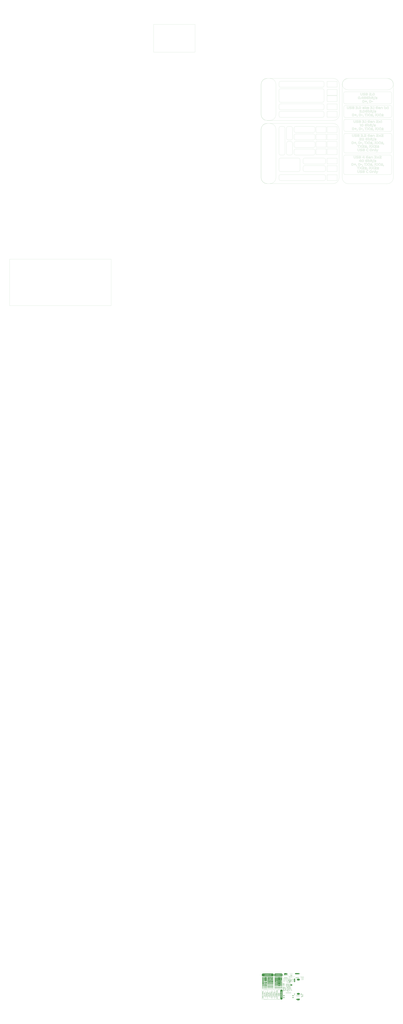
<source format=gbr>
%TF.GenerationSoftware,KiCad,Pcbnew,8.0.5*%
%TF.CreationDate,2024-09-24T22:25:09+12:00*%
%TF.ProjectId,USB Cable Tester,55534220-4361-4626-9c65-205465737465,rev?*%
%TF.SameCoordinates,Original*%
%TF.FileFunction,Legend,Top*%
%TF.FilePolarity,Positive*%
%FSLAX46Y46*%
G04 Gerber Fmt 4.6, Leading zero omitted, Abs format (unit mm)*
G04 Created by KiCad (PCBNEW 8.0.5) date 2024-09-24 22:25:09*
%MOMM*%
%LPD*%
G01*
G04 APERTURE LIST*
G04 Aperture macros list*
%AMRoundRect*
0 Rectangle with rounded corners*
0 $1 Rounding radius*
0 $2 $3 $4 $5 $6 $7 $8 $9 X,Y pos of 4 corners*
0 Add a 4 corners polygon primitive as box body*
4,1,4,$2,$3,$4,$5,$6,$7,$8,$9,$2,$3,0*
0 Add four circle primitives for the rounded corners*
1,1,$1+$1,$2,$3*
1,1,$1+$1,$4,$5*
1,1,$1+$1,$6,$7*
1,1,$1+$1,$8,$9*
0 Add four rect primitives between the rounded corners*
20,1,$1+$1,$2,$3,$4,$5,0*
20,1,$1+$1,$4,$5,$6,$7,0*
20,1,$1+$1,$6,$7,$8,$9,0*
20,1,$1+$1,$8,$9,$2,$3,0*%
%AMFreePoly0*
4,1,20,1.085355,0.835355,1.100000,0.800000,1.100000,-0.800000,1.085355,-0.835355,1.050000,-0.850000,-0.800000,-0.850000,-0.835355,-0.835355,-0.850000,-0.800000,-0.850000,-0.650000,-0.835355,-0.614645,-0.600000,-0.379290,-0.600000,-0.026033,-1.078673,0.309038,-1.099239,0.341311,-1.100000,0.350000,-1.100000,0.800000,-1.085355,0.835355,-1.050000,0.850000,1.050000,0.850000,1.085355,0.835355,
1.085355,0.835355,$1*%
%AMFreePoly1*
4,1,20,1.085355,0.835355,1.100000,0.800000,1.100000,0.350000,1.085355,0.314645,1.078673,0.309038,0.600000,-0.026033,0.600000,-0.379290,0.835355,-0.614645,0.850000,-0.650000,0.850000,-0.800000,0.835355,-0.835355,0.800000,-0.850000,-1.050000,-0.850000,-1.085355,-0.835355,-1.100000,-0.800000,-1.100000,0.800000,-1.085355,0.835355,-1.050000,0.850000,1.050000,0.850000,1.085355,0.835355,
1.085355,0.835355,$1*%
G04 Aperture macros list end*
%ADD10C,0.040000*%
%ADD11C,0.150000*%
%ADD12C,0.000000*%
%ADD13C,0.120000*%
%ADD14C,0.059995*%
%ADD15RoundRect,0.154000X-0.154000X-0.204000X0.154000X-0.204000X0.154000X0.204000X-0.154000X0.204000X0*%
%ADD16O,1.300000X2.300000*%
%ADD17C,1.100000*%
%ADD18RoundRect,0.525000X3.525000X0.525000X-3.525000X0.525000X-3.525000X-0.525000X3.525000X-0.525000X0*%
%ADD19RoundRect,0.050000X0.800000X1.000000X-0.800000X1.000000X-0.800000X-1.000000X0.800000X-1.000000X0*%
%ADD20RoundRect,0.050000X0.150000X0.762001X-0.150000X0.762001X-0.150000X-0.762001X0.150000X-0.762001X0*%
%ADD21RoundRect,0.165000X0.195000X-0.165000X0.195000X0.165000X-0.195000X0.165000X-0.195000X-0.165000X0*%
%ADD22RoundRect,0.137500X-0.137500X0.212500X-0.137500X-0.212500X0.137500X-0.212500X0.137500X0.212500X0*%
%ADD23RoundRect,0.165000X0.165000X0.195000X-0.165000X0.195000X-0.165000X-0.195000X0.165000X-0.195000X0*%
%ADD24RoundRect,0.268750X0.481250X-0.268750X0.481250X0.268750X-0.481250X0.268750X-0.481250X-0.268750X0*%
%ADD25C,1.296000*%
%ADD26RoundRect,0.165000X-0.195000X0.165000X-0.195000X-0.165000X0.195000X-0.165000X0.195000X0.165000X0*%
%ADD27RoundRect,0.137500X-0.212500X-0.137500X0.212500X-0.137500X0.212500X0.137500X-0.212500X0.137500X0*%
%ADD28RoundRect,0.268750X-0.481250X0.268750X-0.481250X-0.268750X0.481250X-0.268750X0.481250X0.268750X0*%
%ADD29O,1.600000X3.100000*%
%ADD30RoundRect,0.400000X-0.450000X-0.400000X0.450000X-0.400000X0.450000X0.400000X-0.450000X0.400000X0*%
%ADD31RoundRect,0.050000X-0.350000X-0.800000X0.350000X-0.800000X0.350000X0.800000X-0.350000X0.800000X0*%
%ADD32C,17.900000*%
%ADD33RoundRect,0.775000X-1.775000X0.775000X-1.775000X-0.775000X1.775000X-0.775000X1.775000X0.775000X0*%
%ADD34O,1.000000X2.100000*%
%ADD35O,1.000000X1.700000*%
%ADD36RoundRect,0.775000X2.275000X0.775000X-2.275000X0.775000X-2.275000X-0.775000X2.275000X-0.775000X0*%
%ADD37C,0.680010*%
%ADD38RoundRect,0.050000X0.140005X0.450000X-0.140005X0.450000X-0.140005X-0.450000X0.140005X-0.450000X0*%
%ADD39C,0.749987*%
%ADD40FreePoly0,180.000000*%
%ADD41O,0.950000X1.800000*%
%ADD42RoundRect,0.050000X0.950000X0.950000X-0.950000X0.950000X-0.950000X-0.950000X0.950000X-0.950000X0*%
%ADD43O,1.100000X1.800000*%
%ADD44FreePoly1,180.000000*%
%ADD45RoundRect,0.050000X0.200000X0.675000X-0.200000X0.675000X-0.200000X-0.675000X0.200000X-0.675000X0*%
%ADD46C,0.700000*%
%ADD47RoundRect,0.270000X-0.405000X-0.655000X0.405000X-0.655000X0.405000X0.655000X-0.405000X0.655000X0*%
%ADD48C,5.200000*%
%ADD49RoundRect,0.165000X-0.165000X-0.195000X0.165000X-0.195000X0.165000X0.195000X-0.165000X0.195000X0*%
%ADD50RoundRect,0.154000X-0.204000X0.154000X-0.204000X-0.154000X0.204000X-0.154000X0.204000X0.154000X0*%
%ADD51RoundRect,0.154000X0.204000X-0.154000X0.204000X0.154000X-0.204000X0.154000X-0.204000X-0.154000X0*%
%ADD52RoundRect,0.154000X0.154000X0.204000X-0.154000X0.204000X-0.154000X-0.204000X0.154000X-0.204000X0*%
%ADD53RoundRect,0.268750X-0.268750X-0.481250X0.268750X-0.481250X0.268750X0.481250X-0.268750X0.481250X0*%
%ADD54RoundRect,0.775000X-2.275000X-0.775000X2.275000X-0.775000X2.275000X0.775000X-2.275000X0.775000X0*%
%ADD55RoundRect,0.050000X-0.140005X-0.450000X0.140005X-0.450000X0.140005X0.450000X-0.140005X0.450000X0*%
G04 APERTURE END LIST*
D10*
X180993303Y1452208419D02*
X181294293Y1451172099D01*
X189497228Y1433543300D02*
X189497228Y1436048756D01*
X10549733Y1437384054D02*
X6587647Y1438180024D01*
X184943511Y1460322195D02*
X186997863Y1460322195D01*
X187900071Y1434171188D02*
X185931063Y1434171188D01*
X185077623Y1431879092D02*
X184425351Y1431879092D01*
X197251345Y1414076450D02*
X194892193Y1414076450D01*
X177755321Y1480528408D02*
X177755321Y1481528152D01*
X111760899Y1345903333D02*
X128829699Y1345903333D01*
X168813500Y1451550051D02*
X166716476Y1451550051D01*
X169678106Y1351526888D02*
X168714938Y1351526888D01*
X186113943Y1430044196D02*
X186113943Y1428556772D01*
X166155639Y1435920740D02*
X166155639Y1436877812D01*
X190640228Y1391673650D02*
X191518052Y1391673650D01*
X164539193Y1477286098D02*
X164057609Y1475706472D01*
X198488833Y1412912114D02*
X198167269Y1413777746D01*
X192501525Y1356214712D02*
X192842901Y1356665816D01*
X193157876Y1390192322D02*
X193157876Y1385577650D01*
X191875430Y1412810006D02*
X190655468Y1413180338D01*
X168690544Y1362920312D02*
X170866816Y1362920312D01*
X199627749Y1361298776D02*
X200505573Y1361298776D01*
X193618114Y1451458611D02*
X191746642Y1451458611D01*
X172396937Y1475145640D02*
X170598617Y1475145640D01*
X182171853Y1367394776D02*
X183061869Y1367394776D01*
X128829699Y1351491333D02*
X111760899Y1351491333D01*
X165240208Y1364621096D02*
X165319456Y1364694248D01*
X43180894Y1399497328D02*
X43923209Y1401295013D01*
X140442325Y1466322315D02*
X139700010Y1468120000D01*
X195660289Y1412101346D02*
X194758081Y1410918722D01*
X195477409Y1410766322D02*
X195477409Y1410973586D01*
X188444632Y1367986088D02*
X187999624Y1367986088D01*
X188057536Y1363548200D02*
X188057536Y1363993208D01*
X184314617Y1474280008D02*
X183589193Y1475060296D01*
X179825919Y1421351300D02*
X181227999Y1422985028D01*
X105937685Y1464837685D02*
X106680000Y1463040000D01*
X166567119Y1398488978D02*
X165573471Y1398488978D01*
X185931063Y1434171188D02*
X185437287Y1434616196D01*
X157551140Y1400043458D02*
X157551140Y1399598450D01*
X15240000Y1508504054D02*
X19202085Y1507708079D01*
X188805327Y1397275874D02*
X188732175Y1397275874D01*
X196398413Y1475269084D02*
X195506873Y1475535784D01*
X202617842Y1377605576D02*
X200258690Y1377605576D01*
X154829276Y1414076450D02*
X154097756Y1414076450D01*
X190655468Y1413180338D02*
X189326540Y1413180338D01*
X166413688Y1374204008D02*
X166334440Y1374271064D01*
X162875996Y1410296930D02*
X163217372Y1409961650D01*
X179578005Y1349826104D02*
X178708563Y1350141572D01*
X161251407Y1397275874D02*
X161251407Y1396745522D01*
X161678132Y1446563523D02*
X161678132Y1447008531D01*
X55880899Y1394417328D02*
X55880899Y1399497328D01*
X167496764Y1453330083D02*
X167417516Y1453403235D01*
X207294495Y1445289459D02*
X204014847Y1445289459D01*
X195462164Y1386089714D02*
X196065668Y1385693474D01*
X168548319Y1423411748D02*
X168280857Y1422386858D01*
X172646853Y1349820008D02*
X172567605Y1349887064D01*
X166611813Y1353221576D02*
X165904677Y1353221576D01*
X138209965Y1336903915D02*
X137413995Y1340866000D01*
X205880223Y1425472196D02*
X205429119Y1425472196D01*
X196157108Y1384285298D02*
X198095636Y1388796338D01*
X171446972Y1411205234D02*
X170825180Y1410680978D01*
X176720002Y1458267843D02*
X177603922Y1457877699D01*
X204581780Y1400464082D02*
X203167508Y1400464082D01*
X201893444Y1448849523D02*
X201893444Y1448130195D01*
X186664605Y1376087672D02*
X187719213Y1376087672D01*
X182967401Y1480083400D02*
X183308777Y1479748120D01*
X204014847Y1423600724D02*
X205429119Y1423600724D01*
X128828800Y1503426000D02*
X128828800Y1493774000D01*
X179983389Y1371509576D02*
X178288701Y1371509576D01*
X52598579Y1405319643D02*
X50800894Y1404577328D01*
X111760899Y1379939343D02*
X111760899Y1389591343D01*
X191960007Y1430044196D02*
X193740039Y1430044196D01*
X148294354Y1461041523D02*
X148294354Y1458292227D01*
X181865021Y1458834771D02*
X180334925Y1458834771D01*
X161562303Y1398598706D02*
X161562303Y1397538002D01*
X186766215Y1430044196D02*
X187656231Y1430044196D01*
X188003698Y1451422035D02*
X187570882Y1451903619D01*
X171779204Y1398598706D02*
X171779204Y1397538002D01*
X168993337Y1387321106D02*
X169950409Y1387321106D01*
X194992767Y1422942356D02*
X195931551Y1421351300D01*
X172220133Y1361140280D02*
X172220133Y1362127832D01*
X160997392Y1360805000D02*
X160997392Y1360274648D01*
X167234626Y1457585091D02*
X166356802Y1457931801D01*
X199549532Y1456926723D02*
X201518540Y1456926723D01*
X180519832Y1374789224D02*
X179946808Y1374210104D01*
X173739053Y1460145411D02*
X171806621Y1460145411D01*
X190753004Y1456926723D02*
X191472332Y1456926723D01*
X155986485Y1363359224D02*
X155719023Y1362334334D01*
X166420815Y1424746772D02*
X167414463Y1424746772D01*
X202835276Y1433543300D02*
X201305180Y1435158740D01*
X220237705Y1466322315D02*
X218440020Y1465580000D01*
X175316926Y1477059784D02*
X176328862Y1477059784D01*
X149001490Y1461041523D02*
X148294354Y1461041523D01*
X159730465Y1412381762D02*
X159120865Y1412869442D01*
X176716964Y1444734723D02*
X177442388Y1444734723D01*
X167683190Y1352886296D02*
X167386010Y1352038952D01*
X154033748Y1398562130D02*
X154033748Y1401091970D01*
X195346335Y1447014627D02*
X193743087Y1447014627D01*
X179983389Y1370790248D02*
X179983389Y1371509576D01*
X178405551Y1406316242D02*
X178405551Y1405688354D01*
X183757839Y1448130195D02*
X184129695Y1448130195D01*
X6197900Y1438305267D02*
X2969240Y1440478552D01*
X171799529Y1481058760D02*
X171799529Y1483862920D01*
X184076853Y1367792540D02*
X184451757Y1369004120D01*
X73660899Y1374097328D02*
X106680899Y1374097328D01*
X201462645Y1364383352D02*
X201462645Y1361298776D01*
X58420899Y1402037328D02*
X88900899Y1402037328D01*
X33020894Y1346157328D02*
X106680894Y1346157328D01*
X177442388Y1448130195D02*
X178643300Y1448130195D01*
X160263860Y1447008531D02*
X160263860Y1448434995D01*
X150495010Y1459834515D02*
X151031458Y1460322195D01*
X191518052Y1391673650D02*
X189744116Y1393764578D01*
X178030652Y1412912114D02*
X177709088Y1413777746D01*
X187293519Y1422192548D02*
X187744623Y1422192548D01*
X177204639Y1395794546D02*
X177204639Y1394368082D01*
X159162501Y1364999048D02*
X158711397Y1364999048D01*
X161239220Y1435666232D02*
X162327356Y1435286756D01*
X175110668Y1454464701D02*
X173732972Y1455006483D01*
X56623214Y1392619643D02*
X55880899Y1394417328D01*
X172529012Y1420327172D02*
X173321492Y1421192804D01*
X181916847Y1408480322D02*
X181270671Y1408480322D01*
X164862256Y1361298776D02*
X166313104Y1361298776D01*
X31222315Y1494262315D02*
X30480000Y1496060000D01*
X175516052Y1448849523D02*
X175516052Y1448130195D01*
X185225949Y1370613464D02*
X185225949Y1367394776D01*
X187865512Y1367394776D02*
X188444632Y1367394776D01*
X187887879Y1426154948D02*
X188515767Y1426154948D01*
X172973751Y1370505260D02*
X173247309Y1369455224D01*
X181865021Y1459078611D02*
X181865021Y1458834771D01*
X193614040Y1367394776D02*
X194424808Y1367667572D01*
X153779733Y1364621096D02*
X153858981Y1364694248D01*
X167937205Y1389357170D02*
X167640025Y1388509826D01*
X188057536Y1361408504D02*
X188057536Y1361853512D01*
X165482036Y1386296978D02*
X164750516Y1386296978D01*
X188311551Y1398324386D02*
X185031903Y1398324386D01*
X195229480Y1365044768D02*
X194220592Y1365413576D01*
X195919359Y1447587651D02*
X195346335Y1447014627D01*
X174019479Y1434786884D02*
X173397687Y1434262628D01*
X169791903Y1422972836D02*
X171968175Y1422972836D01*
X196644783Y1447618131D02*
X196330839Y1448480715D01*
X183089296Y1365413576D02*
X182656480Y1365413576D01*
X191264037Y1355202776D02*
X189490101Y1357293704D01*
X184103030Y1401661184D02*
X183343311Y1401884450D01*
X195506873Y1475535784D02*
X194750969Y1475535784D01*
X183471327Y1444734723D02*
X181697391Y1446825651D01*
X167815768Y1375270808D02*
X168449752Y1374740456D01*
X176912793Y1451341263D02*
X178292775Y1450830723D01*
X199549532Y1459523619D02*
X200585852Y1459523619D01*
X185878221Y1371076760D02*
X185878221Y1371826568D01*
X180834807Y1430665988D02*
X180834807Y1432061972D01*
X171541460Y1397275874D02*
X171468308Y1397275874D01*
X171120831Y1400012978D02*
X168944559Y1400012978D01*
X186192160Y1363548200D02*
X186192160Y1362140024D01*
X171806621Y1459523619D02*
X173732957Y1459523619D01*
X177204639Y1394368082D02*
X175790367Y1394368082D01*
X208791073Y1460011299D02*
X208791073Y1456926723D01*
X180484287Y1405151906D02*
X180213015Y1406001536D01*
X180242489Y1477047592D02*
X181937182Y1477047592D01*
X202181973Y1364432120D02*
X201984615Y1365190310D01*
X168681405Y1370589080D02*
X168681405Y1368888296D01*
X170806892Y1413357122D02*
X171428684Y1412845058D01*
X156849064Y1374801416D02*
X157184344Y1373821484D01*
X185675031Y1430665988D02*
X185675031Y1430044196D01*
X140696320Y1438660257D02*
X142494005Y1439402572D01*
X177920924Y1409961650D02*
X177920924Y1410680978D01*
X167690038Y1364904560D02*
X166313104Y1365413576D01*
X177375088Y1473972160D02*
X177700462Y1474785976D01*
X159681697Y1414076450D02*
X158698717Y1413741170D01*
X189573428Y1388174546D02*
X190628036Y1388174546D01*
X175082967Y1349426816D02*
X175408341Y1350240632D01*
X128829699Y1392385338D02*
X111760899Y1392385338D01*
X111760000Y1465361662D02*
X128828800Y1465361662D01*
X111760899Y1392385338D02*
X111760899Y1402037338D01*
X93066499Y1379939343D02*
X93066499Y1389591343D01*
X131284929Y1426362080D02*
X132080899Y1422400000D01*
X218440010Y1346200000D02*
X142240000Y1346200000D01*
X183581055Y1397769650D02*
X184300388Y1397769650D01*
X188118516Y1480577176D02*
X187423572Y1480577176D01*
X185879247Y1446984147D02*
X187293519Y1446984147D01*
X43923209Y1405319643D02*
X43180894Y1407117328D01*
X202469521Y1459645539D02*
X202469521Y1456926723D01*
X156485864Y1398277904D02*
X156959828Y1399824002D01*
X184428399Y1424435876D02*
X184428399Y1421351300D01*
X171325047Y1436938772D02*
X173379399Y1436938772D01*
X167417516Y1454153043D02*
X167496764Y1454226195D01*
X198280533Y1363895672D02*
X197018661Y1365413576D01*
X156420317Y1459304163D02*
X154957277Y1459304163D01*
X183686729Y1480760056D02*
X184028105Y1481211160D01*
X182239930Y1459843659D02*
X181377341Y1460145411D01*
X185092863Y1410263402D02*
X185955447Y1409961650D01*
X188429417Y1476249016D02*
X188868329Y1476249016D01*
X165039065Y1474657198D02*
X164764745Y1475712568D01*
X179544477Y1368693224D02*
X178971453Y1368114104D01*
X24604924Y1337115243D02*
X22431634Y1333886588D01*
X154957277Y1460261235D02*
X155036525Y1460334387D01*
X165494223Y1401091970D02*
X165573471Y1401165122D01*
X208492369Y1460322195D02*
X208791073Y1460011299D01*
X177795956Y1401884450D02*
X174668708Y1401884450D01*
X183894999Y1413357122D02*
X183894999Y1414076450D01*
X187744623Y1422192548D02*
X187744623Y1423600724D01*
X155512028Y1410680978D02*
X154829276Y1411327154D01*
X187153316Y1395788450D02*
X188823620Y1393819442D01*
X175790367Y1393923074D02*
X177204639Y1393923074D01*
X183471327Y1421351300D02*
X181697391Y1423442228D01*
X199549532Y1460145411D02*
X198686948Y1459843659D01*
X200124578Y1374447848D02*
X200124578Y1373826056D01*
X186390285Y1376709464D02*
X185939181Y1376209592D01*
X194244976Y1363578680D02*
X192641728Y1363578680D01*
X181697391Y1446825651D02*
X183459135Y1448849523D01*
X171968175Y1446978051D02*
X169791903Y1446978051D01*
X45720894Y1379177328D02*
X43923209Y1379919643D01*
X203283332Y1424484644D02*
X203085974Y1425242834D01*
X186997863Y1460322195D02*
X187619655Y1459810131D01*
X169801814Y1451195721D02*
X170105852Y1452123075D01*
X172279076Y1392392978D02*
X172199828Y1392478322D01*
X170708325Y1355202776D02*
X168934389Y1357293704D01*
X187744623Y1447429155D02*
X187744623Y1448855619D01*
X106680000Y1470660000D02*
X105937685Y1468862315D01*
X153314420Y1398104930D02*
X153655796Y1397769650D01*
X183473344Y1356690200D02*
X183576976Y1356793832D01*
X191987434Y1406145554D02*
X192208414Y1405490996D01*
X185015657Y1476870808D02*
X183589193Y1476870808D01*
X168944559Y1399391186D02*
X171120831Y1399391186D01*
X198939932Y1409961650D02*
X199744604Y1409961650D01*
X175378882Y1434372356D02*
X175378882Y1433543300D01*
X199625727Y1393923074D02*
X199625727Y1394368082D01*
X183833028Y1468275448D02*
X183753780Y1468348600D01*
X200591948Y1460145411D02*
X199549532Y1460145411D01*
X193816239Y1422838724D02*
X193919871Y1422942356D01*
X166957273Y1404877586D02*
X167298649Y1405328690D01*
X172245533Y1457944755D02*
X172708829Y1458322707D01*
X155953988Y1421351300D02*
X157333208Y1421859554D01*
X160120594Y1457646051D02*
X160120594Y1456926723D01*
X170964377Y1477303624D02*
X169775657Y1475883256D01*
X179444909Y1459523619D02*
X181371245Y1459523619D01*
X189240160Y1349106776D02*
X189240160Y1351612232D01*
X218440020Y1465580000D02*
X142240010Y1465580000D01*
X218694015Y1439402572D02*
X220491700Y1438660257D01*
X174668708Y1401884450D02*
X174668708Y1401165122D01*
X163339292Y1433543300D02*
X164346656Y1433886200D01*
X205880223Y1445575971D02*
X205880223Y1446984147D01*
X161225997Y1374210104D02*
X161225997Y1373490776D01*
X174668708Y1401165122D02*
X175869620Y1401165122D01*
X200258690Y1376886248D02*
X202636130Y1376886248D01*
X198379105Y1410680978D02*
X195556657Y1410680978D01*
X197272676Y1401884450D02*
X196394852Y1401884450D01*
X172784008Y1377142280D02*
X171595288Y1375721912D01*
X195099457Y1409961650D02*
X198379105Y1409961650D01*
X189652671Y1444240947D02*
X189579519Y1444240947D01*
X188146954Y1403865650D02*
X188726074Y1403865650D01*
X106680894Y1336075088D02*
X33020894Y1336075088D01*
X149848834Y1457646051D02*
X149848834Y1456926723D01*
X220980020Y1483360000D02*
X220980020Y1468120000D01*
X195766964Y1394624114D02*
X195445400Y1395489746D01*
X187566808Y1368467672D02*
X187566808Y1369991672D01*
X182175932Y1433543300D02*
X182809916Y1433543300D01*
X213613995Y1330706000D02*
X147573995Y1330706000D01*
X193090815Y1425466100D02*
X193090815Y1424746772D01*
X181270671Y1408480322D02*
X181270671Y1405243346D01*
X179264056Y1373490776D02*
X179898040Y1373490776D01*
X43923209Y1401295013D02*
X45720894Y1402037328D01*
X175064679Y1352909156D02*
X174012357Y1353221576D01*
X182525421Y1375642664D02*
X183019197Y1376087672D01*
X169267647Y1423405652D02*
X168791397Y1424957084D01*
X174798741Y1351179416D02*
X175390053Y1352093816D01*
X172806375Y1410790706D02*
X172806375Y1409961650D01*
X185461671Y1411266194D02*
X186991767Y1411266194D01*
X201185282Y1374953816D02*
X202898258Y1375337864D01*
X128829699Y1402037338D02*
X128829699Y1392385338D01*
X169598873Y1479748120D02*
X170464505Y1479748120D01*
X198912500Y1423497092D02*
X197071508Y1421351300D01*
X184495948Y1352182970D02*
X185363104Y1352502248D01*
X164557461Y1375526078D02*
X163444941Y1375910888D01*
X40640894Y1424897328D02*
X40640894Y1381717328D01*
X178975527Y1451550051D02*
X178292775Y1451550051D01*
X174030645Y1349106776D02*
X175082967Y1349426816D01*
X181560231Y1428075188D02*
X180834807Y1428855476D01*
X173122361Y1477017112D02*
X172378649Y1477766920D01*
X159754849Y1411705106D02*
X160711921Y1411705106D01*
X31222315Y1464837685D02*
X33020000Y1465580000D01*
X52598579Y1401295013D02*
X53340894Y1399497328D01*
X199836044Y1436761988D02*
X199019180Y1436761988D01*
X167216348Y1431562100D02*
X167216348Y1430842772D01*
X88900899Y1389337328D02*
X90698584Y1388595013D01*
X174012357Y1353221576D02*
X172201845Y1353221576D01*
X169011625Y1405712738D02*
X169968697Y1406816114D01*
X170819084Y1411699010D02*
X171446972Y1411205234D01*
X201026786Y1375630472D02*
X200124578Y1374447848D01*
X184037229Y1375301288D02*
X182525421Y1375301288D01*
X172101261Y1367333816D02*
X173481243Y1367874836D01*
X173397687Y1433543300D02*
X174446961Y1433864102D01*
X186914536Y1370613464D02*
X186475624Y1370613464D01*
X171567861Y1355202776D02*
X174847509Y1355202776D01*
X205429119Y1424045732D02*
X204014847Y1424045732D01*
X153451570Y1458133731D02*
X153180298Y1458962025D01*
X191539383Y1429678436D02*
X191960007Y1430044196D01*
X189652671Y1420857524D02*
X189579519Y1420857524D01*
X176595044Y1401165122D02*
X177795956Y1401165122D01*
X171373815Y1451659779D02*
X170678871Y1451659779D01*
X93066499Y1389591343D02*
X110135299Y1389591343D01*
X139700000Y1376680000D02*
X140442315Y1378477685D01*
X128829699Y1426929328D02*
X128829699Y1417277328D01*
X174865822Y1482168232D02*
X173902654Y1482168232D01*
X155953988Y1448130195D02*
X156820382Y1447814727D01*
X173902654Y1482168232D02*
X173293054Y1482655912D01*
X128829699Y1345903333D02*
X128829699Y1336251333D01*
X218440020Y1485900000D02*
X220237705Y1485157685D01*
X157580584Y1374856280D02*
X157580584Y1377605576D01*
X193880765Y1475277466D02*
X194769257Y1474993240D01*
X165680156Y1412832866D02*
X165046172Y1412339090D01*
X204327760Y1365419672D02*
X204327760Y1363993208D01*
X154957277Y1459304163D02*
X154957277Y1460261235D01*
X177317420Y1412899922D02*
X176933372Y1412497586D01*
X174745421Y1468064374D02*
X175219385Y1469610472D01*
X183008031Y1391673650D02*
X183727359Y1391673650D01*
X25400000Y1447669292D02*
X24604030Y1443707207D01*
X199055756Y1459078611D02*
X199549532Y1459523619D01*
X181865021Y1457719203D02*
X181688237Y1457554611D01*
X189484000Y1362127832D02*
X188789056Y1362127832D01*
X195811648Y1349222600D02*
X195208144Y1347814424D01*
X193919871Y1446325779D02*
X194992767Y1446325779D01*
X171315913Y1386784658D02*
X171044641Y1387612952D01*
X174957237Y1358153240D02*
X174635673Y1359018872D01*
X25400894Y1341077328D02*
X24604924Y1337115243D01*
X158965412Y1400043458D02*
X157551140Y1400043458D01*
X172976037Y1368399854D02*
X172101261Y1368053144D01*
X195453025Y1434555236D02*
X195794401Y1435006340D01*
X188082951Y1412192786D02*
X187826157Y1412919734D01*
X159671512Y1377605576D02*
X159671512Y1374856280D01*
X91440899Y1407117328D02*
X90698584Y1405319643D01*
X181639479Y1455445395D02*
X180993303Y1455445395D01*
X187924455Y1409961650D02*
X187924455Y1410589538D01*
X185257455Y1393953554D02*
X183654207Y1393953554D01*
X187656231Y1430044196D02*
X187656231Y1430665988D01*
X189692290Y1456926723D02*
X189692290Y1457755779D01*
X171859214Y1413762506D02*
X170806892Y1414076450D01*
X175938718Y1483862920D02*
X173853886Y1483862920D01*
X389753Y1341077338D02*
X389753Y1422400000D01*
X197152768Y1352325464D02*
X196061584Y1349795624D01*
X182035719Y1412412242D02*
X182035719Y1411784354D01*
X10160000Y1330917328D02*
X6197915Y1331713303D01*
X176304478Y1477766920D02*
X175335214Y1477766920D01*
X88900899Y1417277328D02*
X58420899Y1417277328D01*
X167179498Y1364378780D02*
X167446960Y1363359224D01*
X179218361Y1482125560D02*
X177755321Y1482125560D01*
X180242464Y1355044280D02*
X180242464Y1356031832D01*
X183019197Y1376087672D02*
X184055517Y1376087672D01*
X187783216Y1351155032D02*
X187301632Y1352707226D01*
X167905201Y1387700582D02*
X168993337Y1387321106D01*
X168944559Y1400012978D02*
X168944559Y1399391186D01*
X169791903Y1446978051D02*
X169791903Y1446356259D01*
X195919359Y1424204228D02*
X195346335Y1423631204D01*
X104140000Y1490980000D02*
X105937685Y1490237685D01*
X171339256Y1375057448D02*
X172290232Y1374344216D01*
X177323511Y1429270004D02*
X178237911Y1429270004D01*
X165240208Y1362091256D02*
X165240208Y1364621096D01*
X175101524Y1391673650D02*
X175101524Y1392392978D01*
X179510964Y1467062344D02*
X179510964Y1466531992D01*
X167803581Y1370613464D02*
X168175437Y1370790248D01*
X52598579Y1426695013D02*
X53340894Y1424897328D01*
X206193141Y1361853512D02*
X202913488Y1361853512D01*
X159162501Y1363572584D02*
X159162501Y1364999048D01*
X159812756Y1421771924D02*
X160263860Y1421771924D01*
X178170855Y1428166628D02*
X177488103Y1428166628D01*
X184826676Y1471670920D02*
X183375828Y1471670920D01*
X158965412Y1398190274D02*
X159416516Y1398190274D01*
X178383209Y1475706472D02*
X178862507Y1474162660D01*
X185741081Y1481595208D02*
X186698153Y1482698584D01*
X193581538Y1452171843D02*
X194038738Y1451812179D01*
X211680577Y1458603123D02*
X210113905Y1456926723D01*
X174244005Y1358141048D02*
X173859957Y1357738712D01*
X203560700Y1437658100D02*
X203127884Y1437658100D01*
X166681917Y1369278440D02*
X167803581Y1370613464D01*
X33020894Y1374097328D02*
X63500894Y1374097328D01*
X187293519Y1423600724D02*
X187293519Y1422192548D01*
X90698584Y1392619643D02*
X88900899Y1391877328D01*
X177676073Y1469829928D02*
X177676073Y1471256392D01*
X179490639Y1390649522D02*
X179703999Y1390649522D01*
X164774895Y1398104930D02*
X165116271Y1397769650D01*
X159416516Y1401469922D02*
X158965412Y1401469922D01*
X189097691Y1480228180D02*
X190477673Y1479687160D01*
X145807186Y1457257431D02*
X146800834Y1456926723D01*
X169551116Y1412351282D02*
X169551116Y1411699010D01*
X171226485Y1356159848D02*
X171226485Y1355538056D01*
X178128183Y1453281315D02*
X178128183Y1452653427D01*
X210918577Y1456926723D02*
X212076817Y1458164211D01*
X193858906Y1405206770D02*
X194316106Y1404847106D01*
X197957440Y1357452200D02*
X199371712Y1357452200D01*
X175775122Y1456926723D02*
X176421298Y1456926723D01*
X183019197Y1374118664D02*
X182525421Y1374563672D01*
X167062937Y1475712568D02*
X166791665Y1474657198D01*
X176421298Y1458810392D02*
X176421298Y1461541400D01*
X158398484Y1423180100D02*
X159812756Y1423180100D01*
X180213015Y1406001536D02*
X179393103Y1406316242D01*
X71863214Y1364679643D02*
X71120899Y1366477328D01*
X164346656Y1433886200D02*
X164649932Y1434750308D01*
X172696637Y1457554611D02*
X172245533Y1457944755D01*
X163082229Y1353221576D02*
X163082229Y1350417416D01*
X191995552Y1361298776D02*
X192714880Y1361298776D01*
X171061898Y1350313784D02*
X170790626Y1351142078D01*
X181423076Y1386296978D02*
X179832020Y1386296978D01*
X185931063Y1436140196D02*
X186967383Y1436140196D01*
X192339976Y1369625912D02*
X192760600Y1369991672D01*
X168849802Y1373810816D02*
X169175176Y1374624632D01*
X179115735Y1453281315D02*
X178128183Y1453281315D01*
X206940927Y1397275874D02*
X206867775Y1397275874D01*
X156483578Y1401375434D02*
X155106644Y1401884450D01*
X169880300Y1454226195D02*
X169880300Y1454945523D01*
X25400894Y1422400000D02*
X25400894Y1341077328D01*
X179182791Y1431562100D02*
X177488103Y1431562100D01*
X182910495Y1401884450D02*
X182910495Y1401165122D01*
X185879247Y1447429155D02*
X185879247Y1446984147D01*
X111760000Y1489688471D02*
X128828800Y1489688471D01*
X173738037Y1358598248D02*
X174244005Y1358141048D01*
X175298638Y1474365352D02*
X174664654Y1474895704D01*
X183065943Y1454049411D02*
X181639479Y1454049411D01*
X90698584Y1405319643D02*
X88900899Y1404577328D01*
X198211455Y1395794546D02*
X197760351Y1395794546D01*
X172101261Y1370851208D02*
X172973751Y1370505260D01*
X193834522Y1405749314D02*
X193078618Y1405749314D01*
X195567833Y1473652120D02*
X196378601Y1473924916D01*
X210113905Y1456926723D02*
X210918577Y1456926723D01*
X161678132Y1423625108D02*
X160263860Y1423625108D01*
X186205896Y1468064374D02*
X186679860Y1469610472D01*
X168666170Y1353221576D02*
X167683190Y1352886296D01*
X183849010Y1365190310D02*
X183089296Y1365413576D01*
X22431634Y1429590740D02*
X24604924Y1426362080D01*
X220804735Y1505536740D02*
X222978020Y1502308085D01*
X154591517Y1456926723D02*
X156420317Y1456926723D01*
X188738266Y1406462546D02*
X188738266Y1407084338D01*
X202859660Y1409961650D02*
X201329564Y1411577090D01*
X223773995Y1340866000D02*
X222978020Y1336903915D01*
X176716964Y1424746772D02*
X176716964Y1421351300D01*
X168175437Y1370790248D02*
X168498525Y1370790248D01*
X90698584Y1413995013D02*
X91440899Y1412197328D01*
X168746444Y1409961650D02*
X170825180Y1409961650D01*
X180380655Y1399403378D02*
X181746159Y1397769650D01*
X203283332Y1447868067D02*
X203085974Y1448626257D01*
X154161764Y1425130820D02*
X154161764Y1421686580D01*
X56623214Y1413995013D02*
X58420899Y1414737328D01*
X178140370Y1456926723D02*
X178865794Y1456926723D01*
X167234626Y1461102483D02*
X165856930Y1460560701D01*
X184937415Y1457646051D02*
X184937415Y1456926723D01*
X177655743Y1395794546D02*
X177204639Y1395794546D01*
X167234626Y1460383155D02*
X168107116Y1460037207D01*
X170962340Y1391673650D02*
X169188404Y1393764578D01*
X171287445Y1360805000D02*
X171214293Y1360805000D01*
X58420899Y1427437328D02*
X88900899Y1427437328D01*
X197751217Y1436481572D02*
X197367169Y1436079236D01*
X180834807Y1430044196D02*
X182194215Y1430044196D01*
X162257247Y1398598706D02*
X161562303Y1398598706D01*
X189738015Y1398598706D02*
X189043071Y1398598706D01*
X175316926Y1473652120D02*
X176322766Y1473652120D01*
X171821876Y1391673650D02*
X175101524Y1391673650D01*
X184080927Y1405474994D02*
X183276255Y1404493538D01*
X174941992Y1376855768D02*
X174198280Y1377605576D01*
X196092064Y1357452200D02*
X197506336Y1357452200D01*
X186766215Y1430665988D02*
X186766215Y1431427988D01*
X175318694Y1389380030D02*
X174266372Y1389692450D01*
X194145423Y1399360706D02*
X195084207Y1397769650D01*
X192577735Y1375880408D02*
X192577735Y1375228136D01*
X176421298Y1461541400D02*
X175775122Y1461541395D01*
X182858684Y1434262628D02*
X182175932Y1434262628D01*
X90698584Y1401295013D02*
X91440899Y1399497328D01*
X159812756Y1425051572D02*
X159812756Y1423625108D01*
X173391591Y1435280660D02*
X174019479Y1434786884D01*
X172396937Y1474505560D02*
X172396937Y1473652120D01*
X184190655Y1448849523D02*
X183757839Y1448849523D01*
X184055517Y1376087672D02*
X184512717Y1375685336D01*
X218694015Y1382670874D02*
X142494005Y1382670874D01*
X185068479Y1433845052D02*
X185931063Y1433543300D01*
X201329564Y1411577090D02*
X202841372Y1413180338D01*
X204014847Y1444844451D02*
X207294495Y1444844451D01*
X171611549Y1457908179D02*
X171865295Y1457188851D01*
X178200309Y1352710274D02*
X177718725Y1351161128D01*
X195477409Y1410973586D02*
X195818785Y1411424690D01*
X155106644Y1398488978D02*
X154112996Y1398488978D01*
X40640894Y1381717328D02*
X39898579Y1379919643D01*
X192249567Y1399397282D02*
X192249567Y1397769650D01*
X170825180Y1410680978D02*
X168746444Y1410680978D01*
X167624775Y1436950964D02*
X168252663Y1436414516D01*
X2969260Y1429590740D02*
X6197920Y1431764030D01*
X202564004Y1424435876D02*
X202564004Y1421351300D01*
X93066499Y1392385338D02*
X93066499Y1402037338D01*
X185363104Y1349826104D02*
X184493662Y1350138524D01*
X190941975Y1427447300D02*
X192813447Y1427447300D01*
X192758578Y1454049411D02*
X191710066Y1453110627D01*
X222978020Y1336903915D02*
X220804735Y1333675260D01*
X177884074Y1374001316D02*
X179264056Y1373490776D01*
X196494425Y1476249016D02*
X196494425Y1476870808D01*
X197489084Y1460322195D02*
X197489084Y1461041523D01*
X174664654Y1474895704D02*
X175298638Y1475407768D01*
X152067778Y1459346835D02*
X151104610Y1459346835D01*
X152086066Y1458670179D02*
X152732242Y1458158115D01*
X185960532Y1469616568D02*
X185693070Y1468591678D01*
X194293749Y1358598248D02*
X194799717Y1358141048D01*
X183803559Y1452440067D02*
X182998887Y1451458611D01*
X206447156Y1400019074D02*
X206447156Y1400464082D01*
X174241988Y1405920002D02*
X173760404Y1407499628D01*
X186588425Y1479748120D02*
X186588425Y1480467448D01*
X196230260Y1386266498D02*
X196035188Y1386400610D01*
X168793683Y1421859554D02*
X169267647Y1423405652D01*
X183034452Y1471335640D02*
X183034452Y1467891400D01*
X106680899Y1361397328D02*
X108478584Y1360655013D01*
X43923209Y1426695013D02*
X45720894Y1427437328D01*
X170721279Y1367874836D02*
X172101261Y1367333816D01*
X174282892Y1477454500D02*
X173957518Y1476639160D01*
X91440899Y1394417328D02*
X90698584Y1392619643D01*
X180202845Y1368681032D02*
X179931573Y1369530662D01*
X177419259Y1368429572D02*
X177148749Y1369449128D01*
X6587668Y1331713313D02*
X3359013Y1333886598D01*
X171873692Y1452885075D02*
X172352990Y1451310783D01*
X190631084Y1436761988D02*
X189302156Y1436761988D01*
X204778864Y1365419672D02*
X204327760Y1365419672D01*
X171300668Y1430903732D02*
X172173158Y1430557784D01*
X179070015Y1391783378D02*
X179070015Y1392228386D01*
X192252620Y1435353812D02*
X191851046Y1436391656D01*
X175211252Y1394624114D02*
X174889688Y1395489746D01*
X88900899Y1402037328D02*
X90698584Y1401295013D01*
X171214293Y1360274648D02*
X171427653Y1360274648D01*
X191126379Y1429072646D02*
X192014871Y1428788420D01*
X184733199Y1405474994D02*
X184358295Y1406686574D01*
X166334440Y1376825288D02*
X166413688Y1376898440D01*
X204014847Y1424045732D02*
X204014847Y1423600724D01*
X178643300Y1425466100D02*
X175516052Y1425466100D01*
X88900899Y1427437328D02*
X90698584Y1426695013D01*
X171360597Y1358598248D02*
X173738037Y1358598248D01*
X184898289Y1375036874D02*
X185146701Y1375721912D01*
X191995552Y1362926408D02*
X191995552Y1361298776D01*
X191624732Y1409961650D02*
X192277004Y1409961650D01*
X140442315Y1378477685D02*
X142240000Y1379220000D01*
X169775642Y1349826104D02*
X167459162Y1349826104D01*
X171856913Y1458590931D02*
X171611549Y1457908179D01*
X1185702Y1502306134D02*
X3358993Y1505534794D01*
X183589193Y1478266792D02*
X182943017Y1478266792D01*
X138209965Y1494976583D02*
X137413995Y1498772385D01*
X182175932Y1437658100D02*
X180798236Y1437146798D01*
X162181042Y1461041523D02*
X160126690Y1461041523D01*
X172696637Y1458834771D02*
X171856913Y1458590931D01*
X154161764Y1421686580D02*
X154503140Y1421351300D01*
X194671696Y1362944696D02*
X195543424Y1364182184D01*
X182200311Y1413357122D02*
X183894999Y1413357122D01*
X172626548Y1444503075D02*
X172388804Y1444240947D01*
X208553329Y1461041523D02*
X208120513Y1461041523D01*
X165573471Y1401165122D02*
X166567119Y1401165122D01*
X193078618Y1405749314D02*
X192621418Y1406096786D01*
X201984615Y1365190310D02*
X201224901Y1365413576D01*
X204182492Y1410680978D02*
X204103244Y1410766322D01*
X202913488Y1363993208D02*
X202913488Y1363548200D01*
X206447156Y1398324386D02*
X203167508Y1398324386D01*
X160974044Y1436475476D02*
X161239220Y1435666232D01*
X170029657Y1386296978D02*
X167713177Y1386296978D01*
X166334440Y1375270808D02*
X167815768Y1375270808D01*
X165319456Y1364694248D02*
X166313104Y1364694248D01*
X104140000Y1442720000D02*
X33020000Y1442720000D01*
X132469733Y1498344054D02*
X132469733Y1447544054D01*
X176716964Y1448130195D02*
X176716964Y1444734723D01*
X30480894Y1381717328D02*
X30480894Y1424897328D01*
X184512717Y1375685336D02*
X184037229Y1375301288D01*
X157401783Y1434908804D02*
X157401783Y1437658100D01*
X211034401Y1460145411D02*
X210217537Y1460145411D01*
X187204116Y1469799448D02*
X187204116Y1469177656D01*
X194669684Y1394209586D02*
X192938420Y1393813346D01*
X188726074Y1404456962D02*
X188281066Y1404456962D01*
X177656505Y1437434834D02*
X176896791Y1437658100D01*
X197506336Y1357897208D02*
X196092064Y1357897208D01*
X180188631Y1428824996D02*
X180489621Y1427788676D01*
X168107116Y1460037207D02*
X168380674Y1458987171D01*
X170751002Y1352502248D02*
X170751002Y1353221576D01*
X221234015Y1385210874D02*
X220491700Y1383413189D01*
X198262245Y1362932504D02*
X199627749Y1361298776D01*
X198167269Y1413777746D02*
X197251345Y1414076450D01*
X195445400Y1395489746D02*
X194529476Y1395788450D01*
X201594740Y1448849523D02*
X200704724Y1448849523D01*
X166155639Y1435323332D02*
X167636967Y1435323332D01*
X185230023Y1455262515D02*
X185230023Y1454512707D01*
X204778864Y1363548200D02*
X206193136Y1363548200D01*
X199371712Y1357897208D02*
X197957440Y1357897208D01*
X170758622Y1349449676D02*
X171061898Y1350313784D01*
X172382708Y1407322082D02*
X173255198Y1406976134D01*
X173247309Y1369455224D02*
X172976037Y1368399854D01*
X185461671Y1411034546D02*
X185461671Y1411266194D01*
X174049949Y1457554611D02*
X172696637Y1457554611D01*
X179912025Y1451204103D02*
X180206919Y1452116979D01*
X189158895Y1444844451D02*
X189158895Y1445289459D01*
X165814268Y1412034290D02*
X166405580Y1412948690D01*
X186766215Y1431427988D02*
X186113943Y1431427988D01*
X147573995Y1508506000D02*
X213749733Y1508506000D01*
X186177951Y1388973122D02*
X187042059Y1388654606D01*
X187656231Y1430665988D02*
X186766215Y1430665988D01*
X194992767Y1446325779D02*
X195931551Y1444734723D01*
X193804052Y1390192322D02*
X193157876Y1390192322D01*
X196330839Y1448480715D02*
X195321951Y1448849523D01*
X181294293Y1451172099D02*
X182175927Y1450830723D01*
X201478916Y1401884450D02*
X201046100Y1401884450D01*
X189597802Y1402573298D02*
X191609482Y1408480322D01*
X163284428Y1435286756D02*
X163930604Y1434774692D01*
X50800894Y1404577328D02*
X45720894Y1404577328D01*
X182994813Y1368022664D02*
X182360829Y1368022664D01*
X183503824Y1351155032D02*
X183983122Y1349614268D01*
X179264056Y1374210104D02*
X178394614Y1374525572D01*
X188593984Y1351825592D02*
X188593984Y1349106776D01*
X166608765Y1369089464D02*
X166681917Y1369278440D01*
X159812756Y1445155347D02*
X160263860Y1445155347D01*
X214033633Y1456926723D02*
X212503537Y1458542163D01*
X162098751Y1443710595D02*
X162312111Y1443710595D01*
X167316932Y1391673650D02*
X168719012Y1393307378D01*
X179309776Y1354709000D02*
X179236624Y1354709000D01*
X175615605Y1361298776D02*
X176341029Y1361298776D01*
X169806117Y1359317576D02*
X168483285Y1357799672D01*
X190753004Y1460011299D02*
X190753004Y1456926723D01*
X179675536Y1363444568D02*
X177834544Y1361298776D01*
X194830192Y1361298776D02*
X195628768Y1361298776D01*
X169920686Y1427927360D02*
X171300668Y1427386340D01*
X163583132Y1411741682D02*
X165064460Y1411741682D01*
X139700010Y1468120000D02*
X139700010Y1483360000D01*
X128828800Y1493774000D02*
X111760000Y1493774000D01*
X196330839Y1425097292D02*
X195321951Y1425466100D01*
X189521612Y1409961650D02*
X189521612Y1412467106D01*
X193833511Y1377605576D02*
X191779159Y1377605576D01*
X205429119Y1446984147D02*
X205429119Y1445575971D01*
X125882984Y1331713313D02*
X121920899Y1330917338D01*
X178288701Y1367394776D02*
X178922685Y1367394776D01*
X188851052Y1433543300D02*
X189497228Y1433543300D01*
X192336953Y1481802472D02*
X191855369Y1483382098D01*
X183589193Y1476249016D02*
X184948601Y1476249016D01*
X193816239Y1421351300D02*
X193816239Y1422838724D01*
X19202979Y1431764030D02*
X22431634Y1429590740D01*
X189038997Y1357799672D02*
X187777125Y1359317576D01*
X186113943Y1430665988D02*
X185675031Y1430665988D01*
X185879247Y1421906036D02*
X185879247Y1421461028D01*
X175790367Y1392228386D02*
X175790367Y1391783378D01*
X178962578Y1386612446D02*
X178692068Y1387632002D01*
X128829699Y1373843333D02*
X128829699Y1364191333D01*
X168605225Y1480078828D02*
X169598873Y1479748120D01*
X179801535Y1392502706D02*
X179801535Y1391442002D01*
X140383255Y1505661352D02*
X143611910Y1507743431D01*
X168013893Y1357348568D02*
X166172901Y1355202776D01*
X167296871Y1474132180D02*
X167776169Y1475706472D01*
X176421298Y1456926723D02*
X176421298Y1458267843D01*
X171480500Y1392630722D02*
X171480500Y1392008930D01*
X181178200Y1374777032D02*
X180906928Y1375626662D01*
X186585357Y1375996232D02*
X186664605Y1376087672D01*
X154112996Y1398488978D02*
X154033748Y1398562130D01*
X198120020Y1448849523D02*
X197242196Y1448849523D01*
X193935116Y1458981075D02*
X194414414Y1457437263D01*
X184223152Y1351155032D02*
X184495948Y1352182970D01*
X173481243Y1367874836D02*
X173960541Y1369449128D01*
X174918644Y1388448866D02*
X174284660Y1387955090D01*
X71863214Y1351979643D02*
X71120899Y1353777328D01*
X165789879Y1433543300D02*
X167618679Y1433543300D01*
X173528756Y1405926098D02*
X173257484Y1404870728D01*
X184428399Y1444734723D02*
X185147727Y1444734723D01*
X31222315Y1502937685D02*
X33020000Y1503680000D01*
X199381892Y1447331619D02*
X198120020Y1448849523D01*
X178710849Y1352186018D02*
X179578005Y1352502248D01*
X91440899Y1399497328D02*
X91440899Y1394417328D01*
X128829699Y1417277328D02*
X111760899Y1417277328D01*
X182656480Y1365413576D02*
X182656480Y1364694248D01*
X143611910Y1331501975D02*
X140383255Y1333675260D01*
X194625991Y1375557320D02*
X195211207Y1376502200D01*
X188569605Y1357348568D02*
X186728613Y1355202776D01*
X179984415Y1448849523D02*
X179106591Y1448849523D01*
X174847509Y1355202776D02*
X174847509Y1355922104D01*
X190410617Y1476870808D02*
X189520601Y1476870808D01*
X184493662Y1350138524D02*
X184223152Y1351155032D01*
X178816000Y1355312504D02*
X178816000Y1355757512D01*
X194034664Y1368376232D02*
X193614040Y1368022664D01*
X179236624Y1354178648D02*
X179449984Y1354178648D01*
X194925711Y1399415570D02*
X195797439Y1400653058D01*
X183833028Y1470951592D02*
X184826676Y1470951592D01*
X171860469Y1352886296D02*
X171860469Y1349442056D01*
X146886178Y1457646051D02*
X146203426Y1458292227D01*
X179986457Y1481820760D02*
X180577769Y1482735160D01*
X183651159Y1429056644D02*
X183276255Y1430268224D01*
X185753273Y1475261464D02*
X184948601Y1474280008D01*
X111760000Y1480036471D02*
X111760000Y1489688471D01*
X165963615Y1425466100D02*
X165622239Y1425130820D01*
X186897279Y1400464082D02*
X186897279Y1401890546D01*
X186643264Y1363548200D02*
X188057536Y1363548200D01*
X191989456Y1364694248D02*
X194244976Y1364694248D01*
X186728613Y1355202776D02*
X187618629Y1355202776D01*
X170464505Y1479748120D02*
X171461201Y1480078828D01*
X184425351Y1430665988D02*
X184425351Y1427447300D01*
X172567605Y1350886808D02*
X174048933Y1350886808D01*
X166789379Y1476762604D02*
X167062937Y1475712568D01*
X167618679Y1435920740D02*
X166155639Y1435920740D01*
X167944053Y1401375434D02*
X166567119Y1401884450D01*
X220940473Y1491883422D02*
X217711812Y1489801338D01*
X189293012Y1394270546D02*
X188031140Y1395788450D01*
X66040894Y1353777328D02*
X65298579Y1351979643D01*
X138209965Y1502568191D02*
X140383255Y1505661352D01*
X154503140Y1448849523D02*
X154161764Y1448514243D01*
X223113757Y1502568191D02*
X223909733Y1498772385D01*
X193090815Y1448130195D02*
X195346335Y1448130195D01*
X111760899Y1373843333D02*
X128829699Y1373843333D01*
X187303918Y1349614268D02*
X187783216Y1351155032D01*
X156426413Y1460334387D02*
X157054301Y1459797939D01*
X205880223Y1447429155D02*
X205880223Y1448855619D01*
X159492711Y1437658100D02*
X159492711Y1434908804D01*
X174446961Y1433864102D02*
X174769287Y1434646676D01*
X186153567Y1407084338D02*
X185507391Y1407084338D01*
X185879247Y1444844451D02*
X189158895Y1444844451D01*
X128829699Y1364191333D02*
X111760899Y1364191333D01*
X174664629Y1351977992D02*
X174030645Y1351484216D01*
X163463229Y1375234232D02*
X164109405Y1374722168D01*
X177886360Y1377094274D02*
X177404776Y1375545128D01*
X173732972Y1454287155D02*
X174605462Y1453941207D01*
X165027884Y1414076450D02*
X163217372Y1414076450D01*
X177048185Y1480083400D02*
X177389561Y1479748120D01*
X191705992Y1369674680D02*
X191926972Y1369020122D01*
X166341567Y1422143780D02*
X166341567Y1424673620D01*
X206867775Y1397275874D02*
X206867775Y1396745522D01*
X199371712Y1355757512D02*
X196092064Y1355757512D01*
X167216348Y1430842772D02*
X167588204Y1430842772D01*
X185230023Y1454049411D02*
X185230023Y1450830723D01*
X164862256Y1365413576D02*
X164520880Y1365078296D01*
X192377588Y1391673650D02*
X195657236Y1391673650D01*
X180270683Y1480068160D02*
X180596057Y1480881976D01*
X178405551Y1405688354D02*
X179319951Y1405688354D01*
X166158692Y1386943154D02*
X165482036Y1386296978D01*
X205880223Y1448855619D02*
X205429119Y1448855619D01*
X206793104Y1413777746D02*
X205877180Y1414076450D01*
X154503140Y1421351300D02*
X155953988Y1421351300D01*
X200747396Y1401884450D02*
X199857380Y1401884450D01*
X177425619Y1453909965D02*
X178292775Y1454226195D01*
X93066499Y1426929328D02*
X110135299Y1426929328D01*
X184747677Y1386609398D02*
X184477167Y1387625906D01*
X105937685Y1490237685D02*
X106680000Y1488440000D01*
X164339036Y1436938772D02*
X164339036Y1437658100D01*
X178088559Y1397769650D02*
X178978575Y1397769650D01*
X172220133Y1362127832D02*
X171525189Y1362127832D01*
X195657236Y1392392978D02*
X192834788Y1392392978D01*
X175790367Y1391783378D02*
X179070015Y1391783378D01*
X192123573Y1355202776D02*
X195403221Y1355202776D01*
X195931551Y1444734723D02*
X196730127Y1444734723D01*
X45720894Y1427437328D02*
X50800894Y1427437328D01*
X125882984Y1431764030D02*
X129111639Y1429590740D01*
X166341567Y1448057043D02*
X166420815Y1448130195D01*
X184903887Y1393264706D02*
X185842671Y1391673650D01*
X164057609Y1475706472D02*
X164536907Y1474132180D01*
X199720220Y1433543300D02*
X200878460Y1434780788D01*
X186475624Y1369991672D02*
X186914536Y1369991672D01*
X182525421Y1374795320D02*
X184055517Y1374795320D01*
X109220899Y1358857328D02*
X109220899Y1353777328D01*
X197247266Y1375167176D02*
X195680594Y1373490776D01*
X111760000Y1443009662D02*
X111760000Y1452661662D01*
X186641247Y1391673650D02*
X185684175Y1393319570D01*
X56623214Y1405319643D02*
X55880899Y1407117328D01*
X175536352Y1355757512D02*
X175536352Y1355312504D01*
X38100894Y1427437328D02*
X39898579Y1426695013D01*
X187834539Y1411507748D02*
X188082951Y1412192786D01*
X200506604Y1411638050D02*
X198939932Y1409961650D01*
X207178671Y1397538002D02*
X206940927Y1397275874D01*
X175946338Y1480091020D02*
X176249614Y1480955128D01*
X163417509Y1349437484D02*
X164411157Y1349106776D01*
X179490639Y1391179874D02*
X179490639Y1390649522D01*
X166372057Y1407980450D02*
X166372057Y1407261122D01*
X163813749Y1353221576D02*
X163082229Y1353221576D01*
X188311551Y1397879378D02*
X188311551Y1398324386D01*
X175644068Y1388564690D02*
X175318694Y1389380030D01*
X193557154Y1452714387D02*
X192801250Y1452714387D01*
X185879247Y1445289459D02*
X185879247Y1444844451D01*
X150040858Y1459049655D02*
X151128994Y1458670179D01*
X185031903Y1397879378D02*
X188311551Y1397879378D01*
X205032884Y1400464082D02*
X205032884Y1401890546D01*
X-424780207Y1125070541D02*
X-424780207Y1203498208D01*
X214326241Y1461041523D02*
X214326241Y1460322195D01*
X175592252Y1452885075D02*
X175110668Y1454464701D01*
X174267652Y1473972160D02*
X175316926Y1473652120D01*
X131673763Y1502306134D02*
X132469733Y1498344054D01*
X88900899Y1379177328D02*
X58420899Y1379177328D01*
X184749963Y1388653844D02*
X185617119Y1388973122D01*
X109220899Y1371557328D02*
X109220899Y1366477328D01*
X167433513Y1400849654D02*
X167700975Y1399830098D01*
X-181432876Y1599529089D02*
X-111289282Y1599529089D01*
X175019228Y1410973586D02*
X175360604Y1411424690D01*
X180516804Y1467397624D02*
X180516804Y1468385176D01*
X159812756Y1423625108D02*
X158398484Y1423625108D01*
X200792085Y1365413576D02*
X200792085Y1364694248D01*
X56623214Y1426695013D02*
X58420899Y1427437328D01*
X198777362Y1373490776D02*
X199600322Y1373490776D01*
X184076853Y1370215700D02*
X183061869Y1370613464D01*
X163007065Y1395788450D02*
X163007065Y1395069122D01*
X192968895Y1397769650D02*
X192968895Y1399257074D01*
X187204116Y1469177656D02*
X189380388Y1469177656D01*
X182834295Y1409961650D02*
X183819561Y1410335030D01*
X177488103Y1430842772D02*
X179182791Y1430842772D01*
X192621418Y1406096786D02*
X193042042Y1406462546D01*
X172025061Y1355922104D02*
X171945813Y1356007448D01*
X186679860Y1469610472D02*
X186203610Y1471161904D01*
X192036212Y1392008930D02*
X192377588Y1391673650D01*
X173853886Y1483862920D02*
X172870906Y1483527640D01*
X172418248Y1374984296D02*
X172143928Y1375185464D01*
X199019180Y1436761988D02*
X200482220Y1435219700D01*
X110135299Y1379939343D02*
X93066499Y1379939343D01*
X187900071Y1433543300D02*
X187900071Y1434171188D01*
X183576976Y1356793832D02*
X184649872Y1356793832D01*
X30480000Y1457960000D02*
X30480000Y1463040000D01*
X207004940Y1409961650D02*
X207004940Y1410680978D01*
X183061869Y1370613464D02*
X181635405Y1370613464D01*
X169406829Y1367394776D02*
X169406829Y1370759768D01*
X201893444Y1448130195D02*
X202265300Y1448130195D01*
X199371712Y1357452200D02*
X199371712Y1357897208D01*
X172708829Y1458322707D02*
X174226733Y1458322707D01*
X170825180Y1409961650D02*
X171874454Y1410282452D01*
X168408878Y1431338834D02*
X167649164Y1431562100D01*
X3358993Y1505534794D02*
X6587647Y1507708079D01*
X182994813Y1369991672D02*
X183799485Y1369004120D01*
X140696320Y1419824887D02*
X139954005Y1421622572D01*
X176073826Y1433543300D02*
X176073826Y1434372356D01*
X189576476Y1436140196D02*
X190631084Y1436140196D01*
X197226961Y1437658100D02*
X194867809Y1437658100D01*
X167414463Y1445454051D02*
X166420815Y1445454051D01*
X199600322Y1373490776D02*
X198070226Y1375106216D01*
X203085974Y1448626257D02*
X202326260Y1448849523D01*
X194769257Y1474993240D02*
X195531257Y1474993240D01*
X184239423Y1389178100D02*
X183757839Y1387625906D01*
X172382708Y1403804690D02*
X173762690Y1404345710D01*
X156849064Y1377605576D02*
X156849064Y1374801416D01*
X192344050Y1453061859D02*
X192764674Y1453427619D01*
X182364903Y1451458611D02*
X181639479Y1452238899D01*
X171573977Y1467891400D02*
X171915353Y1467556120D01*
X105937685Y1443462315D02*
X104140000Y1442720000D01*
X201606932Y1444734723D02*
X199832996Y1446825651D01*
X188456824Y1370613464D02*
X187566808Y1370613464D01*
X187744623Y1423600724D02*
X189158895Y1423600724D01*
X191742568Y1368022664D02*
X191742568Y1367394776D01*
X179832020Y1386296978D02*
X178962578Y1386612446D01*
X173321492Y1422180356D02*
X172626548Y1422180356D01*
X185879247Y1421461028D02*
X189158895Y1421461028D01*
X161152845Y1376422952D02*
X161418021Y1375613708D01*
X166155639Y1436877812D02*
X166234887Y1436950964D01*
X199043564Y1413180338D02*
X200506604Y1411638050D01*
X197531761Y1411808738D02*
X198488833Y1412912114D01*
X88900899Y1391877328D02*
X58420899Y1391877328D01*
X197775601Y1412899922D02*
X197391553Y1412497586D01*
X205218817Y1458737235D02*
X205218817Y1456926723D01*
X182593503Y1421351300D02*
X183471327Y1421351300D01*
X195781168Y1349929736D02*
X194811904Y1352325464D01*
X185146701Y1375721912D02*
X184889907Y1376448860D01*
X195931551Y1421351300D02*
X196730127Y1421351300D01*
X197489084Y1461041523D02*
X195794396Y1461041523D01*
X196860165Y1361298776D02*
X198262245Y1362932504D01*
X201428624Y1458472821D02*
X201677036Y1459157859D01*
X192714880Y1362786200D02*
X192818512Y1362889832D01*
X165276789Y1349106776D02*
X166273485Y1349437484D01*
X187064919Y1427447300D02*
X187644039Y1427447300D01*
X173859957Y1357738712D02*
X172128693Y1357342472D01*
X167414463Y1448130195D02*
X168280857Y1447814727D01*
X178454324Y1389181148D02*
X177972740Y1387632002D01*
X191989456Y1365413576D02*
X191989456Y1364694248D01*
X181916847Y1406462546D02*
X183276255Y1406462546D01*
X177972740Y1387632002D02*
X178452038Y1386088190D01*
X22430740Y1505534794D02*
X24604030Y1502306134D01*
X170415737Y1480467448D02*
X169684217Y1480467448D01*
X177401728Y1359323672D02*
X176950624Y1359323672D01*
X33020000Y1465580000D02*
X104140000Y1465580000D01*
X180316652Y1435597652D02*
X180795950Y1434053840D01*
X174757095Y1436554724D02*
X174431721Y1437344156D01*
X186405545Y1475261464D02*
X186030641Y1476473044D01*
X194129152Y1352325464D02*
X195208144Y1349618840D01*
X111760899Y1404831333D02*
X111760899Y1414483333D01*
X205429119Y1423600724D02*
X205429119Y1422192548D01*
X189380388Y1469177656D02*
X189380388Y1469799448D01*
X200792085Y1364694248D02*
X201163941Y1364694248D01*
X168269945Y1483862920D02*
X168269945Y1481058760D01*
X177401728Y1357897208D02*
X177401728Y1359323672D01*
X196730127Y1421351300D02*
X195773055Y1422997220D01*
X189316360Y1366102424D02*
X191328040Y1372009448D01*
X193577464Y1368735896D02*
X194034664Y1368376232D01*
X153401781Y1365413576D02*
X153060405Y1365078296D01*
X174498020Y1394611922D02*
X174113972Y1394209586D01*
X178570143Y1404584978D02*
X177700701Y1404900446D01*
X39898579Y1379919643D02*
X38100894Y1379177328D01*
X170751002Y1353221576D02*
X168666170Y1353221576D01*
X203167508Y1397879378D02*
X206447156Y1397879378D01*
X155106644Y1397769650D02*
X156485864Y1398277904D01*
X189494180Y1388083106D02*
X189573428Y1388174546D01*
D11*
X51400000Y-15500000D02*
X51700000Y-15900000D01*
D10*
X168641786Y1352502248D02*
X170751002Y1352502248D01*
X188031140Y1395788450D02*
X187153316Y1395788450D01*
X179870633Y1480997800D02*
X179236649Y1480461352D01*
X207873615Y1398598706D02*
X207178671Y1398598706D01*
X183757839Y1387625906D02*
X184237137Y1386085142D01*
X19202979Y1331713303D02*
X15240894Y1330917328D01*
X186991767Y1411266194D02*
X187834539Y1411507748D01*
X187140850Y1367634044D02*
X187865512Y1367394776D01*
X187848250Y1407846338D02*
X187195978Y1407846338D01*
X186446175Y1400464082D02*
X185031903Y1400464082D01*
X197071508Y1444734723D02*
X197961524Y1444734723D01*
X168269945Y1481058760D02*
X168605225Y1480078828D01*
X53340894Y1424897328D02*
X53340894Y1407117328D01*
X111760899Y1336251333D02*
X111760899Y1345903333D01*
X222978020Y1502308085D02*
X223773995Y1498346000D01*
X173366201Y1471670920D02*
X171915353Y1471670920D01*
X183686729Y1480552792D02*
X183686729Y1480760056D01*
X191624732Y1411772162D02*
X191624732Y1409961650D01*
X157087844Y1446795171D02*
X156820382Y1445770281D01*
X6587647Y1507708079D02*
X10549733Y1508504054D01*
X185225949Y1371826568D02*
X185225949Y1371076760D01*
X50800894Y1379177328D02*
X45720894Y1379177328D01*
X33020000Y1468120000D02*
X31222315Y1468862315D01*
X166155639Y1434323588D02*
X166155639Y1435323332D01*
X172388804Y1420857524D02*
X172315652Y1420857524D01*
X174232595Y1468591678D02*
X173366201Y1468275448D01*
X208120513Y1461041523D02*
X208120513Y1460322195D01*
X180820329Y1410472190D02*
X182200311Y1409961650D01*
X164207977Y1395069122D02*
X164207977Y1391673650D01*
X189158895Y1445289459D02*
X185879247Y1445289459D01*
X172199828Y1392478322D02*
X172199828Y1392685586D01*
X217711812Y1489801338D02*
X213749733Y1489038775D01*
X177700701Y1404900446D02*
X177430191Y1405920002D01*
X164180525Y1457755779D02*
X164180525Y1456926723D01*
X186113943Y1428556772D02*
X186340257Y1427686568D01*
X167433513Y1398805208D02*
X166567119Y1398488978D01*
X154960340Y1445454051D02*
X154881092Y1445527203D01*
X173992052Y1395069122D02*
X174498020Y1394611922D01*
X185068479Y1436460236D02*
X184809399Y1435701284D01*
X220940473Y1505661352D02*
X223113757Y1502568191D01*
X173293054Y1482655912D02*
X173829502Y1483143592D01*
X190082444Y1460322195D02*
X190454300Y1460322195D01*
X163217372Y1409961650D02*
X165046172Y1409961650D01*
X139954005Y1421622572D02*
X139954005Y1436862572D01*
X160199847Y1434853940D02*
X160199847Y1437658100D01*
X146203426Y1458292227D02*
X146203426Y1461041523D01*
X184979056Y1359317576D02*
X182747920Y1359317576D01*
X184826676Y1467556120D02*
X186205896Y1468064374D01*
X147573995Y1508506000D02*
X213613995Y1508506000D01*
X189484000Y1361140280D02*
X189484000Y1362127832D01*
X169175176Y1374624632D02*
X168565576Y1375563416D01*
X191710066Y1453110627D02*
X191931046Y1452456069D01*
X152165314Y1457646051D02*
X149848834Y1457646051D01*
X166372057Y1407261122D02*
X168749497Y1407261122D01*
X33020000Y1490980000D02*
X104140000Y1490980000D01*
X177442388Y1444734723D02*
X177442388Y1448130195D01*
X158994856Y1374210104D02*
X158263336Y1374210104D01*
X183456087Y1411260098D02*
X182883063Y1410680978D01*
X180496479Y1391515154D02*
X180496479Y1392502706D01*
X194822074Y1407084338D02*
X193035946Y1407084338D01*
X185879247Y1423600724D02*
X187293519Y1423600724D01*
X177655743Y1394368082D02*
X177655743Y1395794546D01*
X122309733Y1508504054D02*
X126271812Y1507708079D01*
X195988457Y1474633576D02*
X195567833Y1474280008D01*
X190410617Y1476249016D02*
X190410617Y1476870808D01*
X154881092Y1448057043D02*
X154960340Y1448130195D01*
X186479698Y1453427619D02*
X186918610Y1453427619D01*
X176911005Y1370998274D02*
X176429421Y1369449128D01*
X194544706Y1454049411D02*
X192758578Y1454049411D01*
X169932121Y1387997762D02*
X168968953Y1387997762D01*
X172455860Y1385577650D02*
X174284660Y1385577650D01*
X190477673Y1483923880D02*
X189099977Y1483382098D01*
X195635905Y1435682996D02*
X194733697Y1434500372D01*
X168737300Y1394270546D02*
X167475428Y1395788450D01*
X31222315Y1456162315D02*
X30480000Y1457960000D01*
X162003232Y1362127832D02*
X161308288Y1362127832D01*
X194654444Y1458981075D02*
X194927240Y1460005965D01*
X195065924Y1388796338D02*
X194383172Y1388796338D01*
X220980010Y1376680000D02*
X220980010Y1348740000D01*
X193614040Y1368022664D02*
X191742568Y1368022664D01*
X194706250Y1404138446D02*
X194950090Y1404841010D01*
X189326540Y1413180338D02*
X188875436Y1412680466D01*
X128829699Y1414483333D02*
X128829699Y1404831333D01*
X189380388Y1469799448D02*
X187204116Y1469799448D01*
X158698717Y1413741170D02*
X158401537Y1412893826D01*
X176620947Y1430526542D02*
X177488103Y1430842772D01*
X199363604Y1446368451D02*
X200729108Y1444734723D01*
X179099464Y1375941368D02*
X179099464Y1375313480D01*
X183473344Y1355202776D02*
X183473344Y1356690200D01*
X173732972Y1451489091D02*
X172855148Y1451835801D01*
X182525421Y1374563672D02*
X182525421Y1374795320D01*
X199625727Y1392228386D02*
X196346079Y1392228386D01*
X163233364Y1460727579D02*
X162181042Y1461041523D01*
X167713177Y1386296978D02*
X167713177Y1385577650D01*
X173366201Y1467556120D02*
X174745421Y1468064374D01*
X156920204Y1411327154D02*
X156243548Y1410680978D01*
X180242464Y1356031832D02*
X179547520Y1356031832D01*
X150072862Y1460706243D02*
X149775682Y1459858899D01*
X154033748Y1401091970D02*
X154112996Y1401165122D01*
X177795956Y1401165122D02*
X177795956Y1401884450D01*
X172128693Y1357342472D02*
X171226485Y1356159848D01*
X158084535Y1434262628D02*
X157401783Y1434908804D01*
X176463975Y1436938772D02*
X176835831Y1436938772D01*
X188939175Y1376339132D02*
X187719213Y1376709464D01*
X220491700Y1419824887D02*
X218694015Y1419082572D01*
X108478584Y1364679643D02*
X106680899Y1363937328D01*
X206447156Y1397879378D02*
X206447156Y1398324386D01*
X43180894Y1424897328D02*
X43923209Y1426695013D01*
X196617356Y1459377315D02*
X195629804Y1459377315D01*
X194529476Y1395788450D02*
X192170324Y1395788450D01*
X156402029Y1461041523D02*
X154591517Y1461041523D01*
X106680894Y1346157328D02*
X108478579Y1345415013D01*
X185939181Y1376209592D02*
X185939181Y1373490776D01*
X176108121Y1427957840D02*
X177488103Y1427447300D01*
X191623721Y1481808568D02*
X191352449Y1480753198D01*
X184988205Y1373490776D02*
X184988205Y1374118664D01*
X183019197Y1376709464D02*
X182156613Y1376407712D01*
X167475428Y1395788450D02*
X166597604Y1395788450D01*
X185588656Y1355202776D02*
X186387232Y1355202776D01*
X185876199Y1454049411D02*
X185230023Y1454049411D01*
X171005012Y1407499628D02*
X170523428Y1405920002D01*
X177488103Y1428166628D02*
X176618661Y1428482096D01*
X174001191Y1436426708D02*
X173373303Y1435932932D01*
X162077425Y1411168658D02*
X161806153Y1411996952D01*
X159492711Y1434908804D02*
X158816055Y1434262628D01*
X198065156Y1399915442D02*
X196224164Y1397769650D01*
X147573995Y1489038775D02*
X143611910Y1489801338D01*
X199363604Y1422985028D02*
X200729108Y1421351300D01*
X191328040Y1372009448D02*
X190706248Y1372009448D01*
X170949117Y1369455224D02*
X171223437Y1370505260D01*
X187744623Y1445575971D02*
X187744623Y1446984147D01*
X185437287Y1435695188D02*
X185931063Y1436140196D01*
X174171879Y1435609844D02*
X174757095Y1436554724D01*
X167036521Y1404584978D02*
X166957273Y1404670322D01*
X165116271Y1397769650D02*
X166567119Y1397769650D01*
X178570143Y1407980450D02*
X177192447Y1407469148D01*
X187744623Y1425472196D02*
X187293519Y1425472196D01*
X202326260Y1425466100D02*
X201893444Y1425466100D01*
X197961524Y1421351300D02*
X199363604Y1422985028D01*
X157297125Y1363127576D02*
X158711397Y1363127576D01*
X170523428Y1405920002D02*
X171002726Y1404345710D01*
X163444941Y1375910888D02*
X162481773Y1375910888D01*
X171614612Y1395069122D02*
X173992052Y1395069122D01*
X157333208Y1421859554D02*
X157807172Y1423405652D01*
X187301632Y1352707226D02*
X185923936Y1353221576D01*
X183065943Y1450830723D02*
X184080927Y1451228487D01*
X174431721Y1437344156D02*
X173379399Y1437658100D01*
X176328862Y1477059784D02*
X176956750Y1476529432D01*
X110135299Y1402037338D02*
X110135299Y1392385338D01*
X172541204Y1393136690D02*
X174254180Y1393520738D01*
X153858981Y1364694248D02*
X154852629Y1364694248D01*
X163104591Y1444576227D02*
X163104591Y1445563779D01*
X179548551Y1452129171D02*
X178975527Y1451550051D01*
X198777362Y1376709464D02*
X197667890Y1375545128D01*
X50800894Y1427437328D02*
X52598579Y1426695013D01*
X142240010Y1485900000D02*
X218440020Y1485900000D01*
X190628036Y1388796338D02*
X189299108Y1388796338D01*
X168483285Y1357799672D02*
X167221413Y1359317576D01*
X190398425Y1474243432D02*
X189953417Y1474243432D01*
X177655743Y1393923074D02*
X179070015Y1393923074D01*
X217576080Y1507710025D02*
X220804735Y1505536740D01*
X196092064Y1355312504D02*
X199371712Y1355312504D01*
X183028336Y1364694248D02*
X183327040Y1364383352D01*
X193816239Y1444734723D02*
X193816239Y1446222147D01*
X186949095Y1435353812D02*
X185437287Y1435353812D01*
X166334440Y1374271064D02*
X166334440Y1375270808D01*
X196346079Y1394368082D02*
X196346079Y1393923074D01*
X160791169Y1410680978D02*
X158474689Y1410680978D01*
X165116271Y1401884450D02*
X164774895Y1401549170D01*
X175390053Y1352093816D02*
X175064679Y1352909156D01*
X155036525Y1460334387D02*
X156426413Y1460334387D01*
X179946808Y1374210104D02*
X179264056Y1374210104D01*
X185031903Y1400019074D02*
X186446175Y1400019074D01*
X162409647Y1421119652D02*
X162171903Y1420857524D01*
X166313104Y1361298776D02*
X167692324Y1361807030D01*
X109220894Y1343617328D02*
X109220894Y1338615088D01*
X165904677Y1350472280D02*
X165228021Y1349826104D01*
X171599372Y1412028194D02*
X172184588Y1412973074D01*
X183765977Y1480467448D02*
X183686729Y1480552792D01*
X220980020Y1468120000D02*
X220237705Y1466322315D01*
X218694015Y1442466000D02*
X142494005Y1442466000D01*
X205032884Y1401890546D02*
X204581780Y1401890546D01*
X173760404Y1407499628D02*
X172382708Y1408041410D01*
X168606236Y1427447300D02*
X168606236Y1430580644D01*
X205218817Y1456926723D02*
X205871089Y1456926723D01*
X180992297Y1475474824D02*
X181498265Y1474950568D01*
X202036700Y1409961650D02*
X202859660Y1409961650D01*
X181885366Y1475788006D02*
X181065449Y1476102712D01*
X169267647Y1446789075D02*
X168791397Y1448340507D01*
X177401728Y1357452200D02*
X178816000Y1357452200D01*
X176595044Y1397769650D02*
X176595044Y1401165122D01*
X190642265Y1472359768D02*
X191270153Y1472359768D01*
X178237911Y1429270004D02*
X178743879Y1428745748D01*
X184950369Y1425242834D02*
X184190655Y1425466100D01*
X111760899Y1402037338D02*
X128829699Y1402037338D01*
X53340894Y1407117328D02*
X52598579Y1405319643D01*
X24604030Y1443707207D02*
X22430740Y1440478552D01*
X193035946Y1407084338D02*
X191987434Y1406145554D01*
X191953911Y1430665988D02*
X190905399Y1429727204D01*
X187293519Y1447429155D02*
X185879247Y1447429155D01*
X201420242Y1459884807D02*
X200591948Y1460145411D01*
X184943511Y1461041523D02*
X184943511Y1460322195D01*
X111760899Y1361143333D02*
X128829699Y1361143333D01*
X186446175Y1400019074D02*
X186446175Y1398610898D01*
X179495201Y1458590931D02*
X179249837Y1457908179D01*
X187311807Y1387632002D02*
X187042059Y1386610160D01*
X31222315Y1468862315D02*
X30480000Y1470660000D01*
X201893444Y1424746772D02*
X202265300Y1424746772D01*
X166698188Y1454610243D02*
X166698188Y1453013091D01*
X184428399Y1421351300D02*
X185147727Y1421351300D01*
X176341029Y1361298776D02*
X176341029Y1364694248D01*
X161251407Y1396745522D02*
X161464767Y1396745522D01*
X203085974Y1425242834D02*
X202326260Y1425466100D01*
X162171903Y1444240947D02*
X162098751Y1444240947D01*
X184358295Y1404263414D02*
X184733199Y1405474994D01*
X181423076Y1389692450D02*
X179832020Y1389692450D01*
X177442388Y1424746772D02*
X178643300Y1424746772D01*
X180242489Y1473652120D02*
X180876473Y1473652120D01*
X194901073Y1373811578D02*
X195223399Y1374594152D01*
X90698584Y1379919643D02*
X88900899Y1379177328D01*
X218694015Y1415690874D02*
X220491700Y1414948559D01*
X33020894Y1336075088D02*
X31223209Y1336817403D01*
X207004940Y1410680978D02*
X204182492Y1410680978D01*
X203115697Y1456926723D02*
X203115697Y1459432179D01*
X179510964Y1466531992D02*
X179724324Y1466531992D01*
X183008031Y1393301282D02*
X183008031Y1391673650D01*
X183276255Y1427845064D02*
X183651159Y1429056644D01*
X176716964Y1421351300D02*
X177442388Y1421351300D01*
X162171903Y1420857524D02*
X162098751Y1420857524D01*
X172646878Y1479748120D02*
X174938974Y1479748120D01*
X199625727Y1391783378D02*
X199625727Y1392228386D01*
X185233071Y1395788450D02*
X183001935Y1395788450D01*
X204581780Y1400019074D02*
X204581780Y1398610898D01*
X206193136Y1363548200D02*
X206193136Y1363993208D01*
X204014847Y1447429155D02*
X204014847Y1446984147D01*
X154433036Y1410292358D02*
X155426684Y1409961650D01*
X177628306Y1458560456D02*
X178201330Y1459133480D01*
X188448706Y1450830723D02*
X188448706Y1451422035D01*
X195346335Y1423631204D02*
X193743087Y1423631204D01*
X191926972Y1369020122D02*
X192815464Y1368735896D01*
X166060125Y1369625912D02*
X165804093Y1368961448D01*
X177676073Y1467976744D02*
X177676073Y1469384920D01*
X188688477Y1375301288D02*
X188688477Y1373490776D01*
X189890415Y1445563779D02*
X189890415Y1444503075D01*
X185878221Y1371826568D02*
X185225949Y1371826568D01*
X182453295Y1403865650D02*
X183343311Y1403865650D01*
X168663117Y1371509576D02*
X168205917Y1371509576D01*
X160693633Y1412381762D02*
X159730465Y1412381762D01*
X55880899Y1412197328D02*
X56623214Y1413995013D01*
X175378882Y1433543300D02*
X176073826Y1433543300D01*
X-20Y1447669292D02*
X-20Y1498344054D01*
X192277004Y1411772162D02*
X191875430Y1412810006D01*
X111760899Y1417277328D02*
X111760899Y1426929328D01*
X214996801Y1460011299D02*
X214996801Y1456926723D01*
X155953988Y1425466100D02*
X154503140Y1425466100D01*
X187719213Y1376709464D02*
X186390285Y1376709464D01*
X175810697Y1469384920D02*
X177224969Y1469384920D01*
X158666713Y1412084582D02*
X159754849Y1411705106D01*
X158177992Y1373490776D02*
X159043624Y1373490776D01*
X162181042Y1460322195D02*
X162802834Y1459810131D01*
X187744623Y1448855619D02*
X187293519Y1448855619D01*
X168681405Y1368888296D02*
X166883085Y1368888296D01*
X168746444Y1410680978D02*
X168746444Y1409961650D01*
X197245249Y1436938772D02*
X197751217Y1436481572D01*
X166134313Y1395788450D02*
X163007065Y1395788450D01*
X161464767Y1396745522D02*
X162257247Y1397611154D01*
X151128994Y1458670179D02*
X152086066Y1458670179D01*
X170241981Y1369449128D02*
X170721279Y1367874836D01*
X178724560Y1361298776D02*
X180126640Y1362932504D01*
X163583132Y1410741938D02*
X163583132Y1411741682D01*
X191597300Y1387388162D02*
X191597300Y1385577650D01*
X191857655Y1480228180D02*
X192336953Y1481802472D01*
X177755321Y1482125560D02*
X177755321Y1483082632D01*
X190361829Y1359317576D02*
X189038997Y1357799672D01*
X194498991Y1401165122D02*
X195072015Y1400622578D01*
X181169061Y1349826104D02*
X179578005Y1349826104D01*
X180144928Y1363895672D02*
X178883056Y1365413576D01*
X184948601Y1476249016D02*
X185753273Y1475261464D01*
X181169061Y1353221576D02*
X179578005Y1353221576D01*
X172201845Y1349106776D02*
X174030645Y1349106776D01*
X188688472Y1366102424D02*
X189316360Y1366102424D01*
X178743879Y1428745748D02*
X178170855Y1428166628D01*
X192752487Y1429330964D02*
X191996583Y1429330964D01*
X55880899Y1424897328D02*
X56623214Y1426695013D01*
X93066499Y1404831333D02*
X93066499Y1414483333D01*
X197506336Y1359323672D02*
X197506336Y1357897208D01*
X105937685Y1494262315D02*
X104140000Y1493520000D01*
X177603922Y1457877699D02*
X178140370Y1456926723D01*
X171573977Y1471335640D02*
X171573977Y1467891400D01*
X156959828Y1399824002D02*
X156483578Y1401375434D01*
X190631084Y1436140196D02*
X191600348Y1435353812D01*
X173762690Y1404345710D02*
X174241988Y1405920002D01*
X207294495Y1421461028D02*
X207294495Y1421906036D01*
X172315652Y1443710595D02*
X172529012Y1443710595D01*
X173379399Y1437658100D02*
X171325047Y1437658100D01*
X174030645Y1351484216D02*
X172567605Y1351484216D01*
X205880223Y1423600724D02*
X207294495Y1423600724D01*
X177488103Y1427447300D02*
X178122087Y1427447300D01*
X201518540Y1457554611D02*
X199549532Y1457554611D01*
X174048933Y1349820008D02*
X172646853Y1349820008D01*
X176950624Y1356044024D02*
X177401728Y1356044024D01*
X199881764Y1397769650D02*
X200759588Y1397769650D01*
X155106644Y1401884450D02*
X153655796Y1401884450D01*
X187555647Y1389178100D02*
X186177951Y1389692450D01*
X163662380Y1410674882D02*
X163583132Y1410741938D01*
X185507391Y1403865650D02*
X186153567Y1403865650D01*
X154881092Y1445527203D02*
X154881092Y1448057043D01*
X179503583Y1457188851D02*
X180328829Y1456926723D01*
X106680000Y1445260000D02*
X105937685Y1443462315D01*
X200729108Y1444734723D02*
X201606932Y1444734723D01*
X106680000Y1457960000D02*
X105937685Y1456162315D01*
X162302972Y1435963412D02*
X161693372Y1436451092D01*
X165046172Y1409961650D02*
X166098494Y1410281690D01*
X189020709Y1356836504D02*
X190386213Y1355202776D01*
X164517837Y1377605576D02*
X162433005Y1377605576D01*
X167248845Y1371046280D02*
X166060125Y1369625912D01*
X192834788Y1392392978D02*
X192755540Y1392478322D01*
X205880223Y1446984147D02*
X207294495Y1446984147D01*
X177488103Y1431562100D02*
X176110407Y1431050798D01*
X174226733Y1458322707D02*
X174226733Y1457719203D01*
X183061869Y1367394776D02*
X184076853Y1367792540D01*
X187424583Y1435737860D02*
X186949095Y1435353812D01*
X209510401Y1460060067D02*
X209313043Y1460818257D01*
X160378648Y1374801416D02*
X160378648Y1377605576D01*
X197050172Y1458225171D02*
X196477148Y1457646051D01*
X188875436Y1412680466D02*
X188875436Y1409961650D01*
X179931573Y1369530662D02*
X179111661Y1369845368D01*
X160263860Y1448434995D02*
X159812756Y1448434995D01*
X182642271Y1404493538D02*
X181916847Y1405273826D01*
X188945535Y1396745522D02*
X189738015Y1397611154D01*
X187042059Y1388654606D02*
X187311807Y1387632002D01*
X194867809Y1437658100D02*
X194867809Y1436938772D01*
X195629804Y1459377315D02*
X195629804Y1458749427D01*
X165916889Y1474310488D02*
X165039065Y1474657198D01*
X185987944Y1358948768D02*
X184979056Y1359317576D01*
X198070226Y1375106216D02*
X199582034Y1376709464D01*
X165622239Y1445070003D02*
X165963615Y1444734723D01*
X164411157Y1349106776D02*
X165276789Y1349106776D01*
X181697391Y1423442228D02*
X183459135Y1425466100D01*
X202636130Y1376886248D02*
X203142098Y1376429048D01*
X55880899Y1419817328D02*
X55880899Y1424897328D01*
X153140674Y1460322195D02*
X153140674Y1461041523D01*
X58420899Y1391877328D02*
X56623214Y1392619643D01*
X173379399Y1436938772D02*
X174001191Y1436426708D01*
X195794396Y1460322195D02*
X197489084Y1460322195D01*
X205871089Y1456926723D02*
X205871089Y1458737235D01*
X160120594Y1456926723D02*
X162199330Y1456926723D01*
X1185723Y1426362080D02*
X3359013Y1429590740D01*
X187042059Y1386610160D02*
X186177951Y1386296978D01*
X174284660Y1385577650D02*
X175336982Y1385897690D01*
X185461671Y1412113538D02*
X185955447Y1412558546D01*
X91440899Y1386797328D02*
X91440899Y1381717328D01*
X52598579Y1379919643D02*
X50800894Y1379177328D01*
X3359013Y1429590740D02*
X6587668Y1431764030D01*
X188868329Y1476249016D02*
X188868329Y1474761592D01*
X200505573Y1361298776D02*
X198731637Y1363389704D01*
X175536352Y1355312504D02*
X178816000Y1355312504D01*
X178692068Y1387632002D02*
X178964864Y1388656892D01*
X187195978Y1407084338D02*
X186757066Y1407084338D01*
X154852629Y1361298776D02*
X156231849Y1361807030D01*
X173732957Y1459523619D02*
X174226733Y1459078611D01*
X172573726Y1482680296D02*
X172838902Y1481871052D01*
X159657313Y1413357122D02*
X161766529Y1413357122D01*
X170678871Y1450830723D02*
X171373815Y1450830723D01*
X157798013Y1458060579D02*
X157188413Y1458999363D01*
X180341031Y1412016002D02*
X180820329Y1410472190D01*
X177073580Y1411808738D02*
X178030652Y1412912114D01*
X157454351Y1460729103D02*
X156402029Y1461041523D01*
X185507391Y1407547634D02*
X186159663Y1407547634D01*
X179042583Y1452653427D02*
X179548551Y1452129171D01*
X181169061Y1352502248D02*
X181169061Y1353221576D01*
X197957440Y1356044024D02*
X197957440Y1357452200D01*
X200927228Y1412016002D02*
X199860428Y1413180338D01*
X189890415Y1444503075D02*
X189652671Y1444240947D01*
X217576080Y1331501975D02*
X213613995Y1330706000D01*
X162753050Y1359317576D02*
X162753050Y1358598248D01*
X159671512Y1374856280D02*
X158994856Y1374210104D01*
X212076817Y1458164211D02*
X213210673Y1456926723D01*
X165046172Y1412339090D02*
X163583132Y1412339090D01*
X162506157Y1375234232D02*
X163463229Y1375234232D01*
X131284929Y1337115253D02*
X129111639Y1333886598D01*
X183034452Y1467891400D02*
X183375828Y1467556120D01*
X155036525Y1457639955D02*
X154957277Y1457707011D01*
X174000165Y1357049864D02*
X174957237Y1358153240D01*
X197811141Y1363444568D02*
X195970149Y1361298776D01*
X200124578Y1373826056D02*
X200465954Y1373490776D01*
X171300668Y1427386340D02*
X172680650Y1427927360D01*
X167886908Y1430531876D02*
X167886908Y1427447300D01*
X158263336Y1374210104D02*
X157580584Y1374856280D01*
X184777888Y1363993208D02*
X184777888Y1363548200D01*
X162802834Y1459810131D02*
X162174946Y1459316355D01*
X206613760Y1360805000D02*
X206613760Y1360274648D01*
X162254204Y1437658100D02*
X161271224Y1437322820D01*
X220237695Y1378477685D02*
X220980010Y1376680000D01*
X126271812Y1438180024D02*
X122309733Y1437384054D01*
X180516804Y1468385176D02*
X179821860Y1468385176D01*
X185617119Y1385577650D02*
X186177951Y1385577650D01*
X172646853Y1352514440D02*
X174036741Y1352514440D01*
X215716129Y1456926723D02*
X215716129Y1460060067D01*
X172855148Y1453941207D02*
X173732972Y1454287155D01*
X155953988Y1444734723D02*
X157333208Y1445242977D01*
X111760899Y1364191333D02*
X111760899Y1373843333D01*
X196315604Y1386266498D02*
X196230260Y1386266498D01*
X185071527Y1427447300D02*
X185071527Y1430665988D01*
X163583132Y1412339090D02*
X163583132Y1413296162D01*
X185923936Y1349826104D02*
X185363104Y1349826104D01*
X220237695Y1346942315D02*
X218440010Y1346200000D01*
X191773063Y1374210104D02*
X191773063Y1373490776D01*
X193550037Y1349106776D02*
X193550037Y1353721448D01*
X188692551Y1449538371D02*
X189320439Y1449538371D01*
X163953962Y1358598248D02*
X163953962Y1355202776D01*
X142494005Y1462786000D02*
X218694015Y1462786000D01*
X186918610Y1454049411D02*
X186479698Y1454049411D01*
X179852345Y1482619336D02*
X179218361Y1482125560D01*
X179578005Y1349106776D02*
X181169061Y1349106776D01*
X389753Y1422400000D02*
X1185723Y1426362080D01*
X171005017Y1389692450D02*
X168920185Y1389692450D01*
X175869620Y1401165122D02*
X175869620Y1397769650D01*
X168166288Y1363353128D02*
X167690038Y1364904560D01*
X205877180Y1414076450D02*
X203518028Y1414076450D01*
X151104610Y1459346835D02*
X150495010Y1459834515D01*
X187293519Y1445575971D02*
X187744623Y1445575971D01*
X173373303Y1435932932D02*
X172123623Y1435932932D01*
X172838902Y1481871052D02*
X173927038Y1481491576D01*
X187195978Y1404975122D02*
X187422292Y1404104918D01*
X188618393Y1481802472D02*
X189097691Y1480228180D01*
X167414463Y1448849523D02*
X165963615Y1448849523D01*
X195321951Y1448849523D02*
X193090815Y1448849523D01*
X189520601Y1477632808D02*
X188868329Y1477632808D01*
X154881092Y1424673620D02*
X154960340Y1424746772D01*
X165039065Y1476762604D02*
X165916889Y1477108552D01*
X175628823Y1429501652D02*
X176108121Y1427957840D01*
X10549753Y1432560000D02*
X121920899Y1432560000D01*
X177152823Y1452885075D02*
X177425619Y1453909965D01*
X193845703Y1375228136D02*
X194473591Y1374734360D01*
X189792879Y1443710595D02*
X190585359Y1444576227D01*
X158474689Y1409961650D02*
X160766785Y1409961650D01*
X191996583Y1429330964D02*
X191539383Y1429678436D01*
X181227999Y1422985028D02*
X182593503Y1421351300D01*
X166567119Y1401165122D02*
X167433513Y1400849654D01*
X179106591Y1448849523D02*
X180776895Y1446880515D01*
X160263860Y1425051572D02*
X159812756Y1425051572D01*
X174635673Y1359018872D02*
X173719749Y1359317576D01*
X208791073Y1456926723D02*
X209510401Y1456926723D01*
X197506336Y1357452200D02*
X197506336Y1356044024D01*
X166405580Y1412948690D02*
X166080206Y1413764030D01*
X157087844Y1423411748D02*
X156820382Y1422386858D01*
X201417956Y1401165122D02*
X201716660Y1400854226D01*
X185363104Y1352502248D02*
X185923936Y1352502248D01*
X167234626Y1456865763D02*
X168614608Y1457406783D01*
X200465954Y1373490776D02*
X203745602Y1373490776D01*
X177204639Y1393923074D02*
X177204639Y1392514898D01*
X187144924Y1451069991D02*
X187869586Y1450830723D01*
X193072527Y1399360706D02*
X194145423Y1399360706D01*
X168690544Y1363542104D02*
X168690544Y1362920312D01*
X172214057Y1477047592D02*
X172396937Y1476846424D01*
X187869586Y1450830723D02*
X188448706Y1450830723D01*
X203798444Y1433543300D02*
X204517772Y1433543300D01*
X186973479Y1411772162D02*
X185461671Y1411772162D01*
X184129695Y1448130195D02*
X184428399Y1447819299D01*
X174216568Y1376685080D02*
X174216568Y1374984296D01*
X-253143923Y1125070541D02*
X-424780207Y1125070541D01*
X178816000Y1357897208D02*
X177401728Y1357897208D01*
X177541941Y1365413576D02*
X174414693Y1365413576D01*
X188050185Y1460727579D02*
X186997863Y1461041523D01*
X175098476Y1410680978D02*
X175019228Y1410766322D01*
X167803576Y1376898440D02*
X168431464Y1376361992D01*
X197413646Y1457300103D02*
X197708540Y1458212979D01*
X192641728Y1363578680D02*
X191995552Y1362926408D01*
X172382708Y1408041410D02*
X171005012Y1407499628D01*
X167815768Y1374204008D02*
X166413688Y1374204008D01*
X185257455Y1395069122D02*
X185830479Y1394526578D01*
X179218361Y1479748120D02*
X180270683Y1480068160D01*
X204778864Y1363993208D02*
X204778864Y1365419672D01*
X156240500Y1399830098D02*
X155973038Y1398805208D01*
X187195978Y1406462546D02*
X187195978Y1404975122D01*
X129500473Y1440353314D02*
X126271812Y1438180024D01*
X111760899Y1414483333D02*
X128829699Y1414483333D01*
X202012316Y1436761988D02*
X200902844Y1435597652D01*
X174048933Y1350886808D02*
X174682917Y1350356456D01*
X171874454Y1410282452D02*
X172196780Y1411065026D01*
X172474148Y1398598706D02*
X171779204Y1398598706D01*
X167779192Y1377605576D02*
X165968680Y1377605576D01*
X165916889Y1473591160D02*
X167296871Y1474132180D01*
X199832996Y1423442228D02*
X201594740Y1425466100D01*
X173478957Y1371028754D02*
X172101261Y1371570536D01*
X187872644Y1391673650D02*
X189274724Y1393307378D01*
X192660041Y1478266792D02*
X190642265Y1472359768D01*
X193740039Y1430044196D02*
X193740039Y1430665988D01*
X171504884Y1406976134D02*
X172382708Y1407322082D01*
X174284660Y1387955090D02*
X172821620Y1387955090D01*
X173741080Y1377605576D02*
X172784008Y1377142280D01*
X171373815Y1450830723D02*
X171373815Y1451659779D01*
X175810697Y1469829928D02*
X175810697Y1469384920D01*
X163662380Y1413369314D02*
X165052268Y1413369314D01*
X137413995Y1340866000D02*
X137413995Y1498346000D01*
X164933401Y1391673650D02*
X164933401Y1395069122D01*
X171005017Y1388973122D02*
X171005017Y1389692450D01*
X181746159Y1397769650D02*
X182623983Y1397769650D01*
X146203426Y1461041523D02*
X145471906Y1461041523D01*
X181423076Y1388973122D02*
X181423076Y1389692450D01*
X179821860Y1467324472D02*
X179584116Y1467062344D01*
X173960541Y1369449128D02*
X173478957Y1371028754D01*
X173927038Y1481491576D02*
X174884110Y1481491576D01*
X176463975Y1437658100D02*
X176463975Y1436938772D01*
X179898040Y1373490776D02*
X180883306Y1373864156D01*
X195072015Y1400622578D02*
X194498991Y1400049554D01*
X183327040Y1364383352D02*
X183327040Y1361298776D01*
X171806621Y1460145411D02*
X171806621Y1459523619D01*
X155953988Y1448849523D02*
X154503140Y1448849523D01*
X189792879Y1420327172D02*
X190585359Y1421192804D01*
X188875436Y1409961650D02*
X189521612Y1409961650D01*
X53340894Y1399497328D02*
X53340894Y1381717328D01*
X140442315Y1346942315D02*
X139700000Y1348740000D01*
X166413688Y1376898440D02*
X167803576Y1376898440D01*
X180496479Y1392502706D02*
X179801535Y1392502706D01*
X186973479Y1436761988D02*
X185931063Y1436761988D01*
X15240000Y1437509292D02*
X10159980Y1437509292D01*
X181423076Y1385577650D02*
X181423076Y1386296978D01*
X168252663Y1436414516D02*
X167618679Y1435920740D01*
X194244976Y1364694248D02*
X194818000Y1364151704D01*
X206193141Y1361408504D02*
X206193141Y1361853512D01*
X181916847Y1407084338D02*
X181916847Y1408480322D01*
X176950624Y1357452200D02*
X176950624Y1356044024D01*
X183819561Y1410335030D02*
X184114455Y1411247906D01*
X172626548Y1422180356D02*
X172626548Y1421119652D01*
X192277004Y1409961650D02*
X192277004Y1411772162D01*
X171223437Y1370505260D02*
X172101261Y1370851208D01*
X160263860Y1421771924D02*
X160263860Y1423180100D01*
X189158895Y1421906036D02*
X185879247Y1421906036D01*
X183894999Y1414076450D02*
X182200311Y1414076450D01*
X165880298Y1358598248D02*
X165880298Y1359317576D01*
X177655743Y1392514898D02*
X177655743Y1393923074D01*
X199549532Y1457554611D02*
X199055756Y1457999619D01*
X178061122Y1460145416D02*
X177524674Y1459176152D01*
X195794396Y1456926723D02*
X196428380Y1456926723D01*
X174216568Y1374984296D02*
X172418248Y1374984296D01*
X200902844Y1411199138D02*
X202036700Y1409961650D01*
X146800834Y1456926723D02*
X147666466Y1456926723D01*
X159416516Y1398190274D02*
X159416516Y1399598450D01*
X165968680Y1377605576D02*
X165627304Y1377270296D01*
X56623214Y1401295013D02*
X58420899Y1402037328D01*
X174232595Y1470636124D02*
X174500057Y1469616568D01*
X187010055Y1458664083D02*
X187637943Y1458170307D01*
X174302948Y1387357682D02*
X174936932Y1386827330D01*
X168752540Y1452677811D02*
X169386524Y1452135267D01*
X148663162Y1457257431D02*
X149001490Y1458237363D01*
X158711397Y1364999048D02*
X158711397Y1363572584D01*
X177323511Y1429897892D02*
X177323511Y1429270004D01*
X188478160Y1360805000D02*
X188478160Y1360274648D01*
X196394852Y1401884450D02*
X198065156Y1399915442D01*
X177404776Y1375545128D02*
X177884074Y1374001316D01*
X188375559Y1459938147D02*
X188050185Y1460727579D01*
X58420899Y1414737328D02*
X88900899Y1414737328D01*
X186788044Y1350139286D02*
X185923936Y1349826104D01*
X164774895Y1401549170D02*
X164774895Y1398104930D01*
X154957277Y1458706755D02*
X156438605Y1458706755D01*
X168280857Y1422386858D02*
X167414463Y1422070628D01*
X165622239Y1425130820D02*
X165622239Y1421686580D01*
X160766785Y1409961650D02*
X161774149Y1410304550D01*
X189692290Y1457755779D02*
X188997346Y1457755779D01*
X181937182Y1477047592D02*
X181937182Y1477766920D01*
X174938974Y1479748120D02*
X175946338Y1480091020D01*
X179252895Y1404584978D02*
X178570143Y1404584978D01*
X160199847Y1437658100D02*
X159492711Y1437658100D01*
X91440899Y1381717328D02*
X90698584Y1379919643D01*
X178292775Y1454226195D02*
X179987463Y1454226195D01*
X168791397Y1448340507D02*
X167414463Y1448849523D01*
X131673763Y1443581974D02*
X129500473Y1440353314D01*
X191782197Y1356159848D02*
X191782197Y1355538056D01*
X183400192Y1357482680D02*
X182754016Y1356830408D01*
X192754504Y1370613464D02*
X191705992Y1369674680D01*
X185092863Y1412878586D02*
X184833783Y1412119634D01*
X191472332Y1460060067D02*
X191274974Y1460818257D01*
X184809399Y1434604004D02*
X185068479Y1433845052D01*
X176793164Y1414076450D02*
X174434012Y1414076450D01*
X183843183Y1412097536D02*
X183023271Y1412412242D01*
X188868329Y1474761592D02*
X189094643Y1473891388D01*
X179907951Y1367768156D02*
X180202845Y1368681032D01*
X203518028Y1414076450D02*
X203518028Y1413357122D01*
X163336244Y1389692450D02*
X163336244Y1386888290D01*
X167294585Y1477286098D02*
X165916889Y1477827880D01*
X185437287Y1435353812D02*
X185437287Y1435695188D01*
X179264056Y1377605576D02*
X177886360Y1377094274D01*
X111760899Y1351491333D02*
X111760899Y1361143333D01*
X189521612Y1412467106D02*
X189600860Y1412558546D01*
X203127884Y1437658100D02*
X203127884Y1436938772D01*
X156820382Y1424431304D02*
X157087844Y1423411748D01*
X165627304Y1373826056D02*
X165968680Y1373490776D01*
X172446716Y1429507748D02*
X172175444Y1428452378D01*
X169406829Y1370759768D02*
X168663117Y1371509576D01*
X188460898Y1453427619D02*
X188460898Y1454049411D01*
X176341054Y1475407768D02*
X176975038Y1474895704D01*
X1185702Y1443581974D02*
X389733Y1447544054D01*
X155973038Y1400849654D02*
X156240500Y1399830098D01*
X162821122Y1458170307D02*
X162199330Y1457646051D01*
X171427653Y1360274648D02*
X172220133Y1361140280D01*
X162312111Y1443710595D02*
X163104591Y1444576227D01*
X187801773Y1436501384D02*
X186973479Y1436761988D01*
X158965412Y1401469922D02*
X158965412Y1400043458D01*
X178452038Y1386088190D02*
X179832020Y1385577650D01*
X180958744Y1376886248D02*
X180958744Y1377605576D01*
X195483495Y1401515642D02*
X194474607Y1401884450D01*
X194750969Y1475535784D02*
X194293769Y1475883256D01*
X172196780Y1411065026D02*
X171599372Y1412028194D01*
X174682942Y1476529432D02*
X175316926Y1477059784D01*
X181467760Y1365413576D02*
X180144928Y1363895672D01*
X182967401Y1480705192D02*
X182967401Y1480083400D01*
X142494005Y1439402572D02*
X218694015Y1439402572D01*
X161872173Y1376398568D02*
X162408621Y1376886248D01*
X179111661Y1369845368D02*
X178124109Y1369845368D01*
X142494005Y1415690874D02*
X218694015Y1415690874D01*
X192755540Y1392685586D02*
X193096916Y1393136690D01*
X205871089Y1458737235D02*
X205469515Y1459775079D01*
X166313104Y1362018104D02*
X165319456Y1362018104D01*
X172293305Y1468348600D02*
X172293305Y1470878440D01*
X177853863Y1436676644D02*
X177656505Y1437434834D01*
X158816055Y1434262628D02*
X158084535Y1434262628D01*
X170866816Y1363542104D02*
X168690544Y1363542104D01*
X191274974Y1460818257D02*
X190515260Y1461041523D01*
X163248604Y1457247525D02*
X163570930Y1458030099D01*
X194414414Y1457437263D02*
X195794396Y1456926723D01*
X172173158Y1430557784D02*
X172446716Y1429507748D01*
X206867775Y1396745522D02*
X207081135Y1396745522D01*
X168614608Y1457406783D02*
X169093906Y1458981075D01*
X179099464Y1375313480D02*
X180013864Y1375313480D01*
X182357776Y1365413576D02*
X181467760Y1365413576D01*
X166082482Y1458987171D02*
X166356802Y1460037207D01*
X179249837Y1457908179D02*
X179503583Y1457188851D01*
X188448706Y1451422035D02*
X188003698Y1451422035D01*
X191505860Y1395788450D02*
X190615844Y1395788450D01*
X173710600Y1376886248D02*
X174033688Y1376886248D01*
X174860717Y1457572899D02*
X174860717Y1459084707D01*
X196092064Y1357897208D02*
X196092064Y1357452200D01*
X162875996Y1413741170D02*
X162875996Y1410296930D01*
X71120899Y1371557328D02*
X71863214Y1373355013D01*
X167588204Y1430842772D02*
X167886908Y1430531876D01*
X166597604Y1395788450D02*
X168267908Y1393819442D01*
X167886908Y1427447300D02*
X168606236Y1427447300D01*
X184477167Y1387625906D02*
X184749963Y1388653844D01*
X185147727Y1444734723D02*
X185147727Y1447868067D01*
X167640025Y1388509826D02*
X167905201Y1387700582D01*
X162327356Y1435286756D02*
X163284428Y1435286756D01*
X171325047Y1437658100D02*
X171325047Y1436938772D01*
X154960340Y1448130195D02*
X155953988Y1448130195D01*
X191916309Y1358598248D02*
X194293749Y1358598248D01*
X169880300Y1454945523D02*
X167039564Y1454945523D01*
X128828800Y1479235553D02*
X128828800Y1469583553D01*
X162098751Y1444240947D02*
X162098751Y1443710595D01*
X192170324Y1395069122D02*
X194547764Y1395069122D01*
X56623214Y1388595013D02*
X58420899Y1389337328D01*
X187566808Y1370613464D02*
X187566808Y1371375464D01*
X176429421Y1369449128D02*
X176908719Y1367905316D01*
X128828800Y1465361662D02*
X128828800Y1455709662D01*
X187924455Y1410589538D02*
X185955447Y1410589538D01*
X172855148Y1451835801D02*
X172580828Y1452891171D01*
X180347117Y1458322707D02*
X181865021Y1458322707D01*
X171525189Y1361067128D02*
X171287445Y1360805000D01*
X166527500Y1385908358D02*
X166865828Y1386888290D01*
X192968895Y1399257074D02*
X193072527Y1399360706D01*
X190515260Y1461041523D02*
X190082444Y1461041523D01*
X188551312Y1360805000D02*
X188478160Y1360805000D01*
X189579519Y1444240947D02*
X189579519Y1443710595D01*
X154960340Y1422070628D02*
X154881092Y1422143780D01*
X178128183Y1452653427D02*
X179042583Y1452653427D01*
X181916847Y1405273826D02*
X181916847Y1406462546D01*
X172821620Y1386357938D02*
X172821620Y1387357682D01*
X30480000Y1450340000D02*
X31222315Y1452137685D01*
X153655796Y1397769650D02*
X155106644Y1397769650D01*
X195403221Y1355922104D02*
X192580773Y1355922104D01*
X179070015Y1393923074D02*
X179070015Y1394368082D01*
X185842671Y1391673650D02*
X186641247Y1391673650D01*
X167298649Y1405328690D02*
X169011625Y1405712738D01*
X214326241Y1460322195D02*
X214698097Y1460322195D01*
X169751258Y1349106776D02*
X170758622Y1349449676D01*
X188311551Y1400464082D02*
X186897279Y1400464082D01*
X166579321Y1403865650D02*
X169858969Y1403865650D01*
X197242196Y1425466100D02*
X198912500Y1423497092D01*
X53340894Y1381717328D02*
X52598579Y1379919643D01*
X173397687Y1434262628D02*
X171318951Y1434262628D01*
X181937182Y1477766920D02*
X180242489Y1477766920D01*
X164067764Y1386943154D02*
X164067764Y1389692450D01*
X172372553Y1468275448D02*
X172293305Y1468348600D01*
X201518540Y1456926723D02*
X201518540Y1457554611D01*
X153148294Y1457269623D02*
X153451570Y1458133731D01*
X167651186Y1351229708D02*
X168739322Y1350850232D01*
X171428684Y1412845058D02*
X170800796Y1412351282D01*
X220980010Y1348740000D02*
X220237695Y1346942315D01*
X175536352Y1357897208D02*
X175536352Y1357452200D01*
X168789116Y1450830723D02*
X169801814Y1451195721D01*
X186203610Y1471161904D02*
X184826676Y1471670920D01*
X179987463Y1454226195D02*
X179987463Y1454945523D01*
X169826960Y1452973467D02*
X168715964Y1453330083D01*
X171318951Y1434262628D02*
X171318951Y1433543300D01*
X212503537Y1458542163D02*
X214015345Y1460145411D01*
X168895801Y1388973122D02*
X171005017Y1388973122D01*
X184451757Y1369004120D02*
X184076853Y1370215700D01*
X186918610Y1453427619D02*
X186918610Y1451940195D01*
X166791665Y1474657198D02*
X165916889Y1474310488D01*
X174226733Y1458834771D02*
X172696637Y1458834771D01*
X172201845Y1353221576D02*
X171860469Y1352886296D01*
X187016151Y1456926723D02*
X188065425Y1457247525D01*
X145471906Y1458237363D02*
X145807186Y1457257431D01*
X187016151Y1457646051D02*
X184937415Y1457646051D01*
X187557933Y1386085142D02*
X188037231Y1387625906D01*
X175869620Y1397769650D02*
X176595044Y1397769650D01*
X185693070Y1470636124D02*
X185960532Y1469616568D01*
X172175444Y1428452378D02*
X171300668Y1428105668D01*
X174605462Y1453941207D02*
X174879020Y1452891171D01*
X166611813Y1350417416D02*
X166611813Y1353221576D01*
X186918610Y1451940195D02*
X187144924Y1451069991D01*
X179825919Y1405164098D02*
X179252895Y1404584978D01*
X189490101Y1357293704D02*
X191251845Y1359317576D01*
X157580584Y1377605576D02*
X156849064Y1377605576D01*
X196477148Y1457646051D02*
X195794396Y1457646051D01*
X30480894Y1353777328D02*
X30480894Y1371557328D01*
X167062917Y1355202776D02*
X168464997Y1356836504D01*
X179547520Y1354971128D02*
X179309776Y1354709000D01*
X168715964Y1453330083D02*
X167496764Y1453330083D01*
X183983122Y1349614268D02*
X185363104Y1349106776D01*
X128828800Y1469583553D02*
X111760000Y1469583553D01*
X185430160Y1356848696D02*
X186301888Y1358086184D01*
X176341054Y1474365352D02*
X175298638Y1474365352D01*
X202435988Y1400902994D02*
X202238630Y1401661184D01*
X169775657Y1475883256D02*
X169519625Y1475218792D01*
X180206919Y1452116979D02*
X179935647Y1452966609D01*
X38100894Y1379177328D02*
X33020894Y1379177328D01*
X193096916Y1393136690D02*
X194809892Y1393520738D01*
X171461201Y1480078828D02*
X171799529Y1481058760D01*
X156438605Y1457639955D02*
X155036525Y1457639955D01*
X180876473Y1473652120D02*
X181861744Y1474025500D01*
X218694015Y1419082572D02*
X142494005Y1419082572D01*
X173257484Y1404870728D02*
X172382708Y1404524018D01*
X189890415Y1422180356D02*
X189890415Y1421119652D01*
X201606932Y1421351300D02*
X199832996Y1423442228D01*
X194758081Y1410918722D02*
X194758081Y1410296930D01*
X139954005Y1445006000D02*
X139954005Y1460246000D01*
X162174946Y1459316355D02*
X160925266Y1459316355D01*
X188732175Y1396745522D02*
X188945535Y1396745522D01*
X175530286Y1480979512D02*
X174963358Y1480467448D01*
X185882295Y1455262515D02*
X185230023Y1455262515D01*
X181333155Y1413040892D02*
X182200311Y1413357122D01*
X203115697Y1459432179D02*
X203194945Y1459523619D01*
X200902844Y1435597652D02*
X199836044Y1436761988D01*
X170806892Y1414076450D02*
X168752540Y1414076450D01*
X162199330Y1456926723D02*
X163248604Y1457247525D01*
X207294495Y1421906036D02*
X204014847Y1421906036D01*
X186585357Y1373490776D02*
X186585357Y1375996232D01*
X178288701Y1371509576D02*
X176911005Y1370998274D01*
X182569119Y1425466100D02*
X181246287Y1423948196D01*
X177048185Y1483527640D02*
X177048185Y1480083400D01*
X193157876Y1385577650D02*
X193804052Y1385577650D01*
X168548319Y1446795171D02*
X168280857Y1445770281D01*
X179375333Y1476731362D02*
X180242489Y1477047592D01*
X178708563Y1350141572D02*
X178438053Y1351161128D01*
X185830479Y1394526578D02*
X185257455Y1393953554D01*
X93066499Y1414483333D02*
X110135299Y1414483333D01*
X166420815Y1445454051D02*
X166341567Y1445527203D01*
X177755321Y1481528152D02*
X179236649Y1481528152D01*
X200258690Y1377605576D02*
X200258690Y1376886248D01*
X63500894Y1351237328D02*
X33020894Y1351237328D01*
X183019197Y1373490776D02*
X184988205Y1373490776D01*
X111760000Y1503426000D02*
X128828800Y1503426000D01*
X168731209Y1407980450D02*
X166372057Y1407980450D01*
X197114180Y1397769650D02*
X198516260Y1399403378D01*
X179929551Y1399915442D02*
X178088559Y1397769650D01*
X158864823Y1433543300D02*
X159861519Y1433874008D01*
X160830788Y1400043458D02*
X159416516Y1400043458D01*
X168612322Y1460560701D02*
X167234626Y1461102483D01*
X168920185Y1389692450D02*
X167937205Y1389357170D01*
X193833511Y1376886248D02*
X194455303Y1376374184D01*
X172217080Y1375374440D02*
X173338744Y1376709464D01*
X176896791Y1437658100D02*
X176463975Y1437658100D01*
X0Y1341077328D02*
X0Y1422400000D01*
X106680899Y1351237328D02*
X73660899Y1351237328D01*
X171945813Y1356007448D02*
X171945813Y1356214712D01*
X201305180Y1435158740D02*
X202816988Y1436761988D01*
X194811904Y1352325464D02*
X194129152Y1352325464D01*
X182623983Y1397769650D02*
X180850047Y1399860578D01*
X185363104Y1353221576D02*
X183985408Y1352707226D01*
X177718725Y1351161128D02*
X178198023Y1349617316D01*
X174226733Y1457719203D02*
X174049949Y1457554611D01*
X190477673Y1483204552D02*
X191350163Y1482858604D01*
X190987690Y1408480322D02*
X188969914Y1402573298D01*
X182369968Y1361298776D02*
X180596032Y1363389704D01*
X196065668Y1385693474D02*
X195462164Y1384285298D01*
X194415669Y1357738712D02*
X192684405Y1357342472D01*
X166567119Y1397769650D02*
X167946339Y1398277904D01*
X180989229Y1368772472D02*
X181290219Y1367736152D01*
X30480894Y1338615088D02*
X30480894Y1343617328D01*
X202265300Y1448130195D02*
X202564004Y1447819299D01*
X174434012Y1414076450D02*
X174434012Y1413357122D01*
X137413995Y1498346000D02*
X138209965Y1502308085D01*
X55880899Y1386797328D02*
X56623214Y1388595013D01*
X205880223Y1424045732D02*
X205880223Y1425472196D01*
X204014847Y1446984147D02*
X205429119Y1446984147D01*
X171480500Y1392008930D02*
X171821876Y1391673650D01*
X178922685Y1367394776D02*
X179907951Y1367768156D01*
X170696133Y1359317576D02*
X169806117Y1359317576D01*
X193851799Y1374210104D02*
X191773063Y1374210104D01*
X184425351Y1431879092D02*
X184425351Y1431129284D01*
X33020894Y1427437328D02*
X38100894Y1427437328D01*
X168719012Y1393307378D02*
X170084516Y1391673650D01*
X169950409Y1387321106D02*
X170596585Y1386809042D01*
X185955447Y1409961650D02*
X187924455Y1409961650D01*
X153140674Y1461041523D02*
X151055842Y1461041523D01*
X196140837Y1365413576D02*
X197811141Y1363444568D01*
X195794396Y1461041523D02*
X194416700Y1460530221D01*
X187832009Y1477334104D02*
X187832009Y1478083912D01*
X205469515Y1459775079D02*
X204249553Y1460145411D01*
X178396900Y1376570018D02*
X179264056Y1376886248D01*
X174266372Y1389692450D02*
X172455860Y1389692450D01*
X178643300Y1448849523D02*
X175516052Y1448849523D01*
X121920899Y1330917338D02*
X10549753Y1330917338D01*
X199860428Y1413180338D02*
X199043564Y1413180338D01*
X193550037Y1353721448D02*
X192903861Y1353721448D01*
X162257247Y1397611154D02*
X162257247Y1398598706D01*
X137413995Y1498772385D02*
X138209965Y1502568191D01*
X175516052Y1424746772D02*
X176716964Y1424746772D01*
X147666466Y1456926723D02*
X148663162Y1457257431D01*
X199625727Y1394368082D02*
X198211455Y1394368082D01*
X187293519Y1425472196D02*
X187293519Y1424045732D01*
X186446175Y1398610898D02*
X186897279Y1398610898D01*
X205895468Y1413357122D02*
X206401436Y1412899922D01*
X183276255Y1404493538D02*
X182642271Y1404493538D01*
X175335214Y1477766920D02*
X174282892Y1477454500D01*
X167386010Y1352038952D02*
X167651186Y1351229708D01*
X196346079Y1393923074D02*
X197760351Y1393923074D01*
X196485266Y1373490776D02*
X197643506Y1374728264D01*
X174290756Y1388985314D02*
X174918644Y1388448866D01*
X-181432876Y1552648731D02*
X-181432876Y1599529089D01*
X172382708Y1393813346D02*
X171480500Y1392630722D01*
X178292775Y1451550051D02*
X177423333Y1451865519D01*
X194924954Y1457961519D02*
X194654444Y1458981075D01*
X3358993Y1440353314D02*
X1185702Y1443581974D01*
X179090345Y1469829928D02*
X177676073Y1469829928D01*
X189299108Y1388796338D02*
X188848004Y1388296466D01*
X170422844Y1428452378D02*
X170148524Y1429507748D01*
X173122361Y1473652120D02*
X173122361Y1477017112D01*
X174226733Y1459078611D02*
X174226733Y1458834771D01*
X195321951Y1425466100D02*
X193090815Y1425466100D01*
X190386213Y1355202776D02*
X191264037Y1355202776D01*
X171865295Y1457188851D02*
X172690541Y1456926723D01*
X165319456Y1362018104D02*
X165240208Y1362091256D01*
X195903088Y1347814424D02*
X197841621Y1352325464D01*
X196622441Y1474627480D02*
X196398413Y1475269084D01*
X181721775Y1401884450D02*
X180398943Y1400366546D01*
X200843906Y1374295448D02*
X200843906Y1374502712D01*
X177834569Y1483155784D02*
X179224457Y1483155784D01*
X187423572Y1479748120D02*
X188118516Y1479748120D01*
X174299900Y1410296930D02*
X174641276Y1409961650D01*
X161047196Y1434262628D02*
X161047196Y1433543300D01*
X93066499Y1417277328D02*
X93066499Y1426929328D01*
X2969240Y1440478552D02*
X795955Y1443707207D01*
X193740039Y1430665988D02*
X191953911Y1430665988D01*
X174641276Y1409961650D02*
X177920924Y1409961650D01*
X192819538Y1452171843D02*
X193581538Y1452171843D01*
X106680899Y1363937328D02*
X73660899Y1363937328D01*
X169791903Y1446356259D02*
X171968175Y1446356259D01*
X170148524Y1429507748D02*
X170422844Y1430557784D01*
X200482220Y1435219700D02*
X198915548Y1433543300D01*
X189325529Y1481808568D02*
X189599849Y1482858604D01*
X164180525Y1456926723D02*
X164875469Y1456926723D01*
X171614612Y1395788450D02*
X171614612Y1395069122D01*
X181492144Y1361298776D02*
X182369968Y1361298776D01*
X166158692Y1389692450D02*
X166158692Y1386943154D01*
X181035980Y1435597652D02*
X181308776Y1436622542D01*
X167039564Y1454945523D02*
X166698188Y1454610243D01*
X168380674Y1458987171D02*
X168109402Y1457931801D01*
X165064460Y1410674882D02*
X163662380Y1410674882D01*
X171012637Y1385920550D02*
X171315913Y1386784658D01*
X164378660Y1435578602D02*
X163266140Y1435963412D01*
X194892193Y1413357122D02*
X197269633Y1413357122D01*
X189340749Y1375301288D02*
X188939175Y1376339132D01*
X163583132Y1413296162D02*
X163662380Y1413369314D01*
X195794396Y1457646051D02*
X194924954Y1457961519D01*
X30480894Y1424897328D02*
X31223209Y1426695013D01*
X209313043Y1460818257D02*
X208553329Y1461041523D01*
X178122087Y1427447300D02*
X179107353Y1427820680D01*
X177190161Y1404376190D02*
X178570143Y1403865650D01*
X171092393Y1483862920D02*
X171092393Y1481113624D01*
X218694015Y1462786000D02*
X220491700Y1462043685D01*
X170105852Y1452123075D02*
X169826960Y1452973467D01*
X163671524Y1385908358D02*
X164665172Y1385577650D01*
X179578005Y1352502248D02*
X181169061Y1352502248D01*
X187999624Y1367986088D02*
X187566808Y1368467672D01*
X194867809Y1436938772D02*
X197245249Y1436938772D01*
X196035188Y1386400610D02*
X195065924Y1388796338D01*
X30480000Y1488440000D02*
X31222315Y1490237685D01*
X189494180Y1385577650D02*
X189494180Y1388083106D01*
X202181973Y1361298776D02*
X202181973Y1364432120D01*
X168714938Y1351526888D02*
X168105338Y1352014568D01*
X184061613Y1376709464D02*
X183019197Y1376709464D01*
X167636967Y1434256532D02*
X166234887Y1434256532D01*
X128829699Y1336251333D02*
X111760899Y1336251333D01*
X179825919Y1444734723D02*
X181227999Y1446368451D01*
X182569119Y1448849523D02*
X181246287Y1447331619D01*
X179236649Y1481528152D02*
X179870633Y1480997800D01*
X154881092Y1422143780D02*
X154881092Y1424673620D01*
X30480000Y1463040000D02*
X31222315Y1464837685D01*
X192815464Y1368735896D02*
X193577464Y1368735896D01*
X191782197Y1355538056D02*
X192123573Y1355202776D01*
X164828733Y1374697784D02*
X164557461Y1375526078D01*
X188037231Y1387625906D02*
X187555647Y1389178100D01*
X168498525Y1370790248D02*
X168681405Y1370589080D01*
X186030641Y1476473044D02*
X185015657Y1476870808D01*
X168205917Y1371509576D02*
X167248845Y1371046280D01*
X157551140Y1399598450D02*
X158965412Y1399598450D01*
X157330922Y1448340507D02*
X155953988Y1448849523D01*
X164496501Y1349826104D02*
X163813749Y1350472280D01*
X179204127Y1403865650D02*
X180189393Y1404239030D01*
X206017388Y1412497586D02*
X204286124Y1412101346D01*
X153060405Y1361634056D02*
X153401781Y1361298776D01*
X191350163Y1482858604D02*
X191623721Y1481808568D01*
X195882783Y1397769650D02*
X194925711Y1399415570D01*
X185742087Y1458664083D02*
X187010055Y1458664083D01*
D11*
X51400000Y-15500000D02*
X51700000Y-15100000D01*
D10*
X186475624Y1370613464D02*
X186475624Y1369991672D01*
X149775682Y1459858899D02*
X150040858Y1459049655D01*
X186967383Y1436140196D02*
X187424583Y1435737860D01*
X58420899Y1404577328D02*
X56623214Y1405319643D01*
X182360829Y1368022664D02*
X181635405Y1368802952D01*
X169922972Y1431081278D02*
X169441388Y1429501652D01*
X183589193Y1476870808D02*
X183589193Y1478266792D01*
X187293519Y1424045732D02*
X185879247Y1424045732D01*
X189599849Y1482858604D02*
X190477673Y1483204552D01*
X190477673Y1479687160D02*
X191857655Y1480228180D01*
X182194215Y1428075188D02*
X181560231Y1428075188D01*
X184889907Y1376448860D02*
X184061613Y1376709464D01*
X172352990Y1451310783D02*
X173732972Y1450769763D01*
X180242489Y1474371448D02*
X179373047Y1474686916D01*
X171525189Y1362127832D02*
X171525189Y1361067128D01*
X179578005Y1353221576D02*
X178200309Y1352710274D01*
X177676073Y1471256392D02*
X177224969Y1471256392D01*
X165573471Y1398488978D02*
X165494223Y1398562130D01*
X188057536Y1361853512D02*
X184777888Y1361853512D01*
X192903861Y1353721448D02*
X192903861Y1349106776D01*
X185015657Y1473652120D02*
X186030641Y1474049884D01*
X206924656Y1361067128D02*
X206686912Y1360805000D01*
X132469733Y1447544054D02*
X131673763Y1443581974D01*
X175536352Y1357452200D02*
X176950624Y1357452200D01*
X192580773Y1355922104D02*
X192501525Y1356007448D01*
X185872125Y1367394776D02*
X185872125Y1370613464D01*
X795955Y1502306134D02*
X2969240Y1505534794D01*
X169188404Y1393764578D02*
X170950148Y1395788450D01*
X178643300Y1448130195D02*
X178643300Y1448849523D01*
X167692324Y1361807030D02*
X168166288Y1363353128D01*
X158711397Y1361719400D02*
X159162501Y1361719400D01*
X191773063Y1373490776D02*
X193851799Y1373490776D01*
X184046368Y1364432120D02*
X183849010Y1365190310D01*
X154097756Y1414076450D02*
X154097756Y1411272290D01*
X170596585Y1386809042D02*
X170029657Y1386296978D01*
X189045088Y1352325464D02*
X188593984Y1351825592D01*
X189819305Y1473652120D02*
X190398425Y1473652120D01*
X196730127Y1444734723D02*
X195773055Y1446380643D01*
X195512949Y1358153240D02*
X195191385Y1359018872D01*
X178311063Y1429897892D02*
X177323511Y1429897892D01*
X198686948Y1459843659D02*
X198427868Y1459084707D01*
X187744623Y1446984147D02*
X189158895Y1446984147D01*
X172123623Y1435280660D02*
X173391591Y1435280660D01*
X166134313Y1395069122D02*
X166134313Y1395788450D01*
X178971453Y1368114104D02*
X178288701Y1368114104D01*
X179137071Y1401884450D02*
X178259247Y1401884450D01*
X172315652Y1420857524D02*
X172315652Y1420327172D01*
X163363676Y1434262628D02*
X161047196Y1434262628D01*
X6197900Y1507708079D02*
X10159980Y1508504054D01*
X186479698Y1454049411D02*
X186479698Y1453427619D01*
X165856930Y1460560701D02*
X165375346Y1458981075D01*
X192813447Y1427447300D02*
X193624215Y1427720096D01*
X167140153Y1406005346D02*
X166237945Y1404822722D01*
X198516260Y1399403378D02*
X199881764Y1397769650D01*
X55880899Y1381717328D02*
X55880899Y1386797328D01*
X177134535Y1436627876D02*
X177134535Y1433543300D01*
X202469521Y1456926723D02*
X203115697Y1456926723D01*
X206193136Y1363993208D02*
X204778864Y1363993208D01*
X182499010Y1459084707D02*
X182239930Y1459843659D01*
X196378601Y1473924916D02*
X196622441Y1474627480D01*
X181065449Y1476102712D02*
X180077897Y1476102712D01*
X189520601Y1476249016D02*
X190410617Y1476249016D01*
X180850047Y1399860578D02*
X182611791Y1401884450D01*
X181635405Y1368802952D02*
X181635405Y1369991672D01*
X166234887Y1434256532D02*
X166155639Y1434323588D01*
X185955447Y1412558546D02*
X186991767Y1412558546D01*
X191851046Y1436391656D02*
X190631084Y1436761988D01*
X182910495Y1401165122D02*
X183282351Y1401165122D01*
D11*
X55400000Y-15500000D02*
X51400000Y-15500000D01*
D10*
X129500473Y1505534794D02*
X131673763Y1502306134D01*
X159812756Y1448434995D02*
X159812756Y1447008531D01*
X187826157Y1412919734D02*
X186997863Y1413180338D01*
X221234015Y1421622572D02*
X220491700Y1419824887D01*
X181498265Y1474950568D02*
X180925241Y1474371448D01*
X105937685Y1502937685D02*
X106680000Y1501140000D01*
X2969240Y1505534794D02*
X6197900Y1507708079D01*
X172900868Y1388985314D02*
X174290756Y1388985314D01*
X139954005Y1385210874D02*
X139954005Y1413150874D01*
X187637943Y1458170307D02*
X187016151Y1457646051D01*
X195084207Y1397769650D02*
X195882783Y1397769650D01*
X197507377Y1435390388D02*
X198464449Y1436493764D01*
X180925241Y1474371448D02*
X180242489Y1474371448D01*
X140696320Y1462043685D02*
X142494005Y1462786000D01*
X173338744Y1376709464D02*
X173710600Y1376886248D01*
X199371712Y1355312504D02*
X199371712Y1355757512D01*
X185031903Y1398324386D02*
X185031903Y1397879378D01*
X3359013Y1333886598D02*
X1185723Y1337115253D01*
X185742087Y1459316355D02*
X185742087Y1458664083D01*
X178570143Y1407261122D02*
X180264831Y1407261122D01*
X182998892Y1435993892D02*
X182011340Y1435993892D01*
X166755069Y1368248216D02*
X168681405Y1368248216D01*
X207294495Y1423600724D02*
X207294495Y1424045732D01*
X187848250Y1407084338D02*
X187848250Y1407846338D01*
X202265300Y1424746772D02*
X202564004Y1424435876D01*
X196544204Y1458749427D02*
X197050172Y1458225171D01*
X158401537Y1412893826D02*
X158666713Y1412084582D01*
X167797480Y1375868216D02*
X166334440Y1375868216D01*
X165494223Y1398562130D02*
X165494223Y1401091970D01*
X90698584Y1388595013D02*
X91440899Y1386797328D01*
X182035719Y1411784354D02*
X182950119Y1411784354D01*
X155953988Y1424746772D02*
X156820382Y1424431304D01*
X184300388Y1397769650D02*
X184300388Y1400902994D01*
X128828800Y1455709662D02*
X111760000Y1455709662D01*
X164339036Y1437658100D02*
X162254204Y1437658100D01*
X186918610Y1454811411D02*
X186918610Y1454049411D01*
X171120831Y1399391186D02*
X171120831Y1400012978D01*
X162973522Y1458993267D02*
X163558738Y1459938147D01*
X162409647Y1422180356D02*
X162409647Y1421119652D01*
X175323022Y1476029560D02*
X174682942Y1476529432D01*
X195462164Y1384285298D02*
X196157108Y1384285298D01*
X140442325Y1485157685D02*
X142240010Y1485900000D01*
X31223209Y1345415013D02*
X33020894Y1346157328D01*
X156670263Y1437658100D02*
X156670263Y1434853940D01*
X181639479Y1452238899D02*
X181639479Y1453427619D01*
X181306490Y1434578096D02*
X181035980Y1435597652D01*
X162433005Y1377605576D02*
X161450025Y1377270296D01*
X185147727Y1447868067D02*
X184950369Y1448626257D01*
X188456824Y1369991672D02*
X188456824Y1370613464D01*
X128829699Y1379939343D02*
X111760899Y1379939343D01*
X188969914Y1402573298D02*
X189597802Y1402573298D01*
X175662356Y1386711506D02*
X175052756Y1387650290D01*
X160263860Y1446563523D02*
X161678132Y1446563523D01*
X179182791Y1430842772D02*
X179182791Y1431562100D01*
X93066499Y1402037338D02*
X110135299Y1402037338D01*
X187848250Y1406462546D02*
X188738266Y1406462546D01*
X182175927Y1450830723D02*
X183065943Y1450830723D01*
X143611910Y1489801338D02*
X140383255Y1491883422D01*
X186997863Y1413180338D02*
X185955447Y1413180338D01*
X55880899Y1407117328D02*
X55880899Y1412197328D01*
X159812756Y1447008531D02*
X158398484Y1447008531D01*
X190710327Y1455445395D02*
X188692551Y1449538371D01*
X177192447Y1407469148D02*
X176710863Y1405920002D01*
X180077897Y1476102712D02*
X180077897Y1475474824D01*
X132080899Y1422400000D02*
X132080899Y1341077338D01*
X191995557Y1349106776D02*
X191995557Y1350917288D01*
X161047196Y1433543300D02*
X163339292Y1433543300D01*
X194555877Y1357049864D02*
X195512949Y1358153240D01*
X178292775Y1454945523D02*
X176915079Y1454434221D01*
X187570882Y1451903619D02*
X187570882Y1453427619D01*
X198211455Y1393923074D02*
X199625727Y1393923074D01*
X171945813Y1356214712D02*
X172287189Y1356665816D01*
X189599849Y1480753198D02*
X189325529Y1481808568D01*
X128829699Y1404831333D02*
X111760899Y1404831333D01*
X167459162Y1349826104D02*
X167459162Y1349106776D01*
X186897279Y1398610898D02*
X186897279Y1400019074D01*
X190706248Y1372009448D02*
X188688472Y1366102424D01*
X106680000Y1488440000D02*
X106680000Y1470660000D01*
X192577735Y1375228136D02*
X193845703Y1375228136D01*
X153401781Y1361298776D02*
X154852629Y1361298776D01*
X31223209Y1379919643D02*
X30480894Y1381717328D01*
X207294495Y1446984147D02*
X207294495Y1447429155D01*
X33020000Y1442720000D02*
X31222315Y1443462315D01*
X174879020Y1452891171D02*
X174607748Y1451835801D01*
X181371245Y1459523619D02*
X181865021Y1459078611D01*
X197367169Y1436079236D02*
X195635905Y1435682996D01*
X178288701Y1368114104D02*
X177419259Y1368429572D01*
X165228021Y1349826104D02*
X164496501Y1349826104D01*
X180776895Y1423497092D02*
X178935903Y1421351300D01*
X164067764Y1389692450D02*
X163336244Y1389692450D01*
X179724324Y1466531992D02*
X180516804Y1467397624D01*
X154161764Y1448514243D02*
X154161764Y1445070003D01*
X199744604Y1409961650D02*
X200902844Y1411199138D01*
X181270671Y1405243346D02*
X181571661Y1404207026D01*
X104140000Y1465580000D02*
X105937685Y1464837685D01*
X164517837Y1376886248D02*
X164517837Y1377605576D01*
X188515767Y1426154948D02*
X190527447Y1432061972D01*
X31223209Y1351979643D02*
X30480894Y1353777328D01*
X210217537Y1460145411D02*
X211680577Y1458603123D01*
X202841372Y1413180338D02*
X202036700Y1413180338D01*
X172114484Y1389357170D02*
X172114484Y1385912930D01*
X158398484Y1447008531D02*
X158398484Y1446563523D01*
X182809916Y1433543300D02*
X183795182Y1433916680D01*
X154503140Y1425466100D02*
X154161764Y1425130820D01*
X208120513Y1460322195D02*
X208492369Y1460322195D01*
X190082444Y1461041523D02*
X190082444Y1460322195D01*
X172900868Y1386290882D02*
X172821620Y1386357938D01*
X166341567Y1424673620D02*
X166420815Y1424746772D01*
X194927240Y1460005965D02*
X195794396Y1460322195D01*
X104140000Y1468120000D02*
X33020000Y1468120000D01*
X185617119Y1386296978D02*
X184747677Y1386609398D01*
X175219385Y1469610472D02*
X174743135Y1471161904D01*
X183101513Y1483143592D02*
X185478953Y1483143592D01*
X165530804Y1385577650D02*
X166527500Y1385908358D01*
X186757066Y1406462546D02*
X187195978Y1406462546D01*
X88900899Y1414737328D02*
X90698584Y1413995013D01*
X171779204Y1397538002D02*
X171541460Y1397275874D01*
X192714880Y1361298776D02*
X192714880Y1362786200D01*
X193090815Y1448849523D02*
X193090815Y1448130195D01*
X177421545Y1370474018D02*
X178288701Y1370790248D01*
X159861519Y1433874008D02*
X160199847Y1434853940D01*
X168109402Y1457931801D02*
X167234626Y1457585091D01*
X188726074Y1403865650D02*
X188726074Y1404456962D01*
X198915548Y1433543300D02*
X199720220Y1433543300D01*
X174941992Y1373490776D02*
X174941992Y1376855768D01*
X193042042Y1406462546D02*
X194822074Y1406462546D01*
X190477673Y1480406488D02*
X189599849Y1480753198D01*
X167496764Y1454226195D02*
X169880300Y1454226195D01*
X164750516Y1386296978D02*
X164067764Y1386943154D01*
X186967383Y1434847844D02*
X187810155Y1435089398D01*
X195346335Y1448130195D02*
X195919359Y1447587651D01*
X178935903Y1444734723D02*
X179825919Y1444734723D01*
X163104591Y1421192804D02*
X163104591Y1422180356D01*
X184237137Y1386085142D02*
X185617119Y1385577650D01*
X190941975Y1428075188D02*
X190941975Y1427447300D01*
X22430740Y1440478552D02*
X19202085Y1438305267D01*
X194220592Y1365413576D02*
X191989456Y1365413576D01*
X33020000Y1452880000D02*
X104140000Y1452880000D01*
X179070015Y1392228386D02*
X175790367Y1392228386D01*
X183282351Y1401165122D02*
X183581055Y1400854226D01*
X183459135Y1448849523D02*
X182569119Y1448849523D01*
X189158895Y1447429155D02*
X187744623Y1447429155D01*
X186159663Y1408297442D02*
X185507391Y1408297442D01*
X165968680Y1373490776D02*
X167797480Y1373490776D01*
X106680000Y1496060000D02*
X105937685Y1494262315D01*
X215518771Y1460818257D02*
X214759057Y1461041523D01*
X165375346Y1458981075D02*
X165854644Y1457406783D01*
X186159663Y1407547634D02*
X186159663Y1408297442D01*
X172567605Y1351484216D02*
X172567605Y1352441288D01*
X73660899Y1351237328D02*
X71863214Y1351979643D01*
X181371255Y1427447300D02*
X182261271Y1427447300D01*
X157807172Y1446789075D02*
X157330922Y1448340507D01*
X192249567Y1397769650D02*
X192968895Y1397769650D01*
X168449752Y1374740456D02*
X167815768Y1374204008D01*
X163104591Y1445563779D02*
X162409647Y1445563779D01*
X182656480Y1364694248D02*
X183028336Y1364694248D01*
X156438605Y1458706755D02*
X157072589Y1458176403D01*
X207081135Y1396745522D02*
X207873615Y1397611154D01*
X185077623Y1431129284D02*
X185077623Y1431879092D01*
X179801535Y1391442002D02*
X179563791Y1391179874D01*
X196061584Y1349795624D02*
X195976240Y1349795624D01*
X154161764Y1445070003D02*
X154503140Y1444734723D01*
X179106591Y1425466100D02*
X180776895Y1423497092D01*
X175298638Y1475407768D02*
X176341054Y1475407768D01*
X111760899Y1426929328D02*
X128829699Y1426929328D01*
X188848004Y1385577650D02*
X189494180Y1385577650D01*
X109220899Y1366477328D02*
X108478584Y1364679643D01*
X139954005Y1460246000D02*
X140696320Y1462043685D01*
X166865828Y1386888290D02*
X166865828Y1389692450D01*
X140696320Y1414948559D02*
X142494005Y1415690874D01*
X179984415Y1425466100D02*
X179106591Y1425466100D01*
X183869609Y1481887816D02*
X182967401Y1480705192D01*
X33020000Y1455420000D02*
X31222315Y1456162315D01*
X204103244Y1410766322D02*
X204103244Y1410973586D01*
X105937685Y1452137685D02*
X106680000Y1450340000D01*
X180596057Y1480881976D02*
X179986457Y1481820760D01*
X183757839Y1424746772D02*
X184129695Y1424746772D01*
X180126640Y1362932504D02*
X181492144Y1361298776D01*
X173732972Y1455006483D02*
X172355276Y1454464701D01*
X168793683Y1445242977D02*
X169267647Y1446789075D01*
X178816000Y1355757512D02*
X175536352Y1355757512D01*
X188281066Y1404456962D02*
X187848250Y1404938546D01*
X195208144Y1349618840D02*
X195811648Y1349222600D01*
X143611910Y1507743431D02*
X147573995Y1508506000D01*
X188789056Y1362127832D02*
X188789056Y1361067128D01*
X187744623Y1424045732D02*
X187744623Y1425472196D01*
X30480000Y1496060000D02*
X30480000Y1501140000D01*
X173501319Y1409961650D02*
X173501319Y1410790706D01*
X179236649Y1480461352D02*
X177834569Y1480461352D01*
X187790343Y1458993267D02*
X188375559Y1459938147D01*
X189579519Y1420857524D02*
X189579519Y1420327172D01*
X172529012Y1443710595D02*
X173321492Y1444576227D01*
X182747920Y1358598248D02*
X185003440Y1358598248D01*
X201046100Y1401165122D02*
X201417956Y1401165122D01*
X191609482Y1408480322D02*
X190987690Y1408480322D01*
X193618114Y1450830723D02*
X194428882Y1451103519D01*
X171915353Y1471670920D02*
X171573977Y1471335640D01*
X168606236Y1430580644D02*
X168408878Y1431338834D01*
X192208414Y1405490996D02*
X193096906Y1405206770D01*
X195223399Y1374594152D02*
X194625991Y1375557320D01*
X188065425Y1457247525D02*
X188387751Y1458030099D01*
X190905399Y1429727204D02*
X191126379Y1429072646D01*
X187848250Y1404938546D02*
X187848250Y1406462546D01*
X106680899Y1374097328D02*
X108478584Y1373355013D01*
X15240894Y1330917328D02*
X10160000Y1330917328D01*
X172567605Y1349887064D02*
X172567605Y1350886808D01*
X177834569Y1480461352D02*
X177755321Y1480528408D01*
X166237945Y1404200930D02*
X166579321Y1403865650D01*
X190615844Y1395788450D02*
X189293012Y1394270546D01*
X180013864Y1375313480D02*
X180519832Y1374789224D01*
X169001465Y1483862920D02*
X168269945Y1483862920D01*
X185939181Y1373490776D02*
X186585357Y1373490776D01*
X167414463Y1425466100D02*
X165963615Y1425466100D01*
X156243548Y1410680978D02*
X155512028Y1410680978D01*
X189738015Y1397611154D02*
X189738015Y1398598706D01*
X214698097Y1460322195D02*
X214996801Y1460011299D01*
X162312111Y1420327172D02*
X163104591Y1421192804D01*
X178288701Y1370790248D02*
X179983389Y1370790248D01*
X186643264Y1362140024D02*
X186643264Y1363548200D01*
X201893444Y1425466100D02*
X201893444Y1424746772D01*
X191855369Y1483382098D02*
X190477673Y1483923880D01*
X187179737Y1476870808D02*
X187179737Y1473652120D01*
X90698584Y1418019643D02*
X88900899Y1417277328D01*
X207619600Y1362127832D02*
X206924656Y1362127832D01*
X187570882Y1454049411D02*
X187570882Y1454811411D01*
X175775122Y1461541395D02*
X175775122Y1456926723D01*
X193868055Y1428422660D02*
X193644027Y1429064264D01*
X184080927Y1453651647D02*
X183065943Y1454049411D01*
X188868329Y1476870808D02*
X188429417Y1476870808D01*
X155426684Y1409961650D02*
X156292316Y1409961650D01*
X220237705Y1485157685D02*
X220980020Y1483360000D01*
X174198280Y1377605576D02*
X173741080Y1377605576D01*
X168267908Y1393819442D02*
X166426916Y1391673650D01*
X187644039Y1428038612D02*
X187199031Y1428038612D01*
X185225949Y1371076760D02*
X185878221Y1371076760D01*
X195053732Y1394611922D02*
X194669684Y1394209586D01*
X167459162Y1349106776D02*
X169751258Y1349106776D01*
X63500894Y1374097328D02*
X65298579Y1373355013D01*
X172378649Y1477766920D02*
X171921449Y1477766920D01*
X197957440Y1359323672D02*
X197506336Y1359323672D01*
X186555903Y1394557058D02*
X186241959Y1395419642D01*
X162481773Y1375910888D02*
X161872173Y1376398568D01*
X187832009Y1478083912D02*
X187179737Y1478083912D01*
X185923936Y1352502248D02*
X186788044Y1352183732D01*
X168871417Y1406401586D02*
X167140153Y1406005346D01*
X176933372Y1412497586D02*
X175202108Y1412101346D01*
X195680594Y1373490776D02*
X196485266Y1373490776D01*
X164679386Y1358598248D02*
X165880298Y1358598248D01*
X171799529Y1483862920D02*
X171092393Y1483862920D01*
X111760000Y1452661662D02*
X128828800Y1452661662D01*
X184988205Y1374118664D02*
X183019197Y1374118664D01*
X198095636Y1388796338D02*
X197406788Y1388796338D01*
X162003232Y1361140280D02*
X162003232Y1362127832D01*
X181377341Y1460145411D02*
X179444909Y1460145411D01*
X192249572Y1387388162D02*
X191847998Y1388426006D01*
X177920924Y1410680978D02*
X175098476Y1410680978D01*
X188593984Y1349106776D02*
X189240160Y1349106776D01*
X10159980Y1437509292D02*
X6197900Y1438305267D01*
X157401783Y1437658100D02*
X156670263Y1437658100D01*
X205429119Y1425472196D02*
X205429119Y1424045732D01*
X194547764Y1395069122D02*
X195053732Y1394611922D01*
X175615605Y1364694248D02*
X175615605Y1361298776D01*
X30480000Y1470660000D02*
X30480000Y1488440000D01*
X182943017Y1478266792D02*
X182943017Y1475029816D01*
X161070544Y1360805000D02*
X160997392Y1360805000D01*
X194809892Y1393520738D02*
X195766964Y1394624114D01*
X184046368Y1361298776D02*
X184046368Y1364432120D01*
X196601090Y1376709464D02*
X195784226Y1376709464D01*
X204249553Y1459523619D02*
X205218817Y1458737235D01*
X175101524Y1392392978D02*
X172279076Y1392392978D01*
X182754016Y1355202776D02*
X183473344Y1355202776D01*
X200567564Y1458737235D02*
X199055756Y1458737235D01*
X184425351Y1427447300D02*
X185071527Y1427447300D01*
X166334440Y1375868216D02*
X166334440Y1376825288D01*
X160263860Y1445155347D02*
X160263860Y1446563523D01*
X173321492Y1444576227D02*
X173321492Y1445563779D01*
X165448503Y1433878580D02*
X165789879Y1433543300D01*
X172114484Y1385912930D02*
X172455860Y1385577650D01*
X196494425Y1476870808D02*
X194708297Y1476870808D01*
X168995364Y1474481176D02*
X168300420Y1474481176D01*
X183830991Y1393264706D02*
X184903887Y1393264706D01*
X167446960Y1363359224D02*
X167179498Y1362334334D01*
X213210673Y1460145411D02*
X212101201Y1458981075D01*
X165622239Y1421686580D02*
X165963615Y1421351300D01*
X167649164Y1431562100D02*
X167216348Y1431562100D01*
X192895743Y1400049554D02*
X192249567Y1399397282D01*
X213613995Y1508506000D02*
X217576080Y1507710025D01*
X177389561Y1479748120D02*
X179218361Y1479748120D01*
X194818000Y1364151704D02*
X194244976Y1363578680D01*
X177356800Y1477454500D02*
X176304478Y1477766920D01*
X185617119Y1388973122D02*
X186177951Y1388973122D01*
X186177951Y1389692450D02*
X185617119Y1389692450D01*
X220491700Y1462043685D02*
X221234015Y1460246000D01*
X200878460Y1434780788D02*
X202012316Y1433543300D01*
X157999191Y1433543300D02*
X158864823Y1433543300D01*
X171860469Y1349442056D02*
X172201845Y1349106776D01*
X202564004Y1421351300D02*
X203283332Y1421351300D01*
X192249572Y1385577650D02*
X192249572Y1387388162D01*
X193096911Y1446362355D02*
X193096911Y1444734723D01*
X189520601Y1476870808D02*
X189520601Y1477632808D01*
X193696361Y1474280008D02*
X193696361Y1473652120D01*
X213749733Y1489038775D02*
X147573995Y1489038775D01*
X183343311Y1403865650D02*
X184358295Y1404263414D01*
X207873615Y1397611154D02*
X207873615Y1398598706D01*
X165880298Y1359317576D02*
X162753050Y1359317576D01*
X187448967Y1412156210D02*
X186973479Y1411772162D01*
X220804735Y1333675260D02*
X217576080Y1331501975D01*
X109220894Y1338615088D02*
X108478579Y1336817403D01*
X174254180Y1393520738D02*
X175211252Y1394624114D01*
X188460898Y1454049411D02*
X187570882Y1454049411D01*
X178865794Y1456926723D02*
X178286674Y1457938659D01*
X185003440Y1357482680D02*
X183400192Y1357482680D01*
X6197915Y1331713303D02*
X2969260Y1333886588D01*
X166698188Y1453013091D02*
X167039564Y1452677811D01*
X200843906Y1374502712D02*
X201185282Y1374953816D01*
X160830788Y1399598450D02*
X160830788Y1400043458D01*
X157289012Y1410292358D02*
X157627340Y1411272290D01*
X174743135Y1471161904D02*
X173366201Y1471670920D01*
X200704724Y1448849523D02*
X199381892Y1447331619D01*
X207619600Y1361140280D02*
X207619600Y1362127832D01*
X142494005Y1419082572D02*
X140696320Y1419824887D01*
X161806153Y1411996952D02*
X160693633Y1412381762D01*
X180189393Y1404239030D02*
X180484287Y1405151906D01*
X205429119Y1445575971D02*
X205880223Y1445575971D01*
X185600873Y1482284056D02*
X183869609Y1481887816D01*
X187057792Y1351161128D02*
X186788044Y1350139286D01*
X191847998Y1388426006D02*
X190628036Y1388796338D01*
X184190655Y1425466100D02*
X183757839Y1425466100D01*
X160126690Y1460322195D02*
X162181042Y1460322195D01*
X172382708Y1404524018D02*
X171504884Y1404870728D01*
X203798444Y1436627876D02*
X203798444Y1433543300D01*
X165963615Y1448849523D02*
X165622239Y1448514243D01*
X176433495Y1452885075D02*
X176912793Y1451341263D01*
X168300420Y1473652120D02*
X168995364Y1473652120D01*
X189043071Y1398598706D02*
X189043071Y1397538002D01*
X181246287Y1423948196D02*
X179984415Y1425466100D01*
X156420317Y1456926723D02*
X157472639Y1457246763D01*
X184950369Y1448626257D02*
X184190655Y1448849523D01*
X-111289282Y1599529089D02*
X-111289282Y1552648731D01*
X198686948Y1457228475D02*
X199549532Y1456926723D01*
X153314420Y1401549170D02*
X153314420Y1398104930D01*
X203518028Y1413357122D02*
X205895468Y1413357122D01*
X71120899Y1366477328D02*
X71120899Y1371557328D01*
X172806375Y1409961650D02*
X173501319Y1409961650D01*
X172372553Y1470951592D02*
X173366201Y1470951592D01*
X156229563Y1364904560D02*
X154852629Y1365413576D01*
X188848004Y1388296466D02*
X188848004Y1385577650D01*
X110135299Y1414483333D02*
X110135299Y1404831333D01*
X181897533Y1375648760D02*
X181897533Y1374551480D01*
X184125641Y1473652120D02*
X185015657Y1473652120D01*
X204103244Y1410973586D02*
X204444620Y1411424690D01*
X186643264Y1365419672D02*
X186192160Y1365419672D01*
X171226485Y1355538056D02*
X171567861Y1355202776D01*
X193743087Y1423631204D02*
X193096911Y1422978932D01*
X171002726Y1404345710D02*
X172382708Y1403804690D01*
X181246287Y1447331619D02*
X179984415Y1448849523D01*
X170342570Y1350338168D02*
X169775642Y1349826104D01*
X169551116Y1411699010D02*
X170819084Y1411699010D01*
X110135299Y1404831333D02*
X93066499Y1404831333D01*
X192903861Y1349106776D02*
X193550037Y1349106776D01*
X198211455Y1394368082D02*
X198211455Y1395794546D01*
X186446175Y1401890546D02*
X186446175Y1400464082D01*
X196346079Y1391783378D02*
X199625727Y1391783378D01*
X168386775Y1435615940D02*
X168978087Y1436530340D01*
X39898579Y1426695013D02*
X40640894Y1424897328D01*
X161324559Y1397275874D02*
X161251407Y1397275874D01*
X194038738Y1451812179D02*
X193618114Y1451458611D01*
X183757839Y1448849523D02*
X183757839Y1448130195D01*
X198912500Y1446880515D02*
X197071508Y1444734723D01*
X153779733Y1362091256D02*
X153779733Y1364621096D01*
X204286124Y1412101346D02*
X203383916Y1410918722D01*
X154829276Y1411327154D02*
X154829276Y1414076450D01*
X167179498Y1362334334D02*
X166313104Y1362018104D01*
X185507391Y1407084338D02*
X185507391Y1403865650D01*
X169156888Y1376477816D02*
X168831514Y1377293156D01*
X197760351Y1395794546D02*
X197760351Y1394368082D01*
X165698444Y1411211330D02*
X165064460Y1410674882D01*
X182525421Y1375301288D02*
X182525421Y1375642664D01*
X165804093Y1368961448D02*
X166755069Y1368248216D01*
X207178671Y1398598706D02*
X207178671Y1397538002D01*
X45720894Y1402037328D02*
X50800894Y1402037328D01*
X172396937Y1473652120D02*
X173122361Y1473652120D01*
X180798236Y1437146798D02*
X180316652Y1435597652D01*
X194455303Y1376374184D02*
X193827415Y1375880408D01*
X191597300Y1385577650D02*
X192249572Y1385577650D01*
X171230564Y1405926098D02*
X171504884Y1406976134D01*
X160263860Y1423180100D02*
X161678132Y1423180100D01*
X176110407Y1431050798D02*
X175628823Y1429501652D01*
X167776169Y1475706472D02*
X167294585Y1477286098D01*
X179373047Y1474686916D02*
X179102537Y1475706472D01*
X180264831Y1407980450D02*
X178570143Y1407980450D01*
X180264831Y1407261122D02*
X180264831Y1407980450D01*
X186997863Y1461041523D02*
X184943511Y1461041523D01*
X178005232Y1365413576D02*
X179675536Y1363444568D01*
X218440010Y1379220000D02*
X220237695Y1378477685D01*
X187825913Y1476870808D02*
X187179737Y1476870808D01*
X165963615Y1444734723D02*
X167414463Y1444734723D01*
X184090076Y1434829556D02*
X183818804Y1435679186D01*
X197643506Y1374728264D02*
X198777362Y1373490776D01*
X195556657Y1410680978D02*
X195477409Y1410766322D01*
X109220899Y1353777328D02*
X108478584Y1351979643D01*
X105937685Y1468862315D02*
X104140000Y1468120000D01*
X202238630Y1401661184D02*
X201478916Y1401884450D01*
X207294495Y1424045732D02*
X205880223Y1424045732D01*
X164875469Y1457755779D02*
X164180525Y1457755779D01*
X170723565Y1371028754D02*
X170241981Y1369449128D01*
X179563791Y1391179874D02*
X179490639Y1391179874D01*
X167039564Y1452677811D02*
X168752540Y1452677811D01*
X163930604Y1434774692D02*
X163363676Y1434262628D01*
X172821620Y1387955090D02*
X172821620Y1388912162D01*
X186113943Y1431427988D02*
X186113943Y1430665988D01*
X157779725Y1459913763D02*
X157454351Y1460729103D01*
X160040320Y1373821484D02*
X160378648Y1374801416D01*
X207294495Y1447429155D02*
X205880223Y1447429155D01*
X192252620Y1433543300D02*
X192252620Y1435353812D01*
X183753780Y1468348600D02*
X183753780Y1470878440D01*
X172199828Y1392685586D02*
X172541204Y1393136690D01*
X50800894Y1402037328D02*
X52598579Y1401295013D01*
X175052756Y1387650290D02*
X175644068Y1388564690D01*
X179402247Y1428733556D02*
X179130975Y1429583186D01*
X173159948Y1429501652D02*
X172678364Y1431081278D01*
X139700000Y1348740000D02*
X139700000Y1376680000D01*
X111760000Y1479235553D02*
X128828800Y1479235553D01*
X181330869Y1410996446D02*
X181060359Y1412016002D01*
X162098751Y1420327172D02*
X162312111Y1420327172D01*
X192170324Y1395788450D02*
X192170324Y1395069122D01*
X186991767Y1412558546D02*
X187448967Y1412156210D01*
X158711397Y1363572584D02*
X157297125Y1363572584D01*
X165854644Y1457406783D02*
X167234626Y1456865763D01*
X166313104Y1364694248D02*
X167179498Y1364378780D01*
X31223209Y1426695013D02*
X33020894Y1427437328D01*
X389733Y1447544054D02*
X389733Y1498344054D01*
X180242489Y1477766920D02*
X178864793Y1477255618D01*
X192813447Y1428075188D02*
X190941975Y1428075188D01*
X10549753Y1330917338D02*
X6587668Y1331713313D01*
X162229820Y1436938772D02*
X164339036Y1436938772D01*
X172821620Y1388912162D02*
X172900868Y1388985314D01*
X221234015Y1445006000D02*
X220491700Y1443208315D01*
X154503140Y1444734723D02*
X155953988Y1444734723D01*
X198427868Y1459084707D02*
X198427868Y1457987427D01*
X104140000Y1452880000D02*
X105937685Y1452137685D01*
X178816000Y1357452200D02*
X178816000Y1357897208D01*
X91440899Y1419817328D02*
X90698584Y1418019643D01*
X104140000Y1455420000D02*
X33020000Y1455420000D01*
X156231849Y1361807030D02*
X156705813Y1363353128D01*
X795955Y1443707207D02*
X-20Y1447669292D01*
X165789879Y1437658100D02*
X165448503Y1437322820D01*
X180328829Y1456926723D02*
X181834541Y1456926723D01*
X185876199Y1450830723D02*
X185876199Y1454049411D01*
X197437268Y1459062609D02*
X196617356Y1459377315D01*
X197391553Y1412497586D02*
X195660289Y1412101346D01*
X214759057Y1461041523D02*
X214326241Y1461041523D01*
X203533766Y1377306872D02*
X202617842Y1377605576D01*
X165904677Y1353221576D02*
X165904677Y1350472280D01*
X186766215Y1428520196D02*
X186766215Y1430044196D01*
X71120899Y1353777328D02*
X71120899Y1358857328D01*
X177541941Y1364694248D02*
X177541941Y1365413576D01*
X198354721Y1433543300D02*
X198354721Y1434262628D01*
X185507391Y1408297442D02*
X185507391Y1407547634D01*
X193553080Y1369278440D02*
X192797176Y1369278440D01*
X188057536Y1363993208D02*
X186643264Y1363993208D01*
X24604030Y1502306134D02*
X25400000Y1498344054D01*
X195191385Y1359018872D02*
X194275461Y1359317576D01*
X140696320Y1383413189D02*
X139954005Y1385210874D01*
X192501525Y1356007448D02*
X192501525Y1356214712D01*
X140383255Y1333675260D02*
X138209965Y1336903915D01*
X153655796Y1401884450D02*
X153314420Y1401549170D01*
X180334925Y1457554611D02*
X179883821Y1457944755D01*
X148294354Y1458292227D02*
X147617698Y1457646051D01*
X176341029Y1364694248D02*
X177541941Y1364694248D01*
X174936932Y1386827330D02*
X174302948Y1386290882D01*
X24604924Y1426362080D02*
X25400894Y1422400000D01*
X178198023Y1349617316D02*
X179578005Y1349106776D01*
X138209965Y1502308085D02*
X140383255Y1505536740D01*
X202898258Y1375337864D02*
X203855330Y1376441240D01*
X151055842Y1461041523D02*
X150072862Y1460706243D01*
X199055756Y1458231267D02*
X200585852Y1458231267D01*
X166426916Y1391673650D02*
X167316932Y1391673650D01*
X196644783Y1424234708D02*
X196330839Y1425097292D01*
X174884110Y1481491576D02*
X175530286Y1480979512D01*
X197760351Y1393923074D02*
X197760351Y1392514898D01*
X190374016Y1352325464D02*
X189045088Y1352325464D01*
X185461671Y1411772162D02*
X185461671Y1412113538D01*
X167618679Y1433543300D02*
X168671001Y1433863340D01*
X194498991Y1400049554D02*
X192895743Y1400049554D01*
X181635405Y1372009448D02*
X180989229Y1372009448D01*
X200585852Y1459523619D02*
X201043052Y1459121283D01*
X180906928Y1375626662D02*
X180087016Y1375941368D01*
X204517772Y1436676644D02*
X204320414Y1437434834D01*
X188691520Y1360274648D02*
X189484000Y1361140280D01*
X174302948Y1386290882D02*
X172900868Y1386290882D01*
X139700010Y1483360000D02*
X140442325Y1485157685D01*
X183276255Y1430268224D02*
X182261271Y1430665988D01*
X191472332Y1456926723D02*
X191472332Y1460060067D01*
X187810155Y1435089398D02*
X188058567Y1435774436D01*
X178259247Y1401884450D02*
X179929551Y1399915442D01*
X182883063Y1410680978D02*
X182200311Y1410680978D01*
X171300668Y1428105668D02*
X170422844Y1428452378D01*
X194540632Y1370613464D02*
X192754504Y1370613464D01*
X172690541Y1456926723D02*
X174196253Y1456926723D01*
X179319951Y1405688354D02*
X179825919Y1405164098D01*
X199603365Y1365413576D02*
X198280533Y1363895672D01*
X191995557Y1350917288D02*
X191593983Y1351955132D01*
X187825913Y1473652120D02*
X187825913Y1476870808D01*
X173945326Y1474785976D02*
X174267652Y1473972160D01*
X170678871Y1451659779D02*
X170678871Y1450830723D01*
X198464449Y1436493764D02*
X198142885Y1437359396D01*
X173957518Y1476639160D02*
X174542734Y1475718664D01*
X204327760Y1363548200D02*
X204327760Y1362140024D01*
X172101261Y1368053144D02*
X171223437Y1368399854D01*
X186914536Y1368504248D02*
X187140850Y1367634044D01*
X31222315Y1443462315D02*
X30480000Y1445260000D01*
X164525457Y1373833676D02*
X164828733Y1374697784D01*
X171504884Y1404870728D02*
X171230564Y1405926098D01*
X91440899Y1412197328D02*
X91440899Y1407117328D01*
X166098494Y1410281690D02*
X166423868Y1411095506D01*
X176950624Y1357897208D02*
X175536352Y1357897208D01*
X200585852Y1458231267D02*
X201428624Y1458472821D01*
X177834544Y1361298776D02*
X178724560Y1361298776D01*
X179832020Y1388973122D02*
X181423076Y1388973122D01*
X200729108Y1421351300D02*
X201606932Y1421351300D01*
X203499740Y1436938772D02*
X203798444Y1436627876D01*
X164536907Y1474132180D02*
X165916889Y1473591160D01*
X163518093Y1373490776D02*
X164525457Y1373833676D01*
X164665172Y1385577650D02*
X165530804Y1385577650D01*
X173829502Y1483143592D02*
X175938718Y1483143592D01*
X187618629Y1355202776D02*
X189020709Y1356836504D01*
X164520880Y1365078296D02*
X164520880Y1361634056D01*
X159162501Y1361719400D02*
X159162501Y1363127576D01*
X178862507Y1474162660D02*
X180242489Y1473652120D01*
X10159980Y1508504054D02*
X15240000Y1508504054D01*
X184777888Y1361408504D02*
X188057536Y1361408504D01*
X163266140Y1435963412D02*
X162302972Y1435963412D01*
X185363104Y1349106776D02*
X185923936Y1349106776D01*
X167700975Y1399830098D02*
X167433513Y1398805208D01*
X178394614Y1374525572D02*
X178124104Y1375545128D01*
X162409647Y1445563779D02*
X162409647Y1444503075D01*
X172678364Y1431081278D02*
X171300668Y1431623060D01*
X56623214Y1379919643D02*
X55880899Y1381717328D01*
X175360604Y1411424690D02*
X177073580Y1411808738D01*
X165916889Y1477827880D02*
X164539193Y1477286098D01*
X203167508Y1400464082D02*
X203167508Y1400019074D01*
X184809399Y1435701284D02*
X184809399Y1434604004D01*
X171360597Y1359317576D02*
X171360597Y1358598248D01*
X173719749Y1359317576D02*
X171360597Y1359317576D01*
X154960340Y1424746772D02*
X155953988Y1424746772D01*
X182998887Y1451458611D02*
X182364903Y1451458611D01*
X172567605Y1352441288D02*
X172646853Y1352514440D01*
X33020000Y1503680000D02*
X104140000Y1503680000D01*
X142240000Y1346200000D02*
X140442315Y1346942315D01*
X186914536Y1371375464D02*
X186914536Y1370613464D01*
X161562303Y1397538002D02*
X161324559Y1397275874D01*
X203283332Y1421351300D02*
X203283332Y1424484644D01*
X185923936Y1349106776D02*
X187303918Y1349614268D01*
X195976240Y1349795624D02*
X195781168Y1349929736D01*
X181635405Y1369991672D02*
X182994813Y1369991672D01*
X203127884Y1436938772D02*
X203499740Y1436938772D01*
X194316106Y1404847106D02*
X193895482Y1404493538D01*
X181635405Y1370613464D02*
X181635405Y1372009448D01*
X33020000Y1493520000D02*
X31222315Y1494262315D01*
X180398943Y1400366546D02*
X179137071Y1401884450D01*
X183244007Y1473993496D02*
X184125641Y1473652120D01*
X110135299Y1417277328D02*
X93066499Y1417277328D01*
X183375828Y1467556120D02*
X184826676Y1467556120D01*
X167946339Y1398277904D02*
X168420303Y1399824002D01*
X186192160Y1363993208D02*
X184777888Y1363993208D01*
X193096911Y1422978932D02*
X193096911Y1421351300D01*
X187179737Y1477334104D02*
X187832009Y1477334104D01*
X160263860Y1423625108D02*
X160263860Y1425051572D01*
X189905655Y1432061972D02*
X187887879Y1426154948D01*
X191746642Y1450830723D02*
X193618114Y1450830723D01*
X187422292Y1404104918D02*
X188146954Y1403865650D01*
X166957273Y1404670322D02*
X166957273Y1404877586D01*
X195211207Y1376502200D02*
X194885833Y1377291632D01*
X206827120Y1360274648D02*
X207619600Y1361140280D01*
X31223209Y1336817403D02*
X30480894Y1338615088D01*
X170422844Y1430557784D02*
X171300668Y1430903732D01*
X168739322Y1350850232D02*
X169696394Y1350850232D01*
X184028105Y1481211160D02*
X185741081Y1481595208D01*
X185071527Y1430665988D02*
X184425351Y1430665988D01*
X183818804Y1435679186D02*
X182998892Y1435993892D01*
X174682917Y1350356456D02*
X174048933Y1349820008D01*
X179449984Y1354178648D02*
X180242464Y1355044280D01*
X180989229Y1372009448D02*
X180989229Y1368772472D01*
X171968175Y1423594628D02*
X169791903Y1423594628D01*
X185437287Y1434847844D02*
X186967383Y1434847844D01*
X163558738Y1459938147D02*
X163233364Y1460727579D01*
X181639479Y1453427619D02*
X182998887Y1453427619D01*
X182011340Y1435993892D02*
X182011340Y1435366004D01*
X203383916Y1410296930D02*
X203725292Y1409961650D01*
X194885833Y1377291632D02*
X193833511Y1377605576D01*
X110135299Y1389591343D02*
X110135299Y1379939343D01*
X795970Y1337115243D02*
X0Y1341077328D01*
X178438053Y1351161128D02*
X178710849Y1352186018D01*
X193096911Y1444734723D02*
X193816239Y1444734723D01*
X176348151Y1429501652D02*
X176620947Y1430526542D01*
X65298579Y1351979643D02*
X63500894Y1351237328D01*
X106680000Y1450340000D02*
X106680000Y1445260000D01*
X195346335Y1424746772D02*
X195919359Y1424204228D01*
X176322766Y1476029560D02*
X175323022Y1476029560D01*
X197760351Y1392514898D02*
X198211455Y1392514898D01*
X186897279Y1400019074D02*
X188311551Y1400019074D01*
X187179737Y1473652120D02*
X187825913Y1473652120D01*
X171519113Y1476870808D02*
X171890969Y1477047592D01*
X0Y1422400000D02*
X795975Y1426362080D01*
X128829699Y1361143333D02*
X128829699Y1351491333D01*
X6197920Y1431764030D02*
X10160000Y1432560000D01*
X195208144Y1347814424D02*
X195903088Y1347814424D01*
X170470601Y1474505560D02*
X172396937Y1474505560D01*
X185147727Y1421351300D02*
X185147727Y1424484644D01*
X179832020Y1385577650D02*
X181423076Y1385577650D01*
X31222315Y1452137685D02*
X33020000Y1452880000D01*
X171681668Y1396745522D02*
X172474148Y1397611154D01*
X223773995Y1498346000D02*
X223773995Y1340866000D01*
X184833783Y1412119634D02*
X184833783Y1411022354D01*
X183023271Y1412412242D02*
X182035719Y1412412242D01*
X178935903Y1421351300D02*
X179825919Y1421351300D01*
X159162501Y1363127576D02*
X160576773Y1363127576D01*
X152140930Y1456926723D02*
X153148294Y1457269623D01*
X71120899Y1358857328D02*
X71863214Y1360655013D01*
X147617698Y1457646051D02*
X146886178Y1457646051D01*
X197506336Y1356044024D02*
X197957440Y1356044024D01*
X30480000Y1501140000D02*
X31222315Y1502937685D01*
X171595288Y1375721912D02*
X171339256Y1375057448D01*
X203167508Y1400019074D02*
X204581780Y1400019074D01*
X205429119Y1422192548D02*
X205880223Y1422192548D01*
X129111639Y1429590740D02*
X131284929Y1426362080D01*
X181290219Y1367736152D02*
X182171853Y1367394776D01*
X161678132Y1447008531D02*
X160263860Y1447008531D01*
X156292316Y1409961650D02*
X157289012Y1410292358D01*
X194416700Y1460530221D02*
X193935116Y1458981075D01*
X182261271Y1427447300D02*
X183276255Y1427845064D01*
X30480894Y1371557328D02*
X31223209Y1373355013D01*
X154250141Y1457262003D02*
X154591517Y1456926723D01*
X156820382Y1445770281D02*
X155953988Y1445454051D01*
X194758081Y1410296930D02*
X195099457Y1409961650D01*
X214015345Y1460145411D02*
X213210673Y1460145411D01*
X184428399Y1447819299D02*
X184428399Y1444734723D01*
X179038509Y1369217480D02*
X179544477Y1368693224D01*
X177423333Y1451865519D02*
X177152823Y1452885075D01*
X155719023Y1362334334D02*
X154852629Y1362018104D01*
X160576773Y1363127576D02*
X160576773Y1363572584D01*
X162408621Y1376886248D02*
X164517837Y1376886248D01*
X161358097Y1411193042D02*
X160791169Y1410680978D01*
X172396937Y1476846424D02*
X172396937Y1475145640D01*
X193743087Y1447014627D02*
X193096911Y1446362355D01*
X154591517Y1461041523D02*
X154250141Y1460706243D01*
X184129695Y1424746772D02*
X184428399Y1424435876D01*
X168565576Y1375563416D02*
X169156888Y1376477816D01*
X194799717Y1358141048D02*
X194415669Y1357738712D01*
X159812756Y1423180100D02*
X159812756Y1421771924D01*
X195970149Y1361298776D02*
X196860165Y1361298776D01*
X186177951Y1386296978D02*
X185617119Y1386296978D01*
X193096911Y1421351300D02*
X193816239Y1421351300D01*
X2969260Y1333886588D02*
X795970Y1337115243D01*
X173366201Y1468275448D02*
X172372553Y1468275448D01*
X202435988Y1397769650D02*
X202435988Y1400902994D01*
X185955447Y1413180338D02*
X185092863Y1412878586D01*
X157330922Y1424957084D02*
X155953988Y1425466100D01*
X178124104Y1375545128D02*
X178396900Y1376570018D01*
X201594740Y1425466100D02*
X200704724Y1425466100D01*
X204249553Y1460145411D02*
X202920625Y1460145411D01*
X183308777Y1479748120D02*
X186588425Y1479748120D01*
X177224969Y1467976744D02*
X177676073Y1467976744D01*
X185225949Y1367394776D02*
X185872125Y1367394776D01*
X19202085Y1507708079D02*
X22430740Y1505534794D01*
X167414463Y1424746772D02*
X168280857Y1424431304D01*
X108478584Y1351979643D02*
X106680899Y1351237328D01*
X202564004Y1444734723D02*
X203283332Y1444734723D01*
X795975Y1426362080D02*
X2969260Y1429590740D01*
X203855330Y1376441240D02*
X203533766Y1377306872D01*
X185478953Y1483143592D02*
X185984921Y1482686392D01*
X161774149Y1410304550D02*
X162077425Y1411168658D01*
X187179737Y1478083912D02*
X187179737Y1477334104D01*
X187423572Y1480577176D02*
X187423572Y1479748120D01*
X166234887Y1436950964D02*
X167624775Y1436950964D01*
X45720894Y1404577328D02*
X43923209Y1405319643D01*
X164679386Y1355202776D02*
X164679386Y1358598248D01*
X183431708Y1434841748D02*
X182858684Y1434262628D01*
X162098751Y1420857524D02*
X162098751Y1420327172D01*
X183001935Y1395069122D02*
X185257455Y1395069122D01*
X188688477Y1373490776D02*
X189340749Y1373490776D01*
X177224969Y1471256392D02*
X177224969Y1469829928D01*
X189497228Y1436048756D02*
X189576476Y1436140196D01*
X25400000Y1498344054D02*
X25400000Y1447669292D01*
X204327760Y1363993208D02*
X202913488Y1363993208D01*
X178201330Y1459133480D02*
X178762162Y1460145416D01*
X111760000Y1493774000D02*
X111760000Y1503426000D01*
X43923209Y1379919643D02*
X43180894Y1381717328D01*
X194448694Y1452447687D02*
X193557154Y1452714387D01*
X174216568Y1374344216D02*
X174216568Y1373490776D01*
X197708540Y1458212979D02*
X197437268Y1459062609D01*
X182156613Y1376407712D02*
X181897533Y1375648760D01*
X202012316Y1433543300D02*
X202835276Y1433543300D01*
X168749497Y1407261122D02*
X169255465Y1406803922D01*
X167414463Y1444734723D02*
X168793683Y1445242977D01*
X206924656Y1362127832D02*
X206924656Y1361067128D01*
X220491700Y1383413189D02*
X218694015Y1382670874D01*
X215716129Y1460060067D02*
X215518771Y1460818257D01*
X185923936Y1353221576D02*
X185363104Y1353221576D01*
X203745602Y1373490776D02*
X203745602Y1374210104D01*
X203194945Y1459523619D02*
X204249553Y1459523619D01*
X192684405Y1357342472D02*
X191782197Y1356159848D01*
X168934389Y1357293704D02*
X170696133Y1359317576D01*
X193281833Y1478266792D02*
X192660041Y1478266792D01*
X186153567Y1403865650D02*
X186153567Y1407084338D01*
X168671001Y1433863340D02*
X168996375Y1434677156D01*
X192818512Y1362889832D02*
X193891408Y1362889832D01*
X221234015Y1413150874D02*
X221234015Y1385210874D01*
X193090815Y1424746772D02*
X195346335Y1424746772D01*
X204014847Y1421906036D02*
X204014847Y1421461028D01*
X172580828Y1452891171D02*
X172855148Y1453941207D01*
X203383916Y1410918722D02*
X203383916Y1410296930D01*
X195531257Y1474993240D02*
X195988457Y1474633576D01*
X197269633Y1413357122D02*
X197775601Y1412899922D01*
X185879247Y1424045732D02*
X185879247Y1423600724D01*
X171915353Y1467556120D02*
X173366201Y1467556120D01*
X194726062Y1405482614D02*
X193834522Y1405749314D01*
X187293519Y1446984147D02*
X187293519Y1445575971D01*
X160378648Y1377605576D02*
X159671512Y1377605576D01*
X161450025Y1377270296D02*
X161152845Y1376422952D01*
X183001935Y1395788450D02*
X183001935Y1395069122D01*
X177676073Y1469384920D02*
X179090345Y1469384920D01*
X185955447Y1410589538D02*
X185461671Y1411034546D01*
X192764674Y1453427619D02*
X194544706Y1453427619D01*
X161210752Y1360274648D02*
X162003232Y1361140280D01*
X174196253Y1456926723D02*
X174860717Y1457572899D01*
X198142885Y1437359396D02*
X197226961Y1437658100D01*
X177204639Y1392514898D02*
X177655743Y1392514898D01*
X204517772Y1433543300D02*
X204517772Y1436676644D01*
X171468308Y1396745522D02*
X171681668Y1396745522D01*
X180077897Y1475474824D02*
X180992297Y1475474824D01*
X197841621Y1352325464D02*
X197152768Y1352325464D01*
X143611910Y1507710025D02*
X147573995Y1508506000D01*
X178978575Y1397769650D02*
X180380655Y1399403378D01*
X189099977Y1483382098D02*
X188618393Y1481802472D01*
X203745602Y1374210104D02*
X200923154Y1374210104D01*
X30480894Y1343617328D02*
X31223209Y1345415013D01*
X172290232Y1374344216D02*
X174216568Y1374344216D01*
X187566808Y1369991672D02*
X188456824Y1369991672D01*
X166273485Y1349437484D02*
X166611813Y1350417416D01*
X166172901Y1355202776D02*
X167062917Y1355202776D01*
X185230023Y1454512707D02*
X185882295Y1454512707D01*
X180993303Y1455445395D02*
X180993303Y1452208419D01*
X168300420Y1474481176D02*
X168300420Y1473652120D01*
X155719023Y1364378780D02*
X155986485Y1363359224D01*
X164109405Y1374722168D02*
X163542477Y1374210104D01*
X184358295Y1406686574D02*
X183343311Y1407084338D01*
X184455831Y1452440067D02*
X184080927Y1453651647D01*
X154097756Y1411272290D02*
X154433036Y1410292358D01*
X190374016Y1351703672D02*
X191343285Y1350917288D01*
X168752540Y1414076450D02*
X168752540Y1413357122D01*
X207294495Y1444844451D02*
X207294495Y1445289459D01*
X182156638Y1474938376D02*
X181885366Y1475788006D01*
X161418021Y1375613708D02*
X162506157Y1375234232D01*
X179935647Y1452966609D02*
X179115735Y1453281315D01*
X192842901Y1356665816D02*
X194555877Y1357049864D01*
X155953988Y1422070628D02*
X154960340Y1422070628D01*
X194733697Y1433878580D02*
X195075073Y1433543300D01*
X204320414Y1437434834D02*
X203560700Y1437658100D01*
X188738266Y1407084338D02*
X187848250Y1407084338D01*
X172315652Y1444240947D02*
X172315652Y1443710595D01*
X171468308Y1397275874D02*
X171468308Y1396745522D01*
X-20Y1498344054D02*
X795955Y1502306134D01*
X166865828Y1389692450D02*
X166158692Y1389692450D01*
X189600860Y1412558546D02*
X190655468Y1412558546D01*
X220491700Y1443208315D02*
X218694015Y1442466000D01*
X185003440Y1358598248D02*
X185576464Y1358055704D01*
X217711812Y1507743431D02*
X220940473Y1505661352D01*
X181169061Y1349106776D02*
X181169061Y1349826104D01*
X161766529Y1414076450D02*
X159681697Y1414076450D01*
X154852629Y1365413576D02*
X153401781Y1365413576D01*
X195543424Y1364182184D02*
X195229480Y1365044768D01*
X167414463Y1421351300D02*
X168793683Y1421859554D01*
X168791397Y1424957084D02*
X167414463Y1425466100D01*
X177401728Y1356044024D02*
X177401728Y1357452200D01*
X171968175Y1422972836D02*
X171968175Y1423594628D01*
X191593983Y1351955132D02*
X190374016Y1352325464D01*
X178964864Y1388656892D02*
X179832020Y1388973122D01*
X214996801Y1456926723D02*
X215716129Y1456926723D01*
X203283332Y1444734723D02*
X203283332Y1447868067D01*
X180252395Y1483550500D02*
X179200073Y1483862920D01*
X195657236Y1391673650D02*
X195657236Y1392392978D01*
X174542734Y1475718664D02*
X173945326Y1474785976D01*
X195794401Y1435006340D02*
X197507377Y1435390388D01*
X170060132Y1395788450D02*
X168737300Y1394270546D01*
X158474689Y1410680978D02*
X158474689Y1409961650D01*
X168280857Y1447814727D02*
X168548319Y1446795171D01*
X166567119Y1401884450D02*
X165116271Y1401884450D01*
X170866816Y1362920312D02*
X170866816Y1363542104D01*
X142494005Y1442466000D02*
X140696320Y1443208315D01*
X180188631Y1432061972D02*
X180188631Y1428824996D01*
X187719213Y1376087672D02*
X188688477Y1375301288D01*
X160925266Y1459316355D02*
X160925266Y1458664083D01*
X187566808Y1371375464D02*
X186914536Y1371375464D01*
X1185723Y1337115253D02*
X389753Y1341077338D01*
X195453025Y1434347972D02*
X195453025Y1434555236D01*
X178124109Y1369845368D02*
X178124109Y1369217480D01*
X220491700Y1414948559D02*
X221234015Y1413150874D01*
X169696394Y1350850232D02*
X170342570Y1350338168D01*
X195628768Y1361298776D02*
X194671696Y1362944696D01*
X173321492Y1421192804D02*
X173321492Y1422180356D01*
X202326260Y1448849523D02*
X201893444Y1448849523D01*
X169647133Y1407681746D02*
X168731209Y1407980450D01*
X176811452Y1413357122D02*
X177317420Y1412899922D01*
X165627304Y1377270296D02*
X165627304Y1373826056D01*
X179224457Y1483155784D02*
X179852345Y1482619336D01*
X180795950Y1434053840D02*
X182175932Y1433543300D01*
X190585359Y1422180356D02*
X189890415Y1422180356D01*
X169791903Y1423594628D02*
X169791903Y1422972836D01*
X128828800Y1489688471D02*
X128828800Y1480036471D01*
X189579519Y1443710595D02*
X189792879Y1443710595D01*
X159416516Y1400043458D02*
X159416516Y1401469922D01*
X199055756Y1457999619D02*
X199055756Y1458231267D01*
X182754016Y1356830408D02*
X182754016Y1355202776D01*
X184300388Y1400902994D02*
X184103030Y1401661184D01*
X128828800Y1480036471D02*
X111760000Y1480036471D01*
X187199031Y1428038612D02*
X186766215Y1428520196D01*
X156820382Y1447814727D02*
X157087844Y1446795171D01*
X179200073Y1483862920D02*
X177389561Y1483862920D01*
X160925266Y1458664083D02*
X162193234Y1458664083D01*
X194950090Y1404841010D02*
X194726062Y1405482614D01*
X174847509Y1355922104D02*
X172025061Y1355922104D01*
X176915079Y1454434221D02*
X176433495Y1452885075D01*
X206686912Y1360805000D02*
X206613760Y1360805000D01*
X188478160Y1360274648D02*
X188691520Y1360274648D01*
X183799485Y1369004120D02*
X182994813Y1368022664D01*
X169858969Y1403865650D02*
X169858969Y1404584978D01*
X201163941Y1364694248D02*
X201462645Y1364383352D01*
X187570882Y1454811411D02*
X186918610Y1454811411D01*
X191742568Y1367394776D02*
X193614040Y1367394776D01*
X73660899Y1361397328D02*
X106680899Y1361397328D01*
X90698584Y1426695013D02*
X91440899Y1424897328D01*
X168681405Y1368248216D02*
X168681405Y1367394776D01*
X163570930Y1458030099D02*
X162973522Y1458993267D01*
X179987463Y1454945523D02*
X178292775Y1454945523D01*
X189953417Y1474243432D02*
X189520601Y1474725016D01*
X140383255Y1491883422D02*
X138209965Y1494976583D01*
X185675031Y1430044196D02*
X186113943Y1430044196D01*
X193659785Y1475932024D02*
X193880765Y1475277466D01*
X195403221Y1355202776D02*
X195403221Y1355922104D01*
X194444620Y1369011740D02*
X193553080Y1369278440D01*
X193234071Y1428428756D02*
X192813447Y1428075188D01*
X188823620Y1393819442D02*
X186982628Y1391673650D01*
X154957277Y1457707011D02*
X154957277Y1458706755D01*
X194822074Y1406462546D02*
X194822074Y1407084338D01*
X172123623Y1435932932D02*
X172123623Y1435280660D01*
X192801250Y1452714387D02*
X192344050Y1453061859D01*
X168270951Y1434792980D02*
X167636967Y1434256532D01*
X170950148Y1395788450D02*
X170060132Y1395788450D01*
X169684217Y1480467448D02*
X169001465Y1481113624D01*
X206613760Y1360274648D02*
X206827120Y1360274648D01*
X162199330Y1457646051D02*
X160120594Y1457646051D01*
X179090345Y1469384920D02*
X179090345Y1469829928D01*
X155953988Y1445454051D02*
X154960340Y1445454051D01*
X191600348Y1433543300D02*
X192252620Y1433543300D01*
X195773055Y1422997220D02*
X196644783Y1424234708D01*
X167600391Y1437658100D02*
X165789879Y1437658100D01*
X158711397Y1363127576D02*
X158711397Y1361719400D01*
X197071508Y1421351300D02*
X197961524Y1421351300D01*
X181897533Y1374551480D02*
X182156613Y1373792528D01*
X164933401Y1395069122D02*
X166134313Y1395069122D01*
X176322766Y1473652120D02*
X177375088Y1473972160D01*
X199055756Y1458737235D02*
X199055756Y1459078611D01*
X182943017Y1475029816D02*
X183244007Y1473993496D01*
X201716660Y1400854226D02*
X201716660Y1397769650D01*
X174216568Y1373490776D02*
X174941992Y1373490776D01*
X166883085Y1368888296D02*
X166608765Y1369089464D01*
X156820382Y1422386858D02*
X155953988Y1422070628D01*
X183985408Y1352707226D02*
X183503824Y1351155032D01*
X172474148Y1397611154D02*
X172474148Y1398598706D01*
X168752540Y1413357122D02*
X170806892Y1413357122D01*
X169441388Y1429501652D02*
X169920686Y1427927360D01*
X196346079Y1392228386D02*
X196346079Y1391783378D01*
X190628036Y1388174546D02*
X191597300Y1387388162D01*
X161678132Y1423180100D02*
X161678132Y1423625108D01*
X177430191Y1405920002D02*
X177702987Y1406944892D01*
X164764745Y1475712568D02*
X165039065Y1476762604D01*
X176720002Y1458810392D02*
X176421298Y1458810392D01*
X182499010Y1457572899D02*
X182499010Y1459084707D01*
X157188413Y1458999363D02*
X157779725Y1459913763D01*
X178762162Y1460145416D02*
X178061122Y1460145416D01*
X202564004Y1447819299D02*
X202564004Y1444734723D01*
X203142098Y1376429048D02*
X202758050Y1376026712D01*
X171890969Y1477047592D02*
X172214057Y1477047592D01*
X142494005Y1382670874D02*
X140696320Y1383413189D01*
X197957440Y1357897208D02*
X197957440Y1359323672D01*
X191270153Y1472359768D02*
X193281833Y1478266792D01*
X199832996Y1446825651D02*
X201594740Y1448849523D01*
X169830501Y1355202776D02*
X170708325Y1355202776D01*
X191343285Y1350917288D02*
X191343285Y1349106776D01*
X176908719Y1367905316D02*
X178288701Y1367394776D01*
X182611791Y1401884450D02*
X181721775Y1401884450D01*
X183581055Y1400854226D02*
X183581055Y1397769650D01*
X161766529Y1413357122D02*
X161766529Y1414076450D01*
X182998887Y1453427619D02*
X183803559Y1452440067D01*
X185882295Y1454512707D02*
X185882295Y1455262515D01*
X206157596Y1411808738D02*
X207114668Y1412912114D01*
X194473591Y1374734360D02*
X193851799Y1374210104D01*
X181834541Y1456926723D02*
X182499010Y1457572899D01*
X166341567Y1445527203D02*
X166341567Y1448057043D01*
X110135299Y1392385338D02*
X93066499Y1392385338D01*
X202920625Y1460145411D02*
X202469521Y1459645539D01*
X157472639Y1457246763D02*
X157798013Y1458060579D01*
X172355276Y1454464701D02*
X171873692Y1452885075D01*
X176950624Y1359323672D02*
X176950624Y1357897208D01*
X176421298Y1458267843D02*
X176720002Y1458267843D01*
X189320439Y1449538371D02*
X191332119Y1455445395D01*
X194428882Y1451103519D02*
X194672722Y1451806083D01*
X171044641Y1387612952D02*
X169932121Y1387997762D01*
X169001465Y1481113624D02*
X169001465Y1483862920D01*
X187644039Y1427447300D02*
X187644039Y1428038612D01*
X174036741Y1352514440D02*
X174664629Y1351977992D01*
X169386524Y1452135267D02*
X168813500Y1451550051D01*
X88900899Y1404577328D02*
X58420899Y1404577328D01*
X198985652Y1399860578D02*
X200747396Y1401884450D01*
X189158895Y1423600724D02*
X189158895Y1424045732D01*
X198379105Y1409961650D02*
X198379105Y1410680978D01*
X194708297Y1476870808D02*
X193659785Y1475932024D01*
X174033688Y1376886248D02*
X174216568Y1376685080D01*
X197760351Y1394368082D02*
X196346079Y1394368082D01*
X128828800Y1443009662D02*
X111760000Y1443009662D01*
X179393103Y1406316242D02*
X178405551Y1406316242D01*
X223113757Y1494976583D02*
X220940473Y1491883422D01*
X196224164Y1397769650D02*
X197114180Y1397769650D01*
X171092393Y1481113624D02*
X170415737Y1480467448D01*
X180489621Y1427788676D02*
X181371255Y1427447300D01*
X171300668Y1431623060D02*
X169922972Y1431081278D01*
X186698153Y1482698584D02*
X186376589Y1483564216D01*
X161693372Y1436451092D02*
X162229820Y1436938772D01*
X202913488Y1363548200D02*
X204327760Y1363548200D01*
X173501319Y1410790706D02*
X172806375Y1410790706D01*
X168681405Y1367394776D02*
X169406829Y1367394776D01*
X185684175Y1393319570D02*
X186555903Y1394557058D01*
X139954005Y1413150874D02*
X140696320Y1414948559D01*
X200704724Y1425466100D02*
X199381892Y1423948196D01*
X184826676Y1468275448D02*
X183833028Y1468275448D01*
X169093906Y1458981075D02*
X168612322Y1460560701D01*
X158965412Y1399598450D02*
X158965412Y1398190274D01*
X193644027Y1429064264D02*
X192752487Y1429330964D01*
X186301888Y1358086184D02*
X185987944Y1358948768D01*
X180834807Y1432061972D02*
X180188631Y1432061972D01*
X177702987Y1406944892D02*
X178570143Y1407261122D01*
X179236624Y1354709000D02*
X179236624Y1354178648D01*
X188851052Y1436262116D02*
X188851052Y1433543300D01*
X180596032Y1363389704D02*
X182357776Y1365413576D01*
X183343311Y1401884450D02*
X182910495Y1401884450D01*
X185437287Y1434616196D02*
X185437287Y1434847844D01*
X177853863Y1433543300D02*
X177853863Y1436676644D01*
X129111639Y1333886598D02*
X125882984Y1331713313D01*
X201677036Y1459157859D02*
X201420242Y1459884807D01*
X181308776Y1436622542D02*
X182175932Y1436938772D01*
X154112996Y1401165122D02*
X155106644Y1401165122D01*
X185693070Y1468591678D02*
X184826676Y1468275448D01*
X178926759Y1450830723D02*
X179912025Y1451204103D01*
X194383172Y1388796338D02*
X195462164Y1386089714D01*
X183727359Y1391673650D02*
X183727359Y1393161074D01*
X202913488Y1361853512D02*
X202913488Y1361408504D01*
X186788044Y1352183732D02*
X187057792Y1351161128D01*
X193851799Y1373490776D02*
X194901073Y1373811578D01*
X174860717Y1459084707D02*
X174601637Y1459843659D01*
X187619655Y1459810131D02*
X186991767Y1459316355D01*
X186982628Y1391673650D02*
X187872644Y1391673650D01*
X139954005Y1436862572D02*
X140696320Y1438660257D01*
X169255465Y1406803922D02*
X168871417Y1406401586D01*
X183101513Y1483862920D02*
X183101513Y1483143592D01*
X182998887Y1429056644D02*
X182194215Y1428075188D01*
X187195978Y1407846338D02*
X187195978Y1407084338D01*
X153858981Y1362018104D02*
X153779733Y1362091256D01*
X175938718Y1483143592D02*
X175938718Y1483862920D01*
X180334925Y1458834771D02*
X179495201Y1458590931D01*
X170397449Y1475535784D02*
X171519113Y1476870808D01*
X194672722Y1451806083D02*
X194448694Y1452447687D01*
X179070015Y1394368082D02*
X177655743Y1394368082D01*
X166420815Y1422070628D02*
X166341567Y1422143780D01*
X168996375Y1434677156D02*
X168386775Y1435615940D01*
X193624215Y1427720096D02*
X193868055Y1428422660D01*
X168105338Y1352014568D02*
X168641786Y1352502248D01*
X176073826Y1434372356D02*
X175378882Y1434372356D01*
X167713177Y1385577650D02*
X170005273Y1385577650D01*
X188732175Y1397275874D02*
X188732175Y1396745522D01*
X184649872Y1356793832D02*
X185588656Y1355202776D01*
X205429119Y1447429155D02*
X204014847Y1447429155D01*
X167414463Y1422070628D02*
X166420815Y1422070628D01*
X132080899Y1341077338D02*
X131284929Y1337115253D01*
X194540632Y1369991672D02*
X194540632Y1370613464D01*
X185576464Y1358055704D02*
X185003440Y1357482680D01*
X177096958Y1475718664D02*
X177682174Y1476639160D01*
X183870620Y1436938772D02*
X183870620Y1437658100D01*
X187293519Y1448855619D02*
X187293519Y1447429155D01*
X176618661Y1428482096D02*
X176348151Y1429501652D01*
X195784226Y1376709464D02*
X197247266Y1375167176D01*
X167221413Y1359317576D02*
X166343589Y1359317576D01*
X186588425Y1480467448D02*
X183765977Y1480467448D01*
X198427868Y1457987427D02*
X198686948Y1457228475D01*
X195567833Y1474280008D02*
X193696361Y1474280008D01*
X180577769Y1482735160D02*
X180252395Y1483550500D01*
X175019228Y1410766322D02*
X175019228Y1410973586D01*
X142240000Y1379220000D02*
X218440010Y1379220000D01*
X184080927Y1451228487D02*
X184455831Y1452440067D01*
X212101201Y1458981075D02*
X211034401Y1460145411D01*
X108478584Y1373355013D02*
X109220899Y1371557328D01*
X198120020Y1425466100D02*
X197242196Y1425466100D01*
X191931046Y1452456069D02*
X192819538Y1452171843D01*
X168995364Y1473652120D02*
X168995364Y1474481176D01*
X175790367Y1394368082D02*
X175790367Y1393923074D01*
X58420899Y1389337328D02*
X88900899Y1389337328D01*
X166356802Y1457931801D02*
X166082482Y1458987171D01*
X201224901Y1365413576D02*
X200792085Y1365413576D01*
X183795182Y1433916680D02*
X184090076Y1434829556D01*
X184114455Y1411247906D02*
X183843183Y1412097536D01*
X160126690Y1461041523D02*
X160126690Y1460322195D01*
X172626548Y1421119652D02*
X172388804Y1420857524D01*
X206447156Y1400464082D02*
X205032884Y1400464082D01*
X177224969Y1469829928D02*
X175810697Y1469829928D01*
X169968697Y1406816114D02*
X169647133Y1407681746D01*
X104140000Y1493520000D02*
X33020000Y1493520000D01*
X182175932Y1436938772D02*
X183870620Y1436938772D01*
X183727359Y1393161074D02*
X183830991Y1393264706D01*
X163104591Y1422180356D02*
X162409647Y1422180356D01*
X176249614Y1480955128D02*
X175978342Y1481783422D01*
X163007065Y1395069122D02*
X164207977Y1395069122D01*
X178864793Y1477255618D02*
X178383209Y1475706472D01*
X192755540Y1392478322D02*
X192755540Y1392685586D01*
X161225997Y1373490776D02*
X163518093Y1373490776D01*
X58420899Y1379177328D02*
X56623214Y1379919643D01*
X174889688Y1395489746D02*
X173973764Y1395788450D01*
X198354721Y1434262628D02*
X195532273Y1434262628D01*
X55880899Y1399497328D02*
X56623214Y1401295013D01*
X183459135Y1425466100D02*
X182569119Y1425466100D01*
X172680650Y1427927360D02*
X173159948Y1429501652D01*
X186899301Y1359317576D02*
X188569605Y1357348568D01*
X173732972Y1450769763D02*
X175112954Y1451310783D01*
X190585359Y1421192804D02*
X190585359Y1422180356D01*
X172388804Y1444240947D02*
X172315652Y1444240947D01*
X178643300Y1424746772D02*
X178643300Y1425466100D01*
X166420815Y1448130195D02*
X167414463Y1448130195D01*
X180958744Y1377605576D02*
X179264056Y1377605576D01*
X204014847Y1445289459D02*
X204014847Y1444844451D01*
X165622239Y1448514243D02*
X165622239Y1445070003D01*
X205032884Y1398610898D02*
X205032884Y1400019074D01*
X153180298Y1458962025D02*
X152067778Y1459346835D01*
X185984921Y1482686392D02*
X185600873Y1482284056D01*
X159416516Y1399598450D02*
X160830788Y1399598450D01*
X166423868Y1411095506D02*
X165814268Y1412034290D01*
X181227999Y1446368451D02*
X182593503Y1444734723D01*
X200493381Y1365413576D02*
X199603365Y1365413576D01*
X181865021Y1458322707D02*
X181865021Y1457719203D01*
X175516052Y1425466100D02*
X175516052Y1424746772D01*
X183276255Y1406462546D02*
X184080927Y1405474994D01*
X157054301Y1459797939D02*
X156420317Y1459304163D01*
X201462645Y1361298776D02*
X202181973Y1361298776D01*
X6587668Y1431764030D02*
X10549753Y1432560000D01*
X184833783Y1411022354D02*
X185092863Y1410263402D01*
X174601637Y1459843659D02*
X173739053Y1460145411D01*
X179264056Y1376886248D02*
X180958744Y1376886248D01*
X182950119Y1411784354D02*
X183456087Y1411260098D01*
X179130975Y1429583186D02*
X178311063Y1429897892D01*
X145471906Y1461041523D02*
X145471906Y1458237363D01*
X185617119Y1389692450D02*
X184239423Y1389178100D01*
X185147727Y1424484644D02*
X184950369Y1425242834D01*
X170800796Y1412351282D02*
X169551116Y1412351282D01*
X193096906Y1405206770D02*
X193858906Y1405206770D01*
X180883306Y1373864156D02*
X181178200Y1374777032D01*
X108478579Y1336817403D02*
X106680894Y1336075088D01*
X158398484Y1446563523D02*
X159812756Y1446563523D01*
X194275461Y1359317576D02*
X191916309Y1359317576D01*
X202036700Y1413180338D02*
X200927228Y1412016002D01*
X190585359Y1444576227D02*
X190585359Y1445563779D01*
X192036212Y1392630722D02*
X192036212Y1392008930D01*
X186914536Y1369991672D02*
X186914536Y1368504248D01*
X188997346Y1456926723D02*
X189692290Y1456926723D01*
X204327760Y1362140024D02*
X204778864Y1362140024D01*
X194424808Y1367667572D02*
X194668648Y1368370136D01*
X180776895Y1446880515D02*
X178935903Y1444734723D01*
X191916309Y1359317576D02*
X191916309Y1358598248D01*
X168831514Y1377293156D02*
X167779192Y1377605576D01*
X164875469Y1456926723D02*
X164875469Y1457755779D01*
X179703999Y1390649522D02*
X180496479Y1391515154D01*
X155106644Y1401165122D02*
X155973038Y1400849654D01*
X170324297Y1475346808D02*
X170397449Y1475535784D01*
X187777125Y1359317576D02*
X186899301Y1359317576D01*
X191746642Y1451458611D02*
X191746642Y1450830723D01*
X189744116Y1393764578D02*
X191505860Y1395788450D01*
X181571661Y1404207026D02*
X182453295Y1403865650D01*
X189890415Y1421119652D02*
X189652671Y1420857524D01*
X168652713Y1437345680D02*
X167600391Y1437658100D01*
X174769287Y1434646676D02*
X174171879Y1435609844D01*
X177148749Y1369449128D02*
X177421545Y1370474018D01*
X183870620Y1437658100D02*
X182175932Y1437658100D01*
X106680000Y1463040000D02*
X106680000Y1457960000D01*
X198211455Y1392514898D02*
X198211455Y1393923074D01*
X179584116Y1467062344D02*
X179510964Y1467062344D01*
X182011340Y1435366004D02*
X182925740Y1435366004D01*
X170084516Y1391673650D02*
X170962340Y1391673650D01*
X172293305Y1470878440D02*
X172372553Y1470951592D01*
X168464997Y1356836504D02*
X169830501Y1355202776D01*
X168420303Y1399824002D02*
X167944053Y1401375434D01*
X192243471Y1401884450D02*
X192243471Y1401165122D01*
X171318951Y1433543300D02*
X173397687Y1433543300D01*
X186030641Y1474049884D02*
X186405545Y1475261464D01*
X190454300Y1460322195D02*
X190753004Y1460011299D01*
X104140000Y1503680000D02*
X105937685Y1502937685D01*
X157333208Y1445242977D02*
X157807172Y1446789075D01*
X157184344Y1373821484D02*
X158177992Y1373490776D01*
X154852629Y1364694248D02*
X155719023Y1364378780D01*
X168431464Y1376361992D02*
X167797480Y1375868216D01*
X158398484Y1423625108D02*
X158398484Y1423180100D01*
X200923154Y1374210104D02*
X200843906Y1374295448D01*
X188789056Y1361067128D02*
X188551312Y1360805000D01*
X183753780Y1470878440D02*
X183833028Y1470951592D01*
X122309733Y1437384054D02*
X10549733Y1437384054D01*
X177224969Y1469384920D02*
X177224969Y1467976744D01*
X156705813Y1363353128D02*
X156229563Y1364904560D01*
X189340749Y1373490776D02*
X189340749Y1375301288D01*
X191251845Y1359317576D02*
X190361829Y1359317576D01*
X220491700Y1438660257D02*
X221234015Y1436862572D01*
X154852629Y1362018104D02*
X153858981Y1362018104D01*
X178286674Y1457938659D02*
X177628306Y1458560456D01*
X203725292Y1409961650D02*
X207004940Y1409961650D01*
X10549733Y1508504054D02*
X122309733Y1508504054D01*
X182261271Y1430665988D02*
X180834807Y1430665988D01*
X183589193Y1475060296D02*
X183589193Y1476249016D01*
X202913488Y1361408504D02*
X206193141Y1361408504D01*
X186192160Y1365419672D02*
X186192160Y1363993208D01*
X177524674Y1459176152D02*
X176720002Y1458810392D01*
X185460665Y1483862920D02*
X183101513Y1483862920D01*
X193696361Y1473652120D02*
X195567833Y1473652120D01*
X184777888Y1361853512D02*
X184777888Y1361408504D01*
X183654207Y1393953554D02*
X183008031Y1393301282D01*
X199582034Y1376709464D02*
X198777362Y1376709464D01*
X188387751Y1458030099D02*
X187790343Y1458993267D01*
X110135299Y1426929328D02*
X110135299Y1417277328D01*
X164207977Y1391673650D02*
X164933401Y1391673650D01*
X168968953Y1387997762D02*
X168359353Y1388485442D01*
X175408341Y1350240632D02*
X174798741Y1351179416D01*
X160997392Y1360274648D02*
X161210752Y1360274648D01*
X19202085Y1438305267D02*
X15240000Y1437509292D01*
X186387232Y1355202776D02*
X185430160Y1356848696D01*
X175516052Y1448130195D02*
X176716964Y1448130195D01*
X155973038Y1398805208D02*
X155106644Y1398488978D01*
X31223209Y1373355013D02*
X33020894Y1374097328D01*
X156670263Y1434853940D02*
X157005543Y1433874008D01*
X196092064Y1355757512D02*
X196092064Y1355312504D01*
X174434012Y1413357122D02*
X176811452Y1413357122D01*
X173366201Y1470951592D02*
X174232595Y1470636124D01*
X197018661Y1365413576D02*
X196140837Y1365413576D01*
X185872125Y1370613464D02*
X185225949Y1370613464D01*
X194544706Y1453427619D02*
X194544706Y1454049411D01*
X33020894Y1351237328D02*
X31223209Y1351979643D01*
X184777888Y1363548200D02*
X186192160Y1363548200D01*
X161308288Y1362127832D02*
X161308288Y1361067128D01*
X58420899Y1417277328D02*
X56623214Y1418019643D01*
X165064460Y1411741682D02*
X165698444Y1411211330D01*
X171921449Y1477766920D02*
X170964377Y1477303624D01*
X182175932Y1434262628D02*
X181306490Y1434578096D01*
X204581780Y1401890546D02*
X204581780Y1400464082D01*
X182200311Y1409961650D02*
X182834295Y1409961650D01*
X204581780Y1398610898D02*
X205032884Y1398610898D01*
X192014871Y1428788420D02*
X192776871Y1428788420D01*
X197406788Y1388796338D02*
X196315604Y1386266498D01*
X172143928Y1375185464D02*
X172217080Y1375374440D01*
X182156613Y1373792528D02*
X183019197Y1373490776D01*
X174500057Y1469616568D02*
X174232595Y1468591678D01*
X177700462Y1474785976D02*
X177096958Y1475718664D01*
X-111289282Y1552648731D02*
X-181432876Y1552648731D01*
X181861744Y1474025500D02*
X182156638Y1474938376D01*
X194293769Y1475883256D02*
X194714393Y1476249016D01*
X186643264Y1363993208D02*
X186643264Y1365419672D01*
X176835831Y1436938772D02*
X177134535Y1436627876D01*
X154250141Y1460706243D02*
X154250141Y1457262003D01*
X105937685Y1456162315D02*
X104140000Y1455420000D01*
X163217372Y1414076450D02*
X162875996Y1413741170D01*
X197242196Y1448849523D02*
X198912500Y1446880515D01*
X111760000Y1455709662D02*
X111760000Y1465361662D01*
X207114668Y1412912114D02*
X206793104Y1413777746D01*
X169519625Y1475218792D02*
X170470601Y1474505560D01*
X126271812Y1507708079D02*
X129500473Y1505534794D01*
X128829699Y1389591343D02*
X128829699Y1379939343D01*
X205880223Y1422192548D02*
X205880223Y1423600724D01*
X194474607Y1401884450D02*
X192243471Y1401884450D01*
X170598617Y1475145640D02*
X170324297Y1475346808D01*
X121920899Y1432560000D02*
X125882984Y1431764030D01*
X174299900Y1410918722D02*
X174299900Y1410296930D01*
X167417516Y1453403235D02*
X167417516Y1454153043D01*
X188058567Y1435774436D02*
X187801773Y1436501384D01*
X-253143923Y1203498208D02*
X-253143923Y1125070541D01*
X172315652Y1420327172D02*
X172529012Y1420327172D01*
X185931063Y1433543300D02*
X187900071Y1433543300D01*
X179547520Y1356031832D02*
X179547520Y1354971128D01*
X174607748Y1451835801D02*
X173732972Y1451489091D01*
X65298579Y1373355013D02*
X66040894Y1371557328D01*
X189579519Y1420327172D02*
X189792879Y1420327172D01*
X173255198Y1406976134D02*
X173528756Y1405926098D01*
X174414693Y1364694248D02*
X175615605Y1364694248D01*
X161308288Y1361067128D02*
X161070544Y1360805000D01*
X163953962Y1355202776D02*
X164679386Y1355202776D01*
X149848834Y1456926723D02*
X152140930Y1456926723D01*
X166313104Y1365413576D02*
X164862256Y1365413576D01*
X194892193Y1414076450D02*
X194892193Y1413357122D01*
X163813749Y1350472280D02*
X163813749Y1353221576D01*
X179883821Y1457944755D02*
X180347117Y1458322707D01*
X189274724Y1393307378D02*
X190640228Y1391673650D01*
X189319408Y1351703672D02*
X190374016Y1351703672D01*
X191600348Y1435353812D02*
X191600348Y1433543300D01*
X178570143Y1403865650D02*
X179204127Y1403865650D01*
X91440899Y1424897328D02*
X91440899Y1419817328D01*
X204778864Y1362140024D02*
X204778864Y1363548200D01*
X188429417Y1476870808D02*
X188429417Y1476249016D01*
X174963358Y1480467448D02*
X172646878Y1480467448D01*
X6587647Y1438180024D02*
X3358993Y1440353314D01*
X73660899Y1363937328D02*
X71863214Y1364679643D01*
X190585359Y1445563779D02*
X189890415Y1445563779D01*
X209510401Y1456926723D02*
X209510401Y1460060067D01*
X178292775Y1450830723D02*
X178926759Y1450830723D01*
X180822615Y1413565148D02*
X180341031Y1412016002D01*
X168978087Y1436530340D02*
X168652713Y1437345680D01*
X177442388Y1421351300D02*
X177442388Y1424746772D01*
X177389561Y1483862920D02*
X177048185Y1483527640D01*
X188997346Y1457755779D02*
X188997346Y1456926723D01*
X191332119Y1455445395D02*
X190710327Y1455445395D01*
X186192160Y1362140024D02*
X186643264Y1362140024D01*
X159120865Y1412869442D02*
X159657313Y1413357122D01*
X172646878Y1480467448D02*
X172646878Y1479748120D01*
X194668648Y1368370136D02*
X194444620Y1369011740D01*
X184425351Y1431129284D02*
X185077623Y1431129284D01*
X147573995Y1330706000D02*
X143611910Y1331501975D01*
X177709088Y1413777746D02*
X176793164Y1414076450D01*
X204444620Y1411424690D02*
X206157596Y1411808738D01*
X71863214Y1373355013D02*
X73660899Y1374097328D01*
X186376589Y1483564216D02*
X185460665Y1483862920D01*
X176975038Y1474895704D02*
X176341054Y1474365352D01*
X111760899Y1389591343D02*
X128829699Y1389591343D01*
X205032884Y1400019074D02*
X206447156Y1400019074D01*
X184948601Y1474280008D02*
X184314617Y1474280008D01*
X167636967Y1435323332D02*
X168270951Y1434792980D01*
X166716476Y1450830723D02*
X168789116Y1450830723D01*
X159812756Y1446563523D02*
X159812756Y1445155347D01*
X172455860Y1389692450D02*
X172114484Y1389357170D01*
X205429119Y1448855619D02*
X205429119Y1447429155D01*
X174113972Y1394209586D02*
X172382708Y1393813346D01*
X186177951Y1385577650D02*
X187557933Y1386085142D01*
X177755321Y1483082632D02*
X177834569Y1483155784D01*
X173321492Y1445563779D02*
X172626548Y1445563779D01*
X195629804Y1458749427D02*
X196544204Y1458749427D01*
X149001490Y1458237363D02*
X149001490Y1461041523D01*
X162193234Y1458664083D02*
X162821122Y1458170307D01*
X192024010Y1404493538D02*
X192024010Y1403865650D01*
X204014847Y1421461028D02*
X207294495Y1421461028D01*
X181060359Y1412016002D02*
X181333155Y1413040892D01*
X172870906Y1483527640D02*
X172573726Y1482680296D01*
X194714393Y1476249016D02*
X196494425Y1476249016D01*
X163082229Y1350417416D02*
X163417509Y1349437484D01*
X196428380Y1456926723D02*
X197413646Y1457300103D01*
X175336982Y1385897690D02*
X175662356Y1386711506D01*
X166237945Y1404822722D02*
X166237945Y1404200930D01*
X203167508Y1398324386D02*
X203167508Y1397879378D01*
X389733Y1498344054D02*
X1185702Y1502306134D01*
X166080206Y1413764030D02*
X165027884Y1414076450D01*
X168359353Y1388485442D02*
X168895801Y1388973122D01*
X198731637Y1363389704D02*
X200493381Y1365413576D01*
X164520880Y1361634056D02*
X164862256Y1361298776D01*
X183343311Y1407084338D02*
X181916847Y1407084338D01*
X189158895Y1421461028D02*
X189158895Y1421906036D01*
X171223437Y1368399854D02*
X170949117Y1369455224D01*
X172101261Y1371570536D02*
X170723565Y1371028754D01*
X202758050Y1376026712D02*
X201026786Y1375630472D01*
X56623214Y1418019643D02*
X55880899Y1419817328D01*
X189240160Y1351612232D02*
X189319408Y1351703672D01*
X186757066Y1407084338D02*
X186757066Y1406462546D01*
X179821860Y1468385176D02*
X179821860Y1467324472D01*
X170790626Y1351142078D02*
X169678106Y1351526888D01*
X153060405Y1365078296D02*
X153060405Y1361634056D01*
X221234015Y1436862572D02*
X221234015Y1421622572D01*
X164649932Y1434750308D02*
X164378660Y1435578602D01*
X179444909Y1460145411D02*
X179444909Y1459523619D01*
X189158895Y1424045732D02*
X187744623Y1424045732D01*
X161271224Y1437322820D02*
X160974044Y1436475476D01*
X165916889Y1477108552D02*
X166789379Y1476762604D01*
X213210673Y1456926723D02*
X214033633Y1456926723D01*
X172821620Y1387357682D02*
X174302948Y1387357682D01*
X151031458Y1460322195D02*
X153140674Y1460322195D01*
X197961524Y1444734723D02*
X199363604Y1446368451D01*
X176956750Y1476529432D02*
X176322766Y1476029560D01*
X184937415Y1456926723D02*
X187016151Y1456926723D01*
X162409647Y1444503075D02*
X162171903Y1444240947D01*
X182200311Y1410680978D02*
X181330869Y1410996446D01*
X166716476Y1451550051D02*
X166716476Y1450830723D01*
X181688237Y1457554611D02*
X180334925Y1457554611D01*
X160576773Y1363572584D02*
X159162501Y1363572584D01*
X200759588Y1397769650D02*
X198985652Y1399860578D01*
X199857380Y1401884450D02*
X198534548Y1400366546D01*
X179832020Y1389692450D02*
X178454324Y1389181148D01*
X191779159Y1376886248D02*
X193833511Y1376886248D01*
X22431634Y1333886588D02*
X19202979Y1331713303D01*
X171968175Y1446356259D02*
X171968175Y1446978051D01*
X191779159Y1377605576D02*
X191779159Y1376886248D01*
X187570882Y1453427619D02*
X188460898Y1453427619D01*
X-424780207Y1203498208D02*
X-253143923Y1203498208D01*
X193804052Y1385577650D02*
X193804052Y1390192322D01*
X198534548Y1400366546D02*
X197272676Y1401884450D01*
X186241959Y1395419642D02*
X185233071Y1395788450D01*
X172184588Y1412973074D02*
X171859214Y1413762506D01*
X193919871Y1422942356D02*
X194992767Y1422942356D01*
X108478579Y1345415013D02*
X109220894Y1343617328D01*
X33020894Y1379177328D02*
X31223209Y1379919643D01*
X171214293Y1360805000D02*
X171214293Y1360274648D01*
X193895482Y1403865650D02*
X194706250Y1404138446D01*
X180834807Y1428855476D02*
X180834807Y1430044196D01*
X193827415Y1375880408D02*
X192577735Y1375880408D01*
X128828800Y1452661662D02*
X128828800Y1443009662D01*
X195532273Y1434262628D02*
X195453025Y1434347972D01*
X165963615Y1421351300D02*
X167414463Y1421351300D01*
X184055517Y1374795320D02*
X184898289Y1375036874D01*
X190655468Y1412558546D02*
X191624732Y1411772162D01*
X189094643Y1473891388D02*
X189819305Y1473652120D01*
X43180894Y1381717328D02*
X43180894Y1399497328D01*
X192024010Y1403865650D02*
X193895482Y1403865650D01*
X43180894Y1407117328D02*
X43180894Y1424897328D01*
X179102537Y1475706472D02*
X179375333Y1476731362D01*
X186991767Y1459316355D02*
X185742087Y1459316355D01*
X190398425Y1473652120D02*
X190398425Y1474243432D01*
X192776871Y1428788420D02*
X193234071Y1428428756D01*
X170005273Y1385577650D02*
X171012637Y1385920550D01*
X189158895Y1446984147D02*
X189158895Y1447429155D01*
X201043052Y1459121283D02*
X200567564Y1458737235D01*
X199381892Y1423948196D02*
X198120020Y1425466100D01*
X213749733Y1508506000D02*
X217711812Y1507743431D01*
X183757839Y1425466100D02*
X183757839Y1424746772D01*
X192243471Y1401165122D02*
X194498991Y1401165122D01*
X223909733Y1498772385D02*
X223113757Y1494976583D01*
X186340257Y1427686568D02*
X187064919Y1427447300D01*
X182747920Y1359317576D02*
X182747920Y1358598248D01*
X197667890Y1375545128D02*
X196601090Y1376709464D01*
X177134535Y1433543300D02*
X177853863Y1433543300D01*
X175112954Y1451310783D02*
X175592252Y1452885075D01*
X108478584Y1360655013D02*
X109220899Y1358857328D01*
X188868329Y1477632808D02*
X188868329Y1476870808D01*
X195818785Y1411424690D02*
X197531761Y1411808738D01*
X189520601Y1474725016D02*
X189520601Y1476249016D01*
X192760600Y1369991672D02*
X194540632Y1369991672D01*
X157072589Y1458176403D02*
X156438605Y1457639955D01*
X140383255Y1505536740D02*
X143611910Y1507710025D01*
X191352449Y1480753198D02*
X190477673Y1480406488D01*
X174414693Y1365413576D02*
X174414693Y1364694248D01*
X157005543Y1433874008D02*
X157999191Y1433543300D01*
X188444632Y1367394776D02*
X188444632Y1367986088D01*
X172287189Y1356665816D02*
X174000165Y1357049864D01*
X185230023Y1450830723D02*
X185876199Y1450830723D01*
X182593503Y1444734723D02*
X183471327Y1444734723D01*
X192797176Y1369278440D02*
X192339976Y1369625912D01*
X30480000Y1445260000D02*
X30480000Y1450340000D01*
X31222315Y1490237685D02*
X33020000Y1490980000D01*
X163336244Y1386888290D02*
X163671524Y1385908358D01*
X178124109Y1369217480D02*
X179038509Y1369217480D01*
X175978342Y1481783422D02*
X174865822Y1482168232D01*
X184826676Y1470951592D02*
X185693070Y1470636124D01*
X15240894Y1432560000D02*
X19202979Y1431764030D01*
X202816988Y1436761988D02*
X202012316Y1436761988D01*
X178883056Y1365413576D02*
X178005232Y1365413576D01*
X157627340Y1414076450D02*
X156920204Y1414076450D01*
X142240010Y1465580000D02*
X140442325Y1466322315D01*
X190527447Y1432061972D02*
X189905655Y1432061972D01*
X182925740Y1435366004D02*
X183431708Y1434841748D01*
X182194215Y1430044196D02*
X182998887Y1429056644D01*
X173973764Y1395788450D02*
X171614612Y1395788450D01*
X185031903Y1400464082D02*
X185031903Y1400019074D01*
X201716660Y1397769650D02*
X202435988Y1397769650D01*
X165448503Y1437322820D02*
X165448503Y1433878580D01*
X192938420Y1393813346D02*
X192036212Y1392630722D01*
X179107353Y1427820680D02*
X179402247Y1428733556D01*
X152732242Y1458158115D02*
X152165314Y1457646051D01*
X180087016Y1375941368D02*
X179099464Y1375941368D01*
X189043071Y1397538002D02*
X188805327Y1397275874D01*
X175202108Y1412101346D02*
X174299900Y1410918722D01*
X191343285Y1349106776D02*
X191995557Y1349106776D01*
X66040894Y1371557328D02*
X66040894Y1353777328D01*
X183375828Y1471670920D02*
X183034452Y1471335640D01*
X221234015Y1460246000D02*
X221234015Y1445006000D01*
X182200311Y1414076450D02*
X180822615Y1413565148D01*
X177682174Y1476639160D02*
X177356800Y1477454500D01*
X10160000Y1432560000D02*
X15240894Y1432560000D01*
X201046100Y1401884450D02*
X201046100Y1401165122D01*
X166343589Y1359317576D02*
X168013893Y1357348568D01*
X176710863Y1405920002D02*
X177190161Y1404376190D01*
X166356802Y1460037207D02*
X167234626Y1460383155D01*
X206401436Y1412899922D02*
X206017388Y1412497586D01*
X169858969Y1404584978D02*
X167036521Y1404584978D01*
X162753050Y1358598248D02*
X163953962Y1358598248D01*
X163542477Y1374210104D02*
X161225997Y1374210104D01*
X194733697Y1434500372D02*
X194733697Y1433878580D01*
X172626548Y1445563779D02*
X172626548Y1444503075D01*
X157297125Y1363572584D02*
X157297125Y1363127576D01*
X185931063Y1436761988D02*
X185068479Y1436460236D01*
X71863214Y1360655013D02*
X73660899Y1361397328D01*
X140696320Y1443208315D02*
X139954005Y1445006000D01*
X189302156Y1436761988D02*
X188851052Y1436262116D01*
X157807172Y1423405652D02*
X157330922Y1424957084D01*
X168280857Y1445770281D02*
X167414463Y1445454051D01*
X195797439Y1400653058D02*
X195483495Y1401515642D01*
X156920204Y1414076450D02*
X156920204Y1411327154D01*
X106680000Y1501140000D02*
X106680000Y1496060000D01*
X165052268Y1413369314D02*
X165680156Y1412832866D01*
X167797480Y1373490776D02*
X168849802Y1373810816D01*
X111760000Y1469583553D02*
X111760000Y1479235553D01*
X193895482Y1404493538D02*
X192024010Y1404493538D01*
X183327040Y1361298776D02*
X184046368Y1361298776D01*
X188118516Y1479748120D02*
X188118516Y1480577176D01*
X157627340Y1411272290D02*
X157627340Y1414076450D01*
X168280857Y1424431304D02*
X168548319Y1423411748D01*
X181639479Y1454049411D02*
X181639479Y1455445395D01*
X186897279Y1401890546D02*
X186446175Y1401890546D01*
X193816239Y1446222147D02*
X193919871Y1446325779D01*
X159043624Y1373490776D02*
X160040320Y1373821484D01*
X195773055Y1446380643D02*
X196644783Y1447618131D01*
X188311551Y1400019074D02*
X188311551Y1400464082D01*
X160711921Y1411705106D02*
X161358097Y1411193042D01*
X193891408Y1362889832D02*
X194830192Y1361298776D01*
X195075073Y1433543300D02*
X198354721Y1433543300D01*
D11*
G36*
X38164026Y-4540439D02*
G01*
X38326204Y-4540439D01*
X38326204Y-5054131D01*
X38325362Y-5096006D01*
X38322340Y-5138392D01*
X38316312Y-5179098D01*
X38308618Y-5209079D01*
X38292274Y-5246765D01*
X38269841Y-5280032D01*
X38241318Y-5308878D01*
X38222840Y-5322993D01*
X38184767Y-5343679D01*
X38145682Y-5356382D01*
X38101663Y-5363737D01*
X38059100Y-5365785D01*
X38016267Y-5363442D01*
X37977309Y-5356415D01*
X37936754Y-5342295D01*
X37901473Y-5321799D01*
X37875429Y-5299155D01*
X37850353Y-5266937D01*
X37831372Y-5228753D01*
X37819955Y-5191276D01*
X37813017Y-5149417D01*
X37810558Y-5103175D01*
X37963943Y-5090670D01*
X37967578Y-5132351D01*
X37977281Y-5171909D01*
X37984264Y-5186022D01*
X38012618Y-5214873D01*
X38051519Y-5227568D01*
X38064571Y-5228227D01*
X38103449Y-5223068D01*
X38136868Y-5202551D01*
X38141361Y-5196964D01*
X38156036Y-5160279D01*
X38162233Y-5116918D01*
X38164004Y-5072750D01*
X38164026Y-5066636D01*
X38164026Y-4540439D01*
G37*
G36*
X38500691Y-5353280D02*
G01*
X38500691Y-4540439D01*
X38663259Y-4540439D01*
X38663259Y-5215722D01*
X39067725Y-5215722D01*
X39067725Y-5353280D01*
X38500691Y-5353280D01*
G37*
G36*
X39695527Y-5040649D02*
G01*
X39853210Y-5090670D01*
X39840679Y-5130639D01*
X39825801Y-5167259D01*
X39804850Y-5206783D01*
X39780519Y-5241484D01*
X39752808Y-5271364D01*
X39732456Y-5288604D01*
X39699275Y-5310584D01*
X39662893Y-5328016D01*
X39623309Y-5340900D01*
X39580525Y-5349237D01*
X39534539Y-5353027D01*
X39518500Y-5353280D01*
X39479286Y-5351582D01*
X39432777Y-5344686D01*
X39389054Y-5332485D01*
X39348116Y-5314980D01*
X39309965Y-5292170D01*
X39274599Y-5264055D01*
X39254717Y-5244640D01*
X39224996Y-5208744D01*
X39200312Y-5168956D01*
X39180666Y-5125274D01*
X39168576Y-5087526D01*
X39159710Y-5047287D01*
X39154068Y-5004557D01*
X39151650Y-4959336D01*
X39151549Y-4947641D01*
X39153170Y-4899208D01*
X39158034Y-4853559D01*
X39166140Y-4810694D01*
X39177488Y-4770614D01*
X39192078Y-4733318D01*
X39214876Y-4690614D01*
X39242739Y-4652260D01*
X39255303Y-4638136D01*
X39289381Y-4606389D01*
X39326645Y-4580022D01*
X39367096Y-4559036D01*
X39410733Y-4543431D01*
X39457557Y-4533207D01*
X39497311Y-4528903D01*
X39528465Y-4527934D01*
X39573328Y-4530195D01*
X39615472Y-4536979D01*
X39654898Y-4548284D01*
X39691604Y-4564113D01*
X39725591Y-4584463D01*
X39756858Y-4609336D01*
X39768604Y-4620551D01*
X39794347Y-4650984D01*
X39816671Y-4687376D01*
X39833400Y-4724108D01*
X39847510Y-4765402D01*
X39851061Y-4778039D01*
X39690056Y-4803049D01*
X39676578Y-4762420D01*
X39655759Y-4728116D01*
X39630460Y-4702421D01*
X39596986Y-4681396D01*
X39558894Y-4669098D01*
X39520258Y-4665492D01*
X39477613Y-4669473D01*
X39439169Y-4681416D01*
X39404927Y-4701322D01*
X39374885Y-4729190D01*
X39350522Y-4765985D01*
X39334914Y-4806296D01*
X39325778Y-4846875D01*
X39320557Y-4893019D01*
X39319197Y-4935722D01*
X39320538Y-4980916D01*
X39324559Y-5021856D01*
X39332924Y-5065366D01*
X39345149Y-5102749D01*
X39364291Y-5138618D01*
X39374103Y-5151437D01*
X39403620Y-5179562D01*
X39437264Y-5199651D01*
X39475037Y-5211704D01*
X39516936Y-5215722D01*
X39559388Y-5210735D01*
X39597545Y-5195773D01*
X39628506Y-5173517D01*
X39655118Y-5142406D01*
X39674662Y-5106315D01*
X39688532Y-5067798D01*
X39695527Y-5040649D01*
G37*
G36*
X40278974Y-4540439D02*
G01*
X40441151Y-4540439D01*
X40441151Y-5054131D01*
X40440310Y-5096006D01*
X40437287Y-5138392D01*
X40431259Y-5179098D01*
X40423566Y-5209079D01*
X40407222Y-5246765D01*
X40384788Y-5280032D01*
X40356265Y-5308878D01*
X40337788Y-5322993D01*
X40299714Y-5343679D01*
X40260630Y-5356382D01*
X40216611Y-5363737D01*
X40174047Y-5365785D01*
X40131215Y-5363442D01*
X40092256Y-5356415D01*
X40051702Y-5342295D01*
X40016421Y-5321799D01*
X39990377Y-5299155D01*
X39965300Y-5266937D01*
X39946320Y-5228753D01*
X39934903Y-5191276D01*
X39927965Y-5149417D01*
X39925506Y-5103175D01*
X40078890Y-5090670D01*
X40082526Y-5132351D01*
X40092228Y-5171909D01*
X40099211Y-5186022D01*
X40127566Y-5214873D01*
X40166467Y-5227568D01*
X40179518Y-5228227D01*
X40218397Y-5223068D01*
X40251815Y-5202551D01*
X40256308Y-5196964D01*
X40270983Y-5160279D01*
X40277181Y-5116918D01*
X40278952Y-5072750D01*
X40278974Y-5066636D01*
X40278974Y-4540439D01*
G37*
G36*
X40615638Y-5353280D02*
G01*
X40615638Y-4540439D01*
X40778206Y-4540439D01*
X40778206Y-5215722D01*
X41182673Y-5215722D01*
X41182673Y-5353280D01*
X40615638Y-5353280D01*
G37*
G36*
X41810474Y-5040649D02*
G01*
X41968158Y-5090670D01*
X41955627Y-5130639D01*
X41940749Y-5167259D01*
X41919797Y-5206783D01*
X41895466Y-5241484D01*
X41867755Y-5271364D01*
X41847404Y-5288604D01*
X41814223Y-5310584D01*
X41777841Y-5328016D01*
X41738257Y-5340900D01*
X41695473Y-5349237D01*
X41649487Y-5353027D01*
X41633447Y-5353280D01*
X41594234Y-5351582D01*
X41547725Y-5344686D01*
X41504002Y-5332485D01*
X41463064Y-5314980D01*
X41424913Y-5292170D01*
X41389547Y-5264055D01*
X41369665Y-5244640D01*
X41339944Y-5208744D01*
X41315260Y-5168956D01*
X41295614Y-5125274D01*
X41283524Y-5087526D01*
X41274657Y-5047287D01*
X41269015Y-5004557D01*
X41266597Y-4959336D01*
X41266497Y-4947641D01*
X41268118Y-4899208D01*
X41272981Y-4853559D01*
X41281087Y-4810694D01*
X41292435Y-4770614D01*
X41307026Y-4733318D01*
X41329823Y-4690614D01*
X41357687Y-4652260D01*
X41370251Y-4638136D01*
X41404329Y-4606389D01*
X41441593Y-4580022D01*
X41482044Y-4559036D01*
X41525681Y-4543431D01*
X41572505Y-4533207D01*
X41612259Y-4528903D01*
X41643412Y-4527934D01*
X41688276Y-4530195D01*
X41730420Y-4536979D01*
X41769845Y-4548284D01*
X41806551Y-4564113D01*
X41840538Y-4584463D01*
X41871806Y-4609336D01*
X41883552Y-4620551D01*
X41909295Y-4650984D01*
X41931619Y-4687376D01*
X41948347Y-4724108D01*
X41962458Y-4765402D01*
X41966008Y-4778039D01*
X41805003Y-4803049D01*
X41791526Y-4762420D01*
X41770706Y-4728116D01*
X41745408Y-4702421D01*
X41711934Y-4681396D01*
X41673842Y-4669098D01*
X41635206Y-4665492D01*
X41592561Y-4669473D01*
X41554117Y-4681416D01*
X41519874Y-4701322D01*
X41489832Y-4729190D01*
X41465469Y-4765985D01*
X41449861Y-4806296D01*
X41440725Y-4846875D01*
X41435505Y-4893019D01*
X41434145Y-4935722D01*
X41435485Y-4980916D01*
X41439507Y-5021856D01*
X41447871Y-5065366D01*
X41460097Y-5102749D01*
X41479239Y-5138618D01*
X41489051Y-5151437D01*
X41518568Y-5179562D01*
X41552212Y-5199651D01*
X41589984Y-5211704D01*
X41631884Y-5215722D01*
X41674336Y-5210735D01*
X41712493Y-5195773D01*
X41743454Y-5173517D01*
X41770065Y-5142406D01*
X41789610Y-5106315D01*
X41803480Y-5067798D01*
X41810474Y-5040649D01*
G37*
G36*
X42393922Y-4540439D02*
G01*
X42556099Y-4540439D01*
X42556099Y-5054131D01*
X42555257Y-5096006D01*
X42552235Y-5138392D01*
X42546207Y-5179098D01*
X42538513Y-5209079D01*
X42522170Y-5246765D01*
X42499736Y-5280032D01*
X42471213Y-5308878D01*
X42452735Y-5322993D01*
X42414662Y-5343679D01*
X42375577Y-5356382D01*
X42331558Y-5363737D01*
X42288995Y-5365785D01*
X42246162Y-5363442D01*
X42207204Y-5356415D01*
X42166650Y-5342295D01*
X42131368Y-5321799D01*
X42105324Y-5299155D01*
X42080248Y-5266937D01*
X42061268Y-5228753D01*
X42049851Y-5191276D01*
X42042913Y-5149417D01*
X42040453Y-5103175D01*
X42193838Y-5090670D01*
X42197473Y-5132351D01*
X42207176Y-5171909D01*
X42214159Y-5186022D01*
X42242513Y-5214873D01*
X42281414Y-5227568D01*
X42294466Y-5228227D01*
X42333344Y-5223068D01*
X42366763Y-5202551D01*
X42371256Y-5196964D01*
X42385931Y-5160279D01*
X42392129Y-5116918D01*
X42393900Y-5072750D01*
X42393922Y-5066636D01*
X42393922Y-4540439D01*
G37*
G36*
X42730586Y-5353280D02*
G01*
X42730586Y-4540439D01*
X42893154Y-4540439D01*
X42893154Y-5215722D01*
X43297620Y-5215722D01*
X43297620Y-5353280D01*
X42730586Y-5353280D01*
G37*
G36*
X43925422Y-5040649D02*
G01*
X44083105Y-5090670D01*
X44070574Y-5130639D01*
X44055697Y-5167259D01*
X44034745Y-5206783D01*
X44010414Y-5241484D01*
X43982703Y-5271364D01*
X43962352Y-5288604D01*
X43929170Y-5310584D01*
X43892788Y-5328016D01*
X43853205Y-5340900D01*
X43810420Y-5349237D01*
X43764435Y-5353027D01*
X43748395Y-5353280D01*
X43709182Y-5351582D01*
X43662672Y-5344686D01*
X43618949Y-5332485D01*
X43578012Y-5314980D01*
X43539860Y-5292170D01*
X43504495Y-5264055D01*
X43484613Y-5244640D01*
X43454891Y-5208744D01*
X43430207Y-5168956D01*
X43410561Y-5125274D01*
X43398471Y-5087526D01*
X43389605Y-5047287D01*
X43383963Y-5004557D01*
X43381545Y-4959336D01*
X43381444Y-4947641D01*
X43383066Y-4899208D01*
X43387929Y-4853559D01*
X43396035Y-4810694D01*
X43407383Y-4770614D01*
X43421973Y-4733318D01*
X43444771Y-4690614D01*
X43472635Y-4652260D01*
X43485199Y-4638136D01*
X43519276Y-4606389D01*
X43556541Y-4580022D01*
X43596991Y-4559036D01*
X43640629Y-4543431D01*
X43687453Y-4533207D01*
X43727206Y-4528903D01*
X43758360Y-4527934D01*
X43803223Y-4530195D01*
X43845368Y-4536979D01*
X43884793Y-4548284D01*
X43921499Y-4564113D01*
X43955486Y-4584463D01*
X43986754Y-4609336D01*
X43998500Y-4620551D01*
X44024243Y-4650984D01*
X44046567Y-4687376D01*
X44063295Y-4724108D01*
X44077405Y-4765402D01*
X44080956Y-4778039D01*
X43919951Y-4803049D01*
X43906474Y-4762420D01*
X43885654Y-4728116D01*
X43860356Y-4702421D01*
X43826882Y-4681396D01*
X43788790Y-4669098D01*
X43750153Y-4665492D01*
X43707509Y-4669473D01*
X43669065Y-4681416D01*
X43634822Y-4701322D01*
X43604780Y-4729190D01*
X43580417Y-4765985D01*
X43564809Y-4806296D01*
X43555673Y-4846875D01*
X43550452Y-4893019D01*
X43549093Y-4935722D01*
X43550433Y-4980916D01*
X43554455Y-5021856D01*
X43562819Y-5065366D01*
X43575044Y-5102749D01*
X43594186Y-5138618D01*
X43603998Y-5151437D01*
X43633515Y-5179562D01*
X43667160Y-5199651D01*
X43704932Y-5211704D01*
X43746832Y-5215722D01*
X43789283Y-5210735D01*
X43827440Y-5195773D01*
X43858402Y-5173517D01*
X43885013Y-5142406D01*
X43904558Y-5106315D01*
X43918428Y-5067798D01*
X43925422Y-5040649D01*
G37*
G36*
X44508869Y-4540439D02*
G01*
X44671047Y-4540439D01*
X44671047Y-5054131D01*
X44670205Y-5096006D01*
X44667183Y-5138392D01*
X44661155Y-5179098D01*
X44653461Y-5209079D01*
X44637117Y-5246765D01*
X44614684Y-5280032D01*
X44586161Y-5308878D01*
X44567683Y-5322993D01*
X44529610Y-5343679D01*
X44490525Y-5356382D01*
X44446506Y-5363737D01*
X44403943Y-5365785D01*
X44361110Y-5363442D01*
X44322152Y-5356415D01*
X44281597Y-5342295D01*
X44246316Y-5321799D01*
X44220272Y-5299155D01*
X44195196Y-5266937D01*
X44176215Y-5228753D01*
X44164798Y-5191276D01*
X44157860Y-5149417D01*
X44155401Y-5103175D01*
X44308786Y-5090670D01*
X44312421Y-5132351D01*
X44322124Y-5171909D01*
X44329107Y-5186022D01*
X44357461Y-5214873D01*
X44396362Y-5227568D01*
X44409414Y-5228227D01*
X44448292Y-5223068D01*
X44481711Y-5202551D01*
X44486204Y-5196964D01*
X44500879Y-5160279D01*
X44507076Y-5116918D01*
X44508847Y-5072750D01*
X44508869Y-5066636D01*
X44508869Y-4540439D01*
G37*
G36*
X44845534Y-5353280D02*
G01*
X44845534Y-4540439D01*
X45008102Y-4540439D01*
X45008102Y-5215722D01*
X45412568Y-5215722D01*
X45412568Y-5353280D01*
X44845534Y-5353280D01*
G37*
G36*
X46040370Y-5040649D02*
G01*
X46198053Y-5090670D01*
X46185522Y-5130639D01*
X46170644Y-5167259D01*
X46149693Y-5206783D01*
X46125362Y-5241484D01*
X46097651Y-5271364D01*
X46077299Y-5288604D01*
X46044118Y-5310584D01*
X46007736Y-5328016D01*
X45968152Y-5340900D01*
X45925368Y-5349237D01*
X45879382Y-5353027D01*
X45863343Y-5353280D01*
X45824129Y-5351582D01*
X45777620Y-5344686D01*
X45733897Y-5332485D01*
X45692959Y-5314980D01*
X45654808Y-5292170D01*
X45619442Y-5264055D01*
X45599560Y-5244640D01*
X45569839Y-5208744D01*
X45545155Y-5168956D01*
X45525509Y-5125274D01*
X45513419Y-5087526D01*
X45504553Y-5047287D01*
X45498911Y-5004557D01*
X45496493Y-4959336D01*
X45496392Y-4947641D01*
X45498013Y-4899208D01*
X45502877Y-4853559D01*
X45510983Y-4810694D01*
X45522331Y-4770614D01*
X45536921Y-4733318D01*
X45559719Y-4690614D01*
X45587582Y-4652260D01*
X45600146Y-4638136D01*
X45634224Y-4606389D01*
X45671488Y-4580022D01*
X45711939Y-4559036D01*
X45755576Y-4543431D01*
X45802400Y-4533207D01*
X45842154Y-4528903D01*
X45873308Y-4527934D01*
X45918171Y-4530195D01*
X45960315Y-4536979D01*
X45999740Y-4548284D01*
X46036447Y-4564113D01*
X46070434Y-4584463D01*
X46101701Y-4609336D01*
X46113447Y-4620551D01*
X46139190Y-4650984D01*
X46161514Y-4687376D01*
X46178243Y-4724108D01*
X46192353Y-4765402D01*
X46195904Y-4778039D01*
X46034899Y-4803049D01*
X46021421Y-4762420D01*
X46000602Y-4728116D01*
X45975303Y-4702421D01*
X45941829Y-4681396D01*
X45903737Y-4669098D01*
X45865101Y-4665492D01*
X45822456Y-4669473D01*
X45784012Y-4681416D01*
X45749770Y-4701322D01*
X45719728Y-4729190D01*
X45695364Y-4765985D01*
X45679757Y-4806296D01*
X45670621Y-4846875D01*
X45665400Y-4893019D01*
X45664040Y-4935722D01*
X45665381Y-4980916D01*
X45669402Y-5021856D01*
X45677767Y-5065366D01*
X45689992Y-5102749D01*
X45709134Y-5138618D01*
X45718946Y-5151437D01*
X45748463Y-5179562D01*
X45782107Y-5199651D01*
X45819879Y-5211704D01*
X45861779Y-5215722D01*
X45904231Y-5210735D01*
X45942388Y-5195773D01*
X45973349Y-5173517D01*
X45999961Y-5142406D01*
X46019505Y-5106315D01*
X46033375Y-5067798D01*
X46040370Y-5040649D01*
G37*
D12*
%TO.C,G5*%
G36*
X2436359Y-38508145D02*
G01*
X2535568Y-38544812D01*
X2634699Y-38581522D01*
X2732992Y-38617992D01*
X2829686Y-38653935D01*
X2924023Y-38689066D01*
X3015241Y-38723101D01*
X3102583Y-38755754D01*
X3185287Y-38786739D01*
X3262594Y-38815773D01*
X3333745Y-38842568D01*
X3397979Y-38866841D01*
X3454537Y-38888306D01*
X3502659Y-38906679D01*
X3541585Y-38921672D01*
X3570555Y-38933003D01*
X3588811Y-38940385D01*
X3594225Y-38942761D01*
X3630807Y-38964501D01*
X3666551Y-38993154D01*
X3698636Y-39025866D01*
X3724243Y-39059783D01*
X3739870Y-39090172D01*
X3755684Y-39141340D01*
X3763543Y-39190927D01*
X3764287Y-39244765D01*
X3763728Y-39255396D01*
X3754789Y-39320095D01*
X3736437Y-39376644D01*
X3708790Y-39424808D01*
X3671967Y-39464352D01*
X3650001Y-39480917D01*
X3637117Y-39489602D01*
X3625620Y-39497152D01*
X3614566Y-39503653D01*
X3603009Y-39509191D01*
X3590002Y-39513851D01*
X3574601Y-39517720D01*
X3555859Y-39520882D01*
X3532832Y-39523424D01*
X3504572Y-39525432D01*
X3470136Y-39526990D01*
X3428576Y-39528185D01*
X3378948Y-39529103D01*
X3320306Y-39529828D01*
X3251703Y-39530447D01*
X3172195Y-39531046D01*
X3090210Y-39531640D01*
X2633844Y-39535006D01*
X2615310Y-39555759D01*
X2600088Y-39580643D01*
X2596781Y-39606283D01*
X2604853Y-39630910D01*
X2623765Y-39652758D01*
X2649642Y-39668598D01*
X2660962Y-39673290D01*
X2683136Y-39682069D01*
X2715129Y-39694539D01*
X2755904Y-39710302D01*
X2804427Y-39728960D01*
X2859663Y-39750117D01*
X2920576Y-39773375D01*
X2986131Y-39798336D01*
X3055293Y-39824603D01*
X3111384Y-39845859D01*
X3183328Y-39873183D01*
X3252969Y-39899802D01*
X3319205Y-39925284D01*
X3380940Y-39949199D01*
X3437073Y-39971116D01*
X3486505Y-39990605D01*
X3528139Y-40007236D01*
X3560874Y-40020578D01*
X3583613Y-40030201D01*
X3593257Y-40034624D01*
X3648443Y-40068206D01*
X3692971Y-40108687D01*
X3726871Y-40156117D01*
X3750172Y-40210544D01*
X3762902Y-40272015D01*
X3765540Y-40319819D01*
X3760400Y-40386343D01*
X3745164Y-40445696D01*
X3720108Y-40497472D01*
X3685509Y-40541268D01*
X3641645Y-40576677D01*
X3588790Y-40603296D01*
X3566587Y-40610967D01*
X3559671Y-40612722D01*
X3550507Y-40614278D01*
X3538300Y-40615648D01*
X3522255Y-40616851D01*
X3501576Y-40617901D01*
X3475466Y-40618815D01*
X3443131Y-40619610D01*
X3403774Y-40620300D01*
X3356600Y-40620902D01*
X3300812Y-40621432D01*
X3235616Y-40621907D01*
X3160215Y-40622342D01*
X3073813Y-40622754D01*
X2975615Y-40623158D01*
X2960496Y-40623216D01*
X2387121Y-40625415D01*
X2387121Y-40501214D01*
X2387121Y-40377012D01*
X2940337Y-40377012D01*
X3493552Y-40377012D01*
X3512122Y-40358437D01*
X3525427Y-40341381D01*
X3530378Y-40322325D01*
X3530693Y-40313318D01*
X3530641Y-40304014D01*
X3529976Y-40295665D01*
X3527938Y-40287903D01*
X3523767Y-40280359D01*
X3516702Y-40272663D01*
X3505982Y-40264447D01*
X3490848Y-40255342D01*
X3470539Y-40244979D01*
X3444293Y-40232989D01*
X3411351Y-40219002D01*
X3370953Y-40202650D01*
X3322337Y-40183565D01*
X3264743Y-40161376D01*
X3197410Y-40135716D01*
X3119579Y-40106215D01*
X3047852Y-40079074D01*
X2974716Y-40051321D01*
X2903780Y-40024245D01*
X2836137Y-39998275D01*
X2772882Y-39973837D01*
X2715108Y-39951359D01*
X2663911Y-39931268D01*
X2620385Y-39913990D01*
X2585623Y-39899954D01*
X2560720Y-39889586D01*
X2547998Y-39883917D01*
X2510624Y-39863739D01*
X2476443Y-39841298D01*
X2454347Y-39823514D01*
X2418053Y-39781924D01*
X2390497Y-39732270D01*
X2372127Y-39676122D01*
X2363389Y-39615049D01*
X2364731Y-39550618D01*
X2368484Y-39522476D01*
X2380109Y-39475862D01*
X2398135Y-39431502D01*
X2409503Y-39411088D01*
X2429578Y-39385289D01*
X2456397Y-39359047D01*
X2485552Y-39336242D01*
X2511629Y-39321192D01*
X2525094Y-39315421D01*
X2538228Y-39310424D01*
X2552014Y-39306144D01*
X2567433Y-39302525D01*
X2585468Y-39299513D01*
X2607101Y-39297051D01*
X2633316Y-39295083D01*
X2665094Y-39293554D01*
X2703417Y-39292407D01*
X2749269Y-39291588D01*
X2803631Y-39291040D01*
X2867487Y-39290707D01*
X2941817Y-39290535D01*
X3027606Y-39290466D01*
X3052932Y-39290458D01*
X3139782Y-39290429D01*
X3214824Y-39290350D01*
X3278958Y-39290161D01*
X3333083Y-39289803D01*
X3378097Y-39289214D01*
X3414900Y-39288334D01*
X3444391Y-39287104D01*
X3467469Y-39285463D01*
X3485032Y-39283352D01*
X3497981Y-39280709D01*
X3507213Y-39277475D01*
X3513628Y-39273589D01*
X3518125Y-39268992D01*
X3521602Y-39263624D01*
X3524152Y-39258925D01*
X3529780Y-39238598D01*
X3529813Y-39213865D01*
X3524588Y-39191234D01*
X3520227Y-39182907D01*
X3509013Y-39172549D01*
X3490259Y-39160499D01*
X3470989Y-39150754D01*
X3459255Y-39145983D01*
X3436536Y-39137169D01*
X3403774Y-39124663D01*
X3361905Y-39108818D01*
X3311870Y-39089987D01*
X3254607Y-39068520D01*
X3191054Y-39044770D01*
X3122152Y-39019090D01*
X3048838Y-38991831D01*
X2972052Y-38963345D01*
X2909757Y-38940281D01*
X2387294Y-38747015D01*
X2387208Y-38618491D01*
X2387121Y-38489966D01*
X2436359Y-38508145D01*
G37*
G36*
X2983694Y-35817525D02*
G01*
X2984591Y-35817526D01*
X3037077Y-35817737D01*
X3079634Y-35818156D01*
X3113652Y-35818837D01*
X3140520Y-35819836D01*
X3161625Y-35821207D01*
X3178358Y-35823006D01*
X3192107Y-35825286D01*
X3204260Y-35828102D01*
X3206681Y-35828751D01*
X3268131Y-35850783D01*
X3320025Y-35880945D01*
X3362902Y-35919770D01*
X3397296Y-35967789D01*
X3423746Y-36025535D01*
X3432666Y-36052994D01*
X3436150Y-36071679D01*
X3439223Y-36101235D01*
X3441866Y-36139831D01*
X3444057Y-36185636D01*
X3445777Y-36236816D01*
X3447004Y-36291541D01*
X3447719Y-36347979D01*
X3447900Y-36404297D01*
X3447529Y-36458665D01*
X3446584Y-36509249D01*
X3445044Y-36554219D01*
X3442890Y-36591742D01*
X3440102Y-36619987D01*
X3439055Y-36626867D01*
X3423069Y-36692330D01*
X3399248Y-36747865D01*
X3367302Y-36793735D01*
X3326940Y-36830204D01*
X3277870Y-36857534D01*
X3219802Y-36875989D01*
X3152679Y-36885813D01*
X3087204Y-36886287D01*
X3027267Y-36877299D01*
X2974005Y-36859199D01*
X2928557Y-36832335D01*
X2902606Y-36809145D01*
X2877496Y-36779601D01*
X2858371Y-36749233D01*
X2843077Y-36713984D01*
X2830400Y-36673258D01*
X2827280Y-36661246D01*
X2824665Y-36649108D01*
X2822497Y-36635593D01*
X2820719Y-36619449D01*
X2819274Y-36599426D01*
X2818103Y-36574272D01*
X2817150Y-36542737D01*
X2816357Y-36503569D01*
X2815667Y-36455518D01*
X2815022Y-36397332D01*
X2814364Y-36327760D01*
X2814325Y-36323350D01*
X2811617Y-36022177D01*
X2753818Y-36026281D01*
X2706205Y-36032439D01*
X2669326Y-36043628D01*
X2642068Y-36060287D01*
X2627826Y-36075841D01*
X2621329Y-36085342D01*
X2615807Y-36094861D01*
X2611181Y-36105468D01*
X2607372Y-36118231D01*
X2604300Y-36134221D01*
X2601887Y-36154506D01*
X2600053Y-36180157D01*
X2598718Y-36212242D01*
X2597805Y-36251832D01*
X2597233Y-36299995D01*
X2596924Y-36357801D01*
X2596798Y-36426319D01*
X2596776Y-36495260D01*
X2596776Y-36837408D01*
X2491949Y-36837408D01*
X2387121Y-36837408D01*
X2387718Y-36479952D01*
X2387941Y-36395760D01*
X2388321Y-36323445D01*
X2388875Y-36262174D01*
X2389622Y-36211113D01*
X2390582Y-36169432D01*
X2391772Y-36136297D01*
X2393212Y-36110876D01*
X2394919Y-36092336D01*
X2396630Y-36081190D01*
X2412966Y-36022099D01*
X2983694Y-36022099D01*
X2985595Y-36301069D01*
X2987497Y-36580040D01*
X3003380Y-36611483D01*
X3017971Y-36636641D01*
X3033522Y-36653376D01*
X3053009Y-36663284D01*
X3079407Y-36667957D01*
X3110756Y-36669006D01*
X3138476Y-36668648D01*
X3157157Y-36667037D01*
X3170455Y-36663372D01*
X3182029Y-36656851D01*
X3188810Y-36651889D01*
X3200246Y-36642925D01*
X3209632Y-36634284D01*
X3217171Y-36624667D01*
X3223065Y-36612777D01*
X3227516Y-36597315D01*
X3230728Y-36576985D01*
X3232902Y-36550488D01*
X3234241Y-36516527D01*
X3234947Y-36473803D01*
X3235223Y-36421020D01*
X3235271Y-36356878D01*
X3235271Y-36353947D01*
X3235271Y-36121500D01*
X3216154Y-36090572D01*
X3199762Y-36068033D01*
X3180974Y-36051368D01*
X3157553Y-36039642D01*
X3127262Y-36031922D01*
X3087864Y-36027272D01*
X3060799Y-36025652D01*
X2983694Y-36022099D01*
X2412966Y-36022099D01*
X2414537Y-36016416D01*
X2440405Y-35961328D01*
X2474596Y-35915423D01*
X2517472Y-35878202D01*
X2561834Y-35852628D01*
X2580352Y-35844192D01*
X2597892Y-35837218D01*
X2615864Y-35831570D01*
X2635683Y-35827108D01*
X2658760Y-35823695D01*
X2686510Y-35821190D01*
X2720343Y-35819458D01*
X2761674Y-35818358D01*
X2811915Y-35817753D01*
X2872478Y-35817504D01*
X2920788Y-35817468D01*
X2983694Y-35817525D01*
G37*
G36*
X2983694Y-32589304D02*
G01*
X2984591Y-32589305D01*
X3037077Y-32589516D01*
X3079634Y-32589935D01*
X3113652Y-32590616D01*
X3140520Y-32591615D01*
X3161625Y-32592986D01*
X3178358Y-32594784D01*
X3192107Y-32597064D01*
X3204260Y-32599881D01*
X3206681Y-32600530D01*
X3268131Y-32622562D01*
X3320025Y-32652724D01*
X3362902Y-32691548D01*
X3397296Y-32739567D01*
X3423746Y-32797314D01*
X3432666Y-32824773D01*
X3436150Y-32843458D01*
X3439223Y-32873014D01*
X3441866Y-32911610D01*
X3444057Y-32957415D01*
X3445777Y-33008595D01*
X3447004Y-33063320D01*
X3447719Y-33119758D01*
X3447900Y-33176076D01*
X3447529Y-33230443D01*
X3446584Y-33281028D01*
X3445044Y-33325998D01*
X3442890Y-33363521D01*
X3440102Y-33391765D01*
X3439055Y-33398646D01*
X3422927Y-33464195D01*
X3398744Y-33519944D01*
X3366309Y-33566068D01*
X3325426Y-33602747D01*
X3275898Y-33630158D01*
X3217531Y-33648480D01*
X3153674Y-33657632D01*
X3087426Y-33658050D01*
X3027097Y-33649025D01*
X2973690Y-33630862D01*
X2928211Y-33603870D01*
X2902606Y-33580923D01*
X2877496Y-33551380D01*
X2858371Y-33521012D01*
X2843077Y-33485763D01*
X2830400Y-33445037D01*
X2827280Y-33433025D01*
X2824665Y-33420887D01*
X2822497Y-33407372D01*
X2820719Y-33391228D01*
X2819274Y-33371205D01*
X2818103Y-33346051D01*
X2817150Y-33314516D01*
X2816357Y-33275348D01*
X2815667Y-33227297D01*
X2815022Y-33169111D01*
X2814364Y-33099539D01*
X2814325Y-33095129D01*
X2811617Y-32793956D01*
X2753818Y-32798060D01*
X2706205Y-32804218D01*
X2669326Y-32815407D01*
X2642068Y-32832066D01*
X2627826Y-32847620D01*
X2621329Y-32857121D01*
X2615807Y-32866640D01*
X2611181Y-32877246D01*
X2607372Y-32890010D01*
X2604300Y-32906000D01*
X2601887Y-32926285D01*
X2600053Y-32951936D01*
X2598718Y-32984021D01*
X2597805Y-33023611D01*
X2597233Y-33071774D01*
X2596924Y-33129580D01*
X2596798Y-33198098D01*
X2596776Y-33267039D01*
X2596776Y-33609186D01*
X2491949Y-33609186D01*
X2387121Y-33609186D01*
X2387718Y-33251731D01*
X2387941Y-33167539D01*
X2388321Y-33095224D01*
X2388875Y-33033952D01*
X2389622Y-32982892D01*
X2390582Y-32941211D01*
X2391772Y-32908076D01*
X2393212Y-32882655D01*
X2394919Y-32864115D01*
X2396630Y-32852969D01*
X2412966Y-32793877D01*
X2983694Y-32793877D01*
X2985595Y-33072848D01*
X2987497Y-33351818D01*
X3003380Y-33383262D01*
X3017971Y-33408420D01*
X3033522Y-33425155D01*
X3053009Y-33435063D01*
X3079407Y-33439736D01*
X3110756Y-33440785D01*
X3138476Y-33440426D01*
X3157157Y-33438816D01*
X3170455Y-33435151D01*
X3182029Y-33428630D01*
X3188810Y-33423668D01*
X3200246Y-33414704D01*
X3209632Y-33406063D01*
X3217171Y-33396446D01*
X3223065Y-33384555D01*
X3227516Y-33369094D01*
X3230728Y-33348764D01*
X3232902Y-33322267D01*
X3234241Y-33288306D01*
X3234947Y-33245582D01*
X3235223Y-33192799D01*
X3235271Y-33128657D01*
X3235271Y-33125726D01*
X3235271Y-32893279D01*
X3216177Y-32862003D01*
X3200088Y-32839701D01*
X3181479Y-32823172D01*
X3158150Y-32811505D01*
X3127901Y-32803788D01*
X3088532Y-32799107D01*
X3060418Y-32797413D01*
X2983694Y-32793877D01*
X2412966Y-32793877D01*
X2414537Y-32788195D01*
X2440405Y-32733107D01*
X2474596Y-32687202D01*
X2517472Y-32649981D01*
X2561834Y-32624407D01*
X2580352Y-32615971D01*
X2597892Y-32608997D01*
X2615864Y-32603349D01*
X2635683Y-32598887D01*
X2658760Y-32595473D01*
X2686510Y-32592969D01*
X2720343Y-32591237D01*
X2761674Y-32590137D01*
X2811915Y-32589532D01*
X2872478Y-32589283D01*
X2920788Y-32589246D01*
X2983694Y-32589304D01*
G37*
G36*
X3222790Y-33873503D02*
G01*
X3277716Y-33891589D01*
X3326440Y-33918539D01*
X3367560Y-33953703D01*
X3399679Y-33996432D01*
X3406462Y-34008857D01*
X3414331Y-34024578D01*
X3421023Y-34038984D01*
X3426642Y-34053224D01*
X3431289Y-34068448D01*
X3435069Y-34085806D01*
X3438085Y-34106447D01*
X3440439Y-34131520D01*
X3442234Y-34162176D01*
X3443575Y-34199565D01*
X3444563Y-34244835D01*
X3445302Y-34299137D01*
X3445896Y-34363620D01*
X3446446Y-34439434D01*
X3446560Y-34455959D01*
X3448898Y-34797528D01*
X3343894Y-34797528D01*
X3238890Y
... [1025324 chars truncated]
</source>
